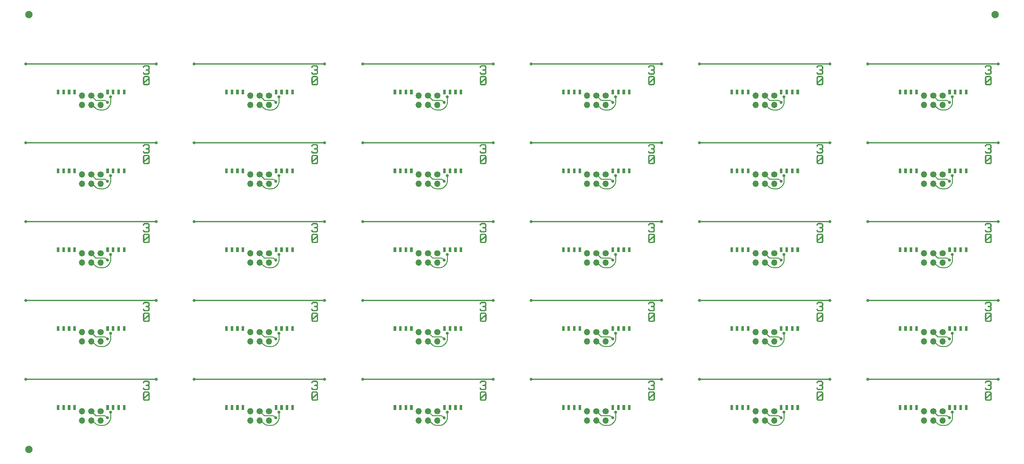
<source format=gbr>
%TF.GenerationSoftware,KiCad,Pcbnew,(6.0.5)*%
%TF.CreationDate,2022-08-09T22:24:31-06:00*%
%TF.ProjectId,modem-panel,6d6f6465-6d2d-4706-916e-656c2e6b6963,1.1*%
%TF.SameCoordinates,Original*%
%TF.FileFunction,Copper,L1,Top*%
%TF.FilePolarity,Positive*%
%FSLAX46Y46*%
G04 Gerber Fmt 4.6, Leading zero omitted, Abs format (unit mm)*
G04 Created by KiCad (PCBNEW (6.0.5)) date 2022-08-09 22:24:31*
%MOMM*%
%LPD*%
G01*
G04 APERTURE LIST*
%TA.AperFunction,ComponentPad*%
%ADD10O,1.700000X1.700000*%
%TD*%
%TA.AperFunction,ComponentPad*%
%ADD11C,1.700000*%
%TD*%
%TA.AperFunction,SMDPad,CuDef*%
%ADD12C,2.000000*%
%TD*%
%TA.AperFunction,ViaPad*%
%ADD13C,0.800000*%
%TD*%
%TA.AperFunction,Conductor*%
%ADD14C,0.304800*%
%TD*%
%TA.AperFunction,Conductor*%
%ADD15C,0.254000*%
%TD*%
G04 APERTURE END LIST*
%TO.C,G\u002A\u002A\u002A*%
G36*
X188778170Y-36039565D02*
G01*
X188775882Y-35860532D01*
X188775147Y-35724009D01*
X189155629Y-35724009D01*
X189235071Y-35654354D01*
X189271072Y-35622477D01*
X189333831Y-35566573D01*
X189418570Y-35490913D01*
X189520511Y-35399765D01*
X189634877Y-35297399D01*
X189756891Y-35188084D01*
X189785863Y-35162112D01*
X189904506Y-35054909D01*
X190012197Y-34955995D01*
X190105040Y-34869080D01*
X190179134Y-34797873D01*
X190230582Y-34746083D01*
X190255485Y-34717418D01*
X190257214Y-34713651D01*
X190238372Y-34666104D01*
X190189629Y-34619278D01*
X190122659Y-34582054D01*
X190061519Y-34564800D01*
X189991123Y-34558414D01*
X189894895Y-34555370D01*
X189781825Y-34555334D01*
X189660904Y-34557969D01*
X189541120Y-34562939D01*
X189431465Y-34569908D01*
X189340928Y-34578541D01*
X189278499Y-34588500D01*
X189258591Y-34594812D01*
X189227872Y-34612888D01*
X189203919Y-34636212D01*
X189185900Y-34669881D01*
X189172980Y-34718990D01*
X189164329Y-34788632D01*
X189159114Y-34883903D01*
X189156502Y-35009899D01*
X189155661Y-35171713D01*
X189155629Y-35224980D01*
X189155629Y-35724009D01*
X188775147Y-35724009D01*
X188774708Y-35642344D01*
X188774519Y-35473542D01*
X188774615Y-35262195D01*
X188774941Y-35088853D01*
X188775725Y-34949153D01*
X188777196Y-34838734D01*
X188779579Y-34753230D01*
X188783105Y-34688281D01*
X188787999Y-34639522D01*
X188794490Y-34602590D01*
X188802806Y-34573124D01*
X188813175Y-34546758D01*
X188824155Y-34522706D01*
X188885416Y-34424428D01*
X188970281Y-34331153D01*
X189065193Y-34256317D01*
X189125512Y-34224067D01*
X189160131Y-34214026D01*
X189213027Y-34206369D01*
X189288974Y-34200858D01*
X189392747Y-34197252D01*
X189529122Y-34195315D01*
X189702874Y-34194808D01*
X189711037Y-34194814D01*
X189875809Y-34195285D01*
X190004030Y-34196618D01*
X190101512Y-34199192D01*
X190174070Y-34203388D01*
X190227519Y-34209583D01*
X190267671Y-34218160D01*
X190300342Y-34229496D01*
X190310626Y-34233978D01*
X190383675Y-34280113D01*
X190461761Y-34349789D01*
X190534157Y-34431156D01*
X190590136Y-34512366D01*
X190616705Y-34572079D01*
X190622413Y-34614407D01*
X190627253Y-34693303D01*
X190631231Y-34802973D01*
X190634349Y-34937625D01*
X190636612Y-35091467D01*
X190638024Y-35258705D01*
X190638589Y-35433548D01*
X190638310Y-35610202D01*
X190637192Y-35782876D01*
X190635238Y-35945776D01*
X190632453Y-36093110D01*
X190628840Y-36219085D01*
X190624403Y-36317909D01*
X190619147Y-36383789D01*
X190615461Y-36405612D01*
X190579577Y-36481678D01*
X190516921Y-36565803D01*
X190438218Y-36646323D01*
X190354194Y-36711577D01*
X190312011Y-36735578D01*
X190281128Y-36749180D01*
X190247900Y-36759602D01*
X190206455Y-36767265D01*
X190150920Y-36772585D01*
X190075422Y-36775982D01*
X189974091Y-36777873D01*
X189841053Y-36778677D01*
X189705029Y-36778819D01*
X189542198Y-36778602D01*
X189415856Y-36777674D01*
X189320127Y-36775604D01*
X189249132Y-36771961D01*
X189196993Y-36766313D01*
X189157833Y-36758229D01*
X189125773Y-36747277D01*
X189097323Y-36734212D01*
X189013179Y-36678802D01*
X188929442Y-36600735D01*
X188857407Y-36512590D01*
X188808369Y-36426946D01*
X188799495Y-36402514D01*
X188792235Y-36360918D01*
X188786295Y-36287840D01*
X188784641Y-36250127D01*
X189155629Y-36250127D01*
X189168145Y-36275802D01*
X189199302Y-36318706D01*
X189210473Y-36332340D01*
X189265317Y-36397518D01*
X189703009Y-36396844D01*
X189870095Y-36395649D01*
X189997835Y-36392531D01*
X190089212Y-36387321D01*
X190147214Y-36379851D01*
X190174312Y-36370364D01*
X190199791Y-36347698D01*
X190219480Y-36320045D01*
X190234115Y-36282007D01*
X190244432Y-36228186D01*
X190251164Y-36153183D01*
X190255049Y-36051599D01*
X190256819Y-35918036D01*
X190257214Y-35761616D01*
X190256302Y-35584204D01*
X190253587Y-35446562D01*
X190249098Y-35349348D01*
X190242864Y-35293215D01*
X190235698Y-35278390D01*
X190213864Y-35294249D01*
X190165719Y-35334359D01*
X190095716Y-35394715D01*
X190008302Y-35471315D01*
X189907930Y-35560154D01*
X189799048Y-35657229D01*
X189686107Y-35758536D01*
X189573558Y-35860071D01*
X189465849Y-35957831D01*
X189367432Y-36047811D01*
X189282755Y-36126008D01*
X189216271Y-36188418D01*
X189172428Y-36231038D01*
X189155676Y-36249864D01*
X189155629Y-36250127D01*
X188784641Y-36250127D01*
X188781624Y-36181361D01*
X188778170Y-36039565D01*
G37*
G36*
X179495579Y-39257401D02*
G01*
X178796497Y-39257401D01*
X178796497Y-37943973D01*
X179495579Y-37943973D01*
X179495579Y-39257401D01*
G37*
G36*
X168988156Y-39257401D02*
G01*
X168289074Y-39257401D01*
X168289074Y-37943973D01*
X168988156Y-37943973D01*
X168988156Y-39257401D01*
G37*
G36*
X180999666Y-39257401D02*
G01*
X180300583Y-39257401D01*
X180300583Y-37943973D01*
X180999666Y-37943973D01*
X180999666Y-39257401D01*
G37*
G36*
X166001167Y-39257401D02*
G01*
X165302085Y-39257401D01*
X165302085Y-37943973D01*
X166001167Y-37943973D01*
X166001167Y-39257401D01*
G37*
G36*
X170492243Y-39257401D02*
G01*
X169793161Y-39257401D01*
X169793161Y-37943973D01*
X170492243Y-37943973D01*
X170492243Y-39257401D01*
G37*
G36*
X189854825Y-31271381D02*
G01*
X189975306Y-31272369D01*
X190066043Y-31274613D01*
X190133348Y-31278642D01*
X190183532Y-31284988D01*
X190222908Y-31294178D01*
X190257787Y-31306745D01*
X190289145Y-31320723D01*
X190407439Y-31397188D01*
X190508891Y-31504507D01*
X190577300Y-31619069D01*
X190593799Y-31663084D01*
X190605109Y-31715487D01*
X190612117Y-31784867D01*
X190615709Y-31879816D01*
X190616764Y-32001772D01*
X190615307Y-32149505D01*
X190609603Y-32262808D01*
X190598244Y-32349522D01*
X190579819Y-32417491D01*
X190552919Y-32474555D01*
X190523950Y-32518169D01*
X190472471Y-32587945D01*
X190539613Y-32683146D01*
X190565609Y-32721077D01*
X190584008Y-32754493D01*
X190596329Y-32791715D01*
X190604089Y-32841063D01*
X190608805Y-32910855D01*
X190611995Y-33009413D01*
X190613916Y-33090545D01*
X190615104Y-33221485D01*
X190612683Y-33337092D01*
X190607005Y-33428496D01*
X190598425Y-33486827D01*
X190598034Y-33488319D01*
X190549578Y-33598608D01*
X190469358Y-33704250D01*
X190367339Y-33793283D01*
X190318209Y-33824062D01*
X190204253Y-33887176D01*
X189717014Y-33891705D01*
X189544234Y-33892618D01*
X189408402Y-33891610D01*
X189304127Y-33888442D01*
X189226022Y-33882878D01*
X189168699Y-33874677D01*
X189133796Y-33865938D01*
X189011931Y-33806943D01*
X188906330Y-33716546D01*
X188823606Y-33603618D01*
X188770372Y-33477030D01*
X188753127Y-33355292D01*
X188756367Y-33285662D01*
X188770650Y-33240835D01*
X188802820Y-33203452D01*
X188818306Y-33189977D01*
X188897073Y-33146554D01*
X188976550Y-33140988D01*
X189047666Y-33170026D01*
X189101350Y-33230418D01*
X189125854Y-33300229D01*
X189140651Y-33367727D01*
X189161145Y-33419567D01*
X189192632Y-33457797D01*
X189240410Y-33484463D01*
X189309777Y-33501613D01*
X189406028Y-33511295D01*
X189534461Y-33515557D01*
X189685237Y-33516450D01*
X189852001Y-33515456D01*
X189981194Y-33510184D01*
X190077608Y-33497204D01*
X190146033Y-33473084D01*
X190191260Y-33434393D01*
X190218078Y-33377700D01*
X190231278Y-33299573D01*
X190235650Y-33196580D01*
X190236030Y-33121914D01*
X190235546Y-33022016D01*
X190232687Y-32954771D01*
X190225344Y-32910467D01*
X190211404Y-32879391D01*
X190188758Y-32851827D01*
X190174106Y-32836923D01*
X190146279Y-32810492D01*
X190119715Y-32792910D01*
X190085421Y-32782373D01*
X190034404Y-32777078D01*
X189957671Y-32775221D01*
X189865304Y-32774999D01*
X189759578Y-32774649D01*
X189687228Y-32772396D01*
X189639260Y-32766437D01*
X189606681Y-32754969D01*
X189580498Y-32736188D01*
X189556502Y-32713076D01*
X189506115Y-32638108D01*
X189493409Y-32557576D01*
X189518727Y-32480697D01*
X189546576Y-32445679D01*
X189571993Y-32422912D01*
X189599840Y-32407974D01*
X189639199Y-32399228D01*
X189699152Y-32395032D01*
X189788782Y-32393747D01*
X189834592Y-32393681D01*
X189974496Y-32390501D01*
X190077754Y-32377372D01*
X190149840Y-32348915D01*
X190196230Y-32299746D01*
X190222400Y-32224486D01*
X190233823Y-32117754D01*
X190236030Y-31999145D01*
X190235546Y-31899247D01*
X190232687Y-31832002D01*
X190225344Y-31787699D01*
X190211404Y-31756622D01*
X190188758Y-31729058D01*
X190174106Y-31714154D01*
X190112183Y-31652230D01*
X189258292Y-31652230D01*
X189196368Y-31714154D01*
X189156805Y-31764178D01*
X189135586Y-31811384D01*
X189134445Y-31821127D01*
X189122551Y-31880846D01*
X189093225Y-31942376D01*
X189056004Y-31988080D01*
X189038166Y-31999204D01*
X188994890Y-32007921D01*
X188933062Y-32012257D01*
X188922407Y-32012364D01*
X188843774Y-31994857D01*
X188788530Y-31944851D01*
X188758168Y-31866116D01*
X188754176Y-31762424D01*
X188776452Y-31643217D01*
X188811651Y-31570139D01*
X188873765Y-31488624D01*
X188951937Y-31409429D01*
X189035309Y-31343313D01*
X189113026Y-31301031D01*
X189126311Y-31296565D01*
X189185793Y-31286456D01*
X189286309Y-31278847D01*
X189426595Y-31273793D01*
X189605387Y-31271351D01*
X189698287Y-31271119D01*
X189854825Y-31271381D01*
G37*
G36*
X182503753Y-39257401D02*
G01*
X181804670Y-39257401D01*
X181804670Y-37943973D01*
X182503753Y-37943973D01*
X182503753Y-39257401D01*
G37*
G36*
X184007840Y-39257401D02*
G01*
X183308757Y-39257401D01*
X183308757Y-37943973D01*
X184007840Y-37943973D01*
X184007840Y-39257401D01*
G37*
G36*
X167484070Y-39257401D02*
G01*
X166784987Y-39257401D01*
X166784987Y-37943973D01*
X167484070Y-37943973D01*
X167484070Y-39257401D01*
G37*
G36*
X41783720Y-60769955D02*
G01*
X41084638Y-60769955D01*
X41084638Y-59456527D01*
X41783720Y-59456527D01*
X41783720Y-60769955D01*
G37*
G36*
X31276297Y-60769955D02*
G01*
X30577215Y-60769955D01*
X30577215Y-59456527D01*
X31276297Y-59456527D01*
X31276297Y-60769955D01*
G37*
G36*
X44791894Y-60769955D02*
G01*
X44092811Y-60769955D01*
X44092811Y-59456527D01*
X44791894Y-59456527D01*
X44791894Y-60769955D01*
G37*
G36*
X29772211Y-60769955D02*
G01*
X29073128Y-60769955D01*
X29073128Y-59456527D01*
X29772211Y-59456527D01*
X29772211Y-60769955D01*
G37*
G36*
X32780384Y-60769955D02*
G01*
X32081302Y-60769955D01*
X32081302Y-59456527D01*
X32780384Y-59456527D01*
X32780384Y-60769955D01*
G37*
G36*
X43287807Y-60769955D02*
G01*
X42588724Y-60769955D01*
X42588724Y-59456527D01*
X43287807Y-59456527D01*
X43287807Y-60769955D01*
G37*
G36*
X52142966Y-52783935D02*
G01*
X52263447Y-52784923D01*
X52354184Y-52787167D01*
X52421489Y-52791196D01*
X52471673Y-52797542D01*
X52511049Y-52806732D01*
X52545928Y-52819299D01*
X52577286Y-52833277D01*
X52695580Y-52909742D01*
X52797032Y-53017061D01*
X52865441Y-53131623D01*
X52881940Y-53175638D01*
X52893250Y-53228041D01*
X52900258Y-53297421D01*
X52903850Y-53392370D01*
X52904905Y-53514326D01*
X52903448Y-53662059D01*
X52897744Y-53775362D01*
X52886385Y-53862076D01*
X52867960Y-53930045D01*
X52841060Y-53987109D01*
X52812091Y-54030723D01*
X52760612Y-54100499D01*
X52827754Y-54195700D01*
X52853750Y-54233631D01*
X52872149Y-54267047D01*
X52884470Y-54304269D01*
X52892230Y-54353617D01*
X52896946Y-54423409D01*
X52900136Y-54521967D01*
X52902057Y-54603099D01*
X52903245Y-54734039D01*
X52900824Y-54849646D01*
X52895146Y-54941050D01*
X52886566Y-54999381D01*
X52886175Y-55000873D01*
X52837719Y-55111162D01*
X52757499Y-55216804D01*
X52655480Y-55305837D01*
X52606350Y-55336616D01*
X52492394Y-55399730D01*
X52005155Y-55404259D01*
X51832375Y-55405172D01*
X51696543Y-55404164D01*
X51592268Y-55400996D01*
X51514163Y-55395432D01*
X51456840Y-55387231D01*
X51421937Y-55378492D01*
X51300072Y-55319497D01*
X51194471Y-55229100D01*
X51111747Y-55116172D01*
X51058513Y-54989584D01*
X51041268Y-54867846D01*
X51044508Y-54798216D01*
X51058791Y-54753389D01*
X51090961Y-54716006D01*
X51106447Y-54702531D01*
X51185214Y-54659108D01*
X51264691Y-54653542D01*
X51335807Y-54682580D01*
X51389491Y-54742972D01*
X51413995Y-54812783D01*
X51428792Y-54880281D01*
X51449286Y-54932121D01*
X51480773Y-54970351D01*
X51528551Y-54997017D01*
X51597918Y-55014167D01*
X51694169Y-55023849D01*
X51822602Y-55028111D01*
X51973378Y-55029004D01*
X52140142Y-55028010D01*
X52269335Y-55022738D01*
X52365749Y-55009758D01*
X52434174Y-54985638D01*
X52479401Y-54946947D01*
X52506219Y-54890254D01*
X52519419Y-54812127D01*
X52523791Y-54709134D01*
X52524171Y-54634468D01*
X52523687Y-54534570D01*
X52520828Y-54467325D01*
X52513485Y-54423021D01*
X52499545Y-54391945D01*
X52476899Y-54364381D01*
X52462247Y-54349477D01*
X52434420Y-54323046D01*
X52407856Y-54305464D01*
X52373562Y-54294927D01*
X52322545Y-54289632D01*
X52245812Y-54287775D01*
X52153445Y-54287553D01*
X52047719Y-54287203D01*
X51975369Y-54284950D01*
X51927401Y-54278991D01*
X51894822Y-54267523D01*
X51868639Y-54248742D01*
X51844643Y-54225630D01*
X51794256Y-54150662D01*
X51781550Y-54070130D01*
X51806868Y-53993251D01*
X51834717Y-53958233D01*
X51860134Y-53935466D01*
X51887981Y-53920528D01*
X51927340Y-53911782D01*
X51987293Y-53907586D01*
X52076923Y-53906301D01*
X52122733Y-53906235D01*
X52262637Y-53903055D01*
X52365895Y-53889926D01*
X52437981Y-53861469D01*
X52484371Y-53812300D01*
X52510541Y-53737040D01*
X52521964Y-53630308D01*
X52524171Y-53511699D01*
X52523687Y-53411801D01*
X52520828Y-53344556D01*
X52513485Y-53300253D01*
X52499545Y-53269176D01*
X52476899Y-53241612D01*
X52462247Y-53226708D01*
X52400324Y-53164784D01*
X51546433Y-53164784D01*
X51484509Y-53226708D01*
X51444946Y-53276732D01*
X51423727Y-53323938D01*
X51422586Y-53333681D01*
X51410692Y-53393400D01*
X51381366Y-53454930D01*
X51344145Y-53500634D01*
X51326307Y-53511758D01*
X51283031Y-53520475D01*
X51221203Y-53524811D01*
X51210548Y-53524918D01*
X51131915Y-53507411D01*
X51076671Y-53457405D01*
X51046309Y-53378670D01*
X51042317Y-53274978D01*
X51064593Y-53155771D01*
X51099792Y-53082693D01*
X51161906Y-53001178D01*
X51240078Y-52921983D01*
X51323450Y-52855867D01*
X51401167Y-52813585D01*
X51414452Y-52809119D01*
X51473934Y-52799010D01*
X51574450Y-52791401D01*
X51714736Y-52786347D01*
X51893528Y-52783905D01*
X51986428Y-52783673D01*
X52142966Y-52783935D01*
G37*
G36*
X46295981Y-60769955D02*
G01*
X45596898Y-60769955D01*
X45596898Y-59456527D01*
X46295981Y-59456527D01*
X46295981Y-60769955D01*
G37*
G36*
X28289308Y-60769955D02*
G01*
X27590226Y-60769955D01*
X27590226Y-59456527D01*
X28289308Y-59456527D01*
X28289308Y-60769955D01*
G37*
G36*
X51066311Y-57552119D02*
G01*
X51064023Y-57373086D01*
X51063288Y-57236563D01*
X51443770Y-57236563D01*
X51523212Y-57166908D01*
X51559213Y-57135031D01*
X51621972Y-57079127D01*
X51706711Y-57003467D01*
X51808652Y-56912319D01*
X51923018Y-56809953D01*
X52045032Y-56700638D01*
X52074004Y-56674666D01*
X52192647Y-56567463D01*
X52300338Y-56468549D01*
X52393181Y-56381634D01*
X52467275Y-56310427D01*
X52518723Y-56258637D01*
X52543626Y-56229972D01*
X52545355Y-56226205D01*
X52526513Y-56178658D01*
X52477770Y-56131832D01*
X52410800Y-56094608D01*
X52349660Y-56077354D01*
X52279264Y-56070968D01*
X52183036Y-56067924D01*
X52069966Y-56067888D01*
X51949045Y-56070523D01*
X51829261Y-56075493D01*
X51719606Y-56082462D01*
X51629069Y-56091095D01*
X51566640Y-56101054D01*
X51546732Y-56107366D01*
X51516013Y-56125442D01*
X51492060Y-56148766D01*
X51474041Y-56182435D01*
X51461121Y-56231544D01*
X51452470Y-56301186D01*
X51447255Y-56396457D01*
X51444643Y-56522453D01*
X51443802Y-56684267D01*
X51443770Y-56737534D01*
X51443770Y-57236563D01*
X51063288Y-57236563D01*
X51062849Y-57154898D01*
X51062660Y-56986096D01*
X51062756Y-56774749D01*
X51063082Y-56601407D01*
X51063866Y-56461707D01*
X51065337Y-56351288D01*
X51067720Y-56265784D01*
X51071246Y-56200835D01*
X51076140Y-56152076D01*
X51082631Y-56115144D01*
X51090947Y-56085678D01*
X51101316Y-56059312D01*
X51112296Y-56035260D01*
X51173557Y-55936982D01*
X51258422Y-55843707D01*
X51353334Y-55768871D01*
X51413653Y-55736621D01*
X51448272Y-55726580D01*
X51501168Y-55718923D01*
X51577115Y-55713412D01*
X51680888Y-55709806D01*
X51817263Y-55707869D01*
X51991015Y-55707362D01*
X51999178Y-55707368D01*
X52163950Y-55707839D01*
X52292171Y-55709172D01*
X52389653Y-55711746D01*
X52462211Y-55715942D01*
X52515660Y-55722137D01*
X52555812Y-55730714D01*
X52588483Y-55742050D01*
X52598767Y-55746532D01*
X52671816Y-55792667D01*
X52749902Y-55862343D01*
X52822298Y-55943710D01*
X52878277Y-56024920D01*
X52904846Y-56084633D01*
X52910554Y-56126961D01*
X52915394Y-56205857D01*
X52919372Y-56315527D01*
X52922490Y-56450179D01*
X52924753Y-56604021D01*
X52926165Y-56771259D01*
X52926730Y-56946102D01*
X52926451Y-57122756D01*
X52925333Y-57295430D01*
X52923379Y-57458330D01*
X52920594Y-57605664D01*
X52916981Y-57731639D01*
X52912544Y-57830463D01*
X52907288Y-57896343D01*
X52903602Y-57918166D01*
X52867718Y-57994232D01*
X52805062Y-58078357D01*
X52726359Y-58158877D01*
X52642335Y-58224131D01*
X52600152Y-58248132D01*
X52569269Y-58261734D01*
X52536041Y-58272156D01*
X52494596Y-58279819D01*
X52439061Y-58285139D01*
X52363563Y-58288536D01*
X52262232Y-58290427D01*
X52129194Y-58291231D01*
X51993170Y-58291373D01*
X51830339Y-58291156D01*
X51703997Y-58290228D01*
X51608268Y-58288158D01*
X51537273Y-58284515D01*
X51485134Y-58278867D01*
X51445974Y-58270783D01*
X51413914Y-58259831D01*
X51385464Y-58246766D01*
X51301320Y-58191356D01*
X51217583Y-58113289D01*
X51145548Y-58025144D01*
X51096510Y-57939500D01*
X51087636Y-57915068D01*
X51080376Y-57873472D01*
X51074436Y-57800394D01*
X51072782Y-57762681D01*
X51443770Y-57762681D01*
X51456286Y-57788356D01*
X51487443Y-57831260D01*
X51498614Y-57844894D01*
X51553458Y-57910072D01*
X51991150Y-57909398D01*
X52158236Y-57908203D01*
X52285976Y-57905085D01*
X52377353Y-57899875D01*
X52435355Y-57892405D01*
X52462453Y-57882918D01*
X52487932Y-57860252D01*
X52507621Y-57832599D01*
X52522256Y-57794561D01*
X52532573Y-57740740D01*
X52539305Y-57665737D01*
X52543190Y-57564153D01*
X52544960Y-57430590D01*
X52545355Y-57274170D01*
X52544443Y-57096758D01*
X52541728Y-56959116D01*
X52537239Y-56861902D01*
X52531005Y-56805769D01*
X52523839Y-56790944D01*
X52502005Y-56806803D01*
X52453860Y-56846913D01*
X52383857Y-56907269D01*
X52296443Y-56983869D01*
X52196071Y-57072708D01*
X52087189Y-57169783D01*
X51974248Y-57271090D01*
X51861699Y-57372625D01*
X51753990Y-57470385D01*
X51655573Y-57560365D01*
X51570896Y-57638562D01*
X51504412Y-57700972D01*
X51460569Y-57743592D01*
X51443817Y-57762418D01*
X51443770Y-57762681D01*
X51072782Y-57762681D01*
X51069765Y-57693915D01*
X51066311Y-57552119D01*
G37*
G36*
X32780384Y-82282509D02*
G01*
X32081302Y-82282509D01*
X32081302Y-80969081D01*
X32780384Y-80969081D01*
X32780384Y-82282509D01*
G37*
G36*
X31276297Y-82282509D02*
G01*
X30577215Y-82282509D01*
X30577215Y-80969081D01*
X31276297Y-80969081D01*
X31276297Y-82282509D01*
G37*
G36*
X43287807Y-82282509D02*
G01*
X42588724Y-82282509D01*
X42588724Y-80969081D01*
X43287807Y-80969081D01*
X43287807Y-82282509D01*
G37*
G36*
X29772211Y-82282509D02*
G01*
X29073128Y-82282509D01*
X29073128Y-80969081D01*
X29772211Y-80969081D01*
X29772211Y-82282509D01*
G37*
G36*
X46295981Y-82282509D02*
G01*
X45596898Y-82282509D01*
X45596898Y-80969081D01*
X46295981Y-80969081D01*
X46295981Y-82282509D01*
G37*
G36*
X41783720Y-82282509D02*
G01*
X41084638Y-82282509D01*
X41084638Y-80969081D01*
X41783720Y-80969081D01*
X41783720Y-82282509D01*
G37*
G36*
X51066311Y-79064673D02*
G01*
X51064023Y-78885640D01*
X51063288Y-78749117D01*
X51443770Y-78749117D01*
X51523212Y-78679462D01*
X51559213Y-78647585D01*
X51621972Y-78591681D01*
X51706711Y-78516021D01*
X51808652Y-78424873D01*
X51923018Y-78322507D01*
X52045032Y-78213192D01*
X52074004Y-78187220D01*
X52192647Y-78080017D01*
X52300338Y-77981103D01*
X52393181Y-77894188D01*
X52467275Y-77822981D01*
X52518723Y-77771191D01*
X52543626Y-77742526D01*
X52545355Y-77738759D01*
X52526513Y-77691212D01*
X52477770Y-77644386D01*
X52410800Y-77607162D01*
X52349660Y-77589908D01*
X52279264Y-77583522D01*
X52183036Y-77580478D01*
X52069966Y-77580442D01*
X51949045Y-77583077D01*
X51829261Y-77588047D01*
X51719606Y-77595016D01*
X51629069Y-77603649D01*
X51566640Y-77613608D01*
X51546732Y-77619920D01*
X51516013Y-77637996D01*
X51492060Y-77661320D01*
X51474041Y-77694989D01*
X51461121Y-77744098D01*
X51452470Y-77813740D01*
X51447255Y-77909011D01*
X51444643Y-78035007D01*
X51443802Y-78196821D01*
X51443770Y-78250088D01*
X51443770Y-78749117D01*
X51063288Y-78749117D01*
X51062849Y-78667452D01*
X51062660Y-78498650D01*
X51062756Y-78287303D01*
X51063082Y-78113961D01*
X51063866Y-77974261D01*
X51065337Y-77863842D01*
X51067720Y-77778338D01*
X51071246Y-77713389D01*
X51076140Y-77664630D01*
X51082631Y-77627698D01*
X51090947Y-77598232D01*
X51101316Y-77571866D01*
X51112296Y-77547814D01*
X51173557Y-77449536D01*
X51258422Y-77356261D01*
X51353334Y-77281425D01*
X51413653Y-77249175D01*
X51448272Y-77239134D01*
X51501168Y-77231477D01*
X51577115Y-77225966D01*
X51680888Y-77222360D01*
X51817263Y-77220423D01*
X51991015Y-77219916D01*
X51999178Y-77219922D01*
X52163950Y-77220393D01*
X52292171Y-77221726D01*
X52389653Y-77224300D01*
X52462211Y-77228496D01*
X52515660Y-77234691D01*
X52555812Y-77243268D01*
X52588483Y-77254604D01*
X52598767Y-77259086D01*
X52671816Y-77305221D01*
X52749902Y-77374897D01*
X52822298Y-77456264D01*
X52878277Y-77537474D01*
X52904846Y-77597187D01*
X52910554Y-77639515D01*
X52915394Y-77718411D01*
X52919372Y-77828081D01*
X52922490Y-77962733D01*
X52924753Y-78116575D01*
X52926165Y-78283813D01*
X52926730Y-78458656D01*
X52926451Y-78635310D01*
X52925333Y-78807984D01*
X52923379Y-78970884D01*
X52920594Y-79118218D01*
X52916981Y-79244193D01*
X52912544Y-79343017D01*
X52907288Y-79408897D01*
X52903602Y-79430720D01*
X52867718Y-79506786D01*
X52805062Y-79590911D01*
X52726359Y-79671431D01*
X52642335Y-79736685D01*
X52600152Y-79760686D01*
X52569269Y-79774288D01*
X52536041Y-79784710D01*
X52494596Y-79792373D01*
X52439061Y-79797693D01*
X52363563Y-79801090D01*
X52262232Y-79802981D01*
X52129194Y-79803785D01*
X51993170Y-79803927D01*
X51830339Y-79803710D01*
X51703997Y-79802782D01*
X51608268Y-79800712D01*
X51537273Y-79797069D01*
X51485134Y-79791421D01*
X51445974Y-79783337D01*
X51413914Y-79772385D01*
X51385464Y-79759320D01*
X51301320Y-79703910D01*
X51217583Y-79625843D01*
X51145548Y-79537698D01*
X51096510Y-79452054D01*
X51087636Y-79427622D01*
X51080376Y-79386026D01*
X51074436Y-79312948D01*
X51072782Y-79275235D01*
X51443770Y-79275235D01*
X51456286Y-79300910D01*
X51487443Y-79343814D01*
X51498614Y-79357448D01*
X51553458Y-79422626D01*
X51991150Y-79421952D01*
X52158236Y-79420757D01*
X52285976Y-79417639D01*
X52377353Y-79412429D01*
X52435355Y-79404959D01*
X52462453Y-79395472D01*
X52487932Y-79372806D01*
X52507621Y-79345153D01*
X52522256Y-79307115D01*
X52532573Y-79253294D01*
X52539305Y-79178291D01*
X52543190Y-79076707D01*
X52544960Y-78943144D01*
X52545355Y-78786724D01*
X52544443Y-78609312D01*
X52541728Y-78471670D01*
X52537239Y-78374456D01*
X52531005Y-78318323D01*
X52523839Y-78303498D01*
X52502005Y-78319357D01*
X52453860Y-78359467D01*
X52383857Y-78419823D01*
X52296443Y-78496423D01*
X52196071Y-78585262D01*
X52087189Y-78682337D01*
X51974248Y-78783644D01*
X51861699Y-78885179D01*
X51753990Y-78982939D01*
X51655573Y-79072919D01*
X51570896Y-79151116D01*
X51504412Y-79213526D01*
X51460569Y-79256146D01*
X51443817Y-79274972D01*
X51443770Y-79275235D01*
X51072782Y-79275235D01*
X51069765Y-79206469D01*
X51066311Y-79064673D01*
G37*
G36*
X52142966Y-74296489D02*
G01*
X52263447Y-74297477D01*
X52354184Y-74299721D01*
X52421489Y-74303750D01*
X52471673Y-74310096D01*
X52511049Y-74319286D01*
X52545928Y-74331853D01*
X52577286Y-74345831D01*
X52695580Y-74422296D01*
X52797032Y-74529615D01*
X52865441Y-74644177D01*
X52881940Y-74688192D01*
X52893250Y-74740595D01*
X52900258Y-74809975D01*
X52903850Y-74904924D01*
X52904905Y-75026880D01*
X52903448Y-75174613D01*
X52897744Y-75287916D01*
X52886385Y-75374630D01*
X52867960Y-75442599D01*
X52841060Y-75499663D01*
X52812091Y-75543277D01*
X52760612Y-75613053D01*
X52827754Y-75708254D01*
X52853750Y-75746185D01*
X52872149Y-75779601D01*
X52884470Y-75816823D01*
X52892230Y-75866171D01*
X52896946Y-75935963D01*
X52900136Y-76034521D01*
X52902057Y-76115653D01*
X52903245Y-76246593D01*
X52900824Y-76362200D01*
X52895146Y-76453604D01*
X52886566Y-76511935D01*
X52886175Y-76513427D01*
X52837719Y-76623716D01*
X52757499Y-76729358D01*
X52655480Y-76818391D01*
X52606350Y-76849170D01*
X52492394Y-76912284D01*
X52005155Y-76916813D01*
X51832375Y-76917726D01*
X51696543Y-76916718D01*
X51592268Y-76913550D01*
X51514163Y-76907986D01*
X51456840Y-76899785D01*
X51421937Y-76891046D01*
X51300072Y-76832051D01*
X51194471Y-76741654D01*
X51111747Y-76628726D01*
X51058513Y-76502138D01*
X51041268Y-76380400D01*
X51044508Y-76310770D01*
X51058791Y-76265943D01*
X51090961Y-76228560D01*
X51106447Y-76215085D01*
X51185214Y-76171662D01*
X51264691Y-76166096D01*
X51335807Y-76195134D01*
X51389491Y-76255526D01*
X51413995Y-76325337D01*
X51428792Y-76392835D01*
X51449286Y-76444675D01*
X51480773Y-76482905D01*
X51528551Y-76509571D01*
X51597918Y-76526721D01*
X51694169Y-76536403D01*
X51822602Y-76540665D01*
X51973378Y-76541558D01*
X52140142Y-76540564D01*
X52269335Y-76535292D01*
X52365749Y-76522312D01*
X52434174Y-76498192D01*
X52479401Y-76459501D01*
X52506219Y-76402808D01*
X52519419Y-76324681D01*
X52523791Y-76221688D01*
X52524171Y-76147022D01*
X52523687Y-76047124D01*
X52520828Y-75979879D01*
X52513485Y-75935575D01*
X52499545Y-75904499D01*
X52476899Y-75876935D01*
X52462247Y-75862031D01*
X52434420Y-75835600D01*
X52407856Y-75818018D01*
X52373562Y-75807481D01*
X52322545Y-75802186D01*
X52245812Y-75800329D01*
X52153445Y-75800107D01*
X52047719Y-75799757D01*
X51975369Y-75797504D01*
X51927401Y-75791545D01*
X51894822Y-75780077D01*
X51868639Y-75761296D01*
X51844643Y-75738184D01*
X51794256Y-75663216D01*
X51781550Y-75582684D01*
X51806868Y-75505805D01*
X51834717Y-75470787D01*
X51860134Y-75448020D01*
X51887981Y-75433082D01*
X51927340Y-75424336D01*
X51987293Y-75420140D01*
X52076923Y-75418855D01*
X52122733Y-75418789D01*
X52262637Y-75415609D01*
X52365895Y-75402480D01*
X52437981Y-75374023D01*
X52484371Y-75324854D01*
X52510541Y-75249594D01*
X52521964Y-75142862D01*
X52524171Y-75024253D01*
X52523687Y-74924355D01*
X52520828Y-74857110D01*
X52513485Y-74812807D01*
X52499545Y-74781730D01*
X52476899Y-74754166D01*
X52462247Y-74739262D01*
X52400324Y-74677338D01*
X51546433Y-74677338D01*
X51484509Y-74739262D01*
X51444946Y-74789286D01*
X51423727Y-74836492D01*
X51422586Y-74846235D01*
X51410692Y-74905954D01*
X51381366Y-74967484D01*
X51344145Y-75013188D01*
X51326307Y-75024312D01*
X51283031Y-75033029D01*
X51221203Y-75037365D01*
X51210548Y-75037472D01*
X51131915Y-75019965D01*
X51076671Y-74969959D01*
X51046309Y-74891224D01*
X51042317Y-74787532D01*
X51064593Y-74668325D01*
X51099792Y-74595247D01*
X51161906Y-74513732D01*
X51240078Y-74434537D01*
X51323450Y-74368421D01*
X51401167Y-74326139D01*
X51414452Y-74321673D01*
X51473934Y-74311564D01*
X51574450Y-74303955D01*
X51714736Y-74298901D01*
X51893528Y-74296459D01*
X51986428Y-74296227D01*
X52142966Y-74296489D01*
G37*
G36*
X28289308Y-82282509D02*
G01*
X27590226Y-82282509D01*
X27590226Y-80969081D01*
X28289308Y-80969081D01*
X28289308Y-82282509D01*
G37*
G36*
X44791894Y-82282509D02*
G01*
X44092811Y-82282509D01*
X44092811Y-80969081D01*
X44791894Y-80969081D01*
X44791894Y-82282509D01*
G37*
G36*
X234682123Y-36039565D02*
G01*
X234679835Y-35860532D01*
X234679100Y-35724009D01*
X235059582Y-35724009D01*
X235139024Y-35654354D01*
X235175025Y-35622477D01*
X235237784Y-35566573D01*
X235322523Y-35490913D01*
X235424464Y-35399765D01*
X235538830Y-35297399D01*
X235660844Y-35188084D01*
X235689816Y-35162112D01*
X235808459Y-35054909D01*
X235916150Y-34955995D01*
X236008993Y-34869080D01*
X236083087Y-34797873D01*
X236134535Y-34746083D01*
X236159438Y-34717418D01*
X236161167Y-34713651D01*
X236142325Y-34666104D01*
X236093582Y-34619278D01*
X236026612Y-34582054D01*
X235965472Y-34564800D01*
X235895076Y-34558414D01*
X235798848Y-34555370D01*
X235685778Y-34555334D01*
X235564857Y-34557969D01*
X235445073Y-34562939D01*
X235335418Y-34569908D01*
X235244881Y-34578541D01*
X235182452Y-34588500D01*
X235162544Y-34594812D01*
X235131825Y-34612888D01*
X235107872Y-34636212D01*
X235089853Y-34669881D01*
X235076933Y-34718990D01*
X235068282Y-34788632D01*
X235063067Y-34883903D01*
X235060455Y-35009899D01*
X235059614Y-35171713D01*
X235059582Y-35224980D01*
X235059582Y-35724009D01*
X234679100Y-35724009D01*
X234678661Y-35642344D01*
X234678472Y-35473542D01*
X234678568Y-35262195D01*
X234678894Y-35088853D01*
X234679678Y-34949153D01*
X234681149Y-34838734D01*
X234683532Y-34753230D01*
X234687058Y-34688281D01*
X234691952Y-34639522D01*
X234698443Y-34602590D01*
X234706759Y-34573124D01*
X234717128Y-34546758D01*
X234728108Y-34522706D01*
X234789369Y-34424428D01*
X234874234Y-34331153D01*
X234969146Y-34256317D01*
X235029465Y-34224067D01*
X235064084Y-34214026D01*
X235116980Y-34206369D01*
X235192927Y-34200858D01*
X235296700Y-34197252D01*
X235433075Y-34195315D01*
X235606827Y-34194808D01*
X235614990Y-34194814D01*
X235779762Y-34195285D01*
X235907983Y-34196618D01*
X236005465Y-34199192D01*
X236078023Y-34203388D01*
X236131472Y-34209583D01*
X236171624Y-34218160D01*
X236204295Y-34229496D01*
X236214579Y-34233978D01*
X236287628Y-34280113D01*
X236365714Y-34349789D01*
X236438110Y-34431156D01*
X236494089Y-34512366D01*
X236520658Y-34572079D01*
X236526366Y-34614407D01*
X236531206Y-34693303D01*
X236535184Y-34802973D01*
X236538302Y-34937625D01*
X236540565Y-35091467D01*
X236541977Y-35258705D01*
X236542542Y-35433548D01*
X236542263Y-35610202D01*
X236541145Y-35782876D01*
X236539191Y-35945776D01*
X236536406Y-36093110D01*
X236532793Y-36219085D01*
X236528356Y-36317909D01*
X236523100Y-36383789D01*
X236519414Y-36405612D01*
X236483530Y-36481678D01*
X236420874Y-36565803D01*
X236342171Y-36646323D01*
X236258147Y-36711577D01*
X236215964Y-36735578D01*
X236185081Y-36749180D01*
X236151853Y-36759602D01*
X236110408Y-36767265D01*
X236054873Y-36772585D01*
X235979375Y-36775982D01*
X235878044Y-36777873D01*
X235745006Y-36778677D01*
X235608982Y-36778819D01*
X235446151Y-36778602D01*
X235319809Y-36777674D01*
X235224080Y-36775604D01*
X235153085Y-36771961D01*
X235100946Y-36766313D01*
X235061786Y-36758229D01*
X235029726Y-36747277D01*
X235001276Y-36734212D01*
X234917132Y-36678802D01*
X234833395Y-36600735D01*
X234761360Y-36512590D01*
X234712322Y-36426946D01*
X234703448Y-36402514D01*
X234696188Y-36360918D01*
X234690248Y-36287840D01*
X234688594Y-36250127D01*
X235059582Y-36250127D01*
X235072098Y-36275802D01*
X235103255Y-36318706D01*
X235114426Y-36332340D01*
X235169270Y-36397518D01*
X235606962Y-36396844D01*
X235774048Y-36395649D01*
X235901788Y-36392531D01*
X235993165Y-36387321D01*
X236051167Y-36379851D01*
X236078265Y-36370364D01*
X236103744Y-36347698D01*
X236123433Y-36320045D01*
X236138068Y-36282007D01*
X236148385Y-36228186D01*
X236155117Y-36153183D01*
X236159002Y-36051599D01*
X236160772Y-35918036D01*
X236161167Y-35761616D01*
X236160255Y-35584204D01*
X236157540Y-35446562D01*
X236153051Y-35349348D01*
X236146817Y-35293215D01*
X236139651Y-35278390D01*
X236117817Y-35294249D01*
X236069672Y-35334359D01*
X235999669Y-35394715D01*
X235912255Y-35471315D01*
X235811883Y-35560154D01*
X235703001Y-35657229D01*
X235590060Y-35758536D01*
X235477511Y-35860071D01*
X235369802Y-35957831D01*
X235271385Y-36047811D01*
X235186708Y-36126008D01*
X235120224Y-36188418D01*
X235076381Y-36231038D01*
X235059629Y-36249864D01*
X235059582Y-36250127D01*
X234688594Y-36250127D01*
X234685577Y-36181361D01*
X234682123Y-36039565D01*
G37*
G36*
X229911793Y-39257401D02*
G01*
X229212710Y-39257401D01*
X229212710Y-37943973D01*
X229911793Y-37943973D01*
X229911793Y-39257401D01*
G37*
G36*
X225399532Y-39257401D02*
G01*
X224700450Y-39257401D01*
X224700450Y-37943973D01*
X225399532Y-37943973D01*
X225399532Y-39257401D01*
G37*
G36*
X211905120Y-39257401D02*
G01*
X211206038Y-39257401D01*
X211206038Y-37943973D01*
X211905120Y-37943973D01*
X211905120Y-39257401D01*
G37*
G36*
X216396196Y-39257401D02*
G01*
X215697114Y-39257401D01*
X215697114Y-37943973D01*
X216396196Y-37943973D01*
X216396196Y-39257401D01*
G37*
G36*
X235758778Y-31271381D02*
G01*
X235879259Y-31272369D01*
X235969996Y-31274613D01*
X236037301Y-31278642D01*
X236087485Y-31284988D01*
X236126861Y-31294178D01*
X236161740Y-31306745D01*
X236193098Y-31320723D01*
X236311392Y-31397188D01*
X236412844Y-31504507D01*
X236481253Y-31619069D01*
X236497752Y-31663084D01*
X236509062Y-31715487D01*
X236516070Y-31784867D01*
X236519662Y-31879816D01*
X236520717Y-32001772D01*
X236519260Y-32149505D01*
X236513556Y-32262808D01*
X236502197Y-32349522D01*
X236483772Y-32417491D01*
X236456872Y-32474555D01*
X236427903Y-32518169D01*
X236376424Y-32587945D01*
X236443566Y-32683146D01*
X236469562Y-32721077D01*
X236487961Y-32754493D01*
X236500282Y-32791715D01*
X236508042Y-32841063D01*
X236512758Y-32910855D01*
X236515948Y-33009413D01*
X236517869Y-33090545D01*
X236519057Y-33221485D01*
X236516636Y-33337092D01*
X236510958Y-33428496D01*
X236502378Y-33486827D01*
X236501987Y-33488319D01*
X236453531Y-33598608D01*
X236373311Y-33704250D01*
X236271292Y-33793283D01*
X236222162Y-33824062D01*
X236108206Y-33887176D01*
X235620967Y-33891705D01*
X235448187Y-33892618D01*
X235312355Y-33891610D01*
X235208080Y-33888442D01*
X235129975Y-33882878D01*
X235072652Y-33874677D01*
X235037749Y-33865938D01*
X234915884Y-33806943D01*
X234810283Y-33716546D01*
X234727559Y-33603618D01*
X234674325Y-33477030D01*
X234657080Y-33355292D01*
X234660320Y-33285662D01*
X234674603Y-33240835D01*
X234706773Y-33203452D01*
X234722259Y-33189977D01*
X234801026Y-33146554D01*
X234880503Y-33140988D01*
X234951619Y-33170026D01*
X235005303Y-33230418D01*
X235029807Y-33300229D01*
X235044604Y-33367727D01*
X235065098Y-33419567D01*
X235096585Y-33457797D01*
X235144363Y-33484463D01*
X235213730Y-33501613D01*
X235309981Y-33511295D01*
X235438414Y-33515557D01*
X235589190Y-33516450D01*
X235755954Y-33515456D01*
X235885147Y-33510184D01*
X235981561Y-33497204D01*
X236049986Y-33473084D01*
X236095213Y-33434393D01*
X236122031Y-33377700D01*
X236135231Y-33299573D01*
X236139603Y-33196580D01*
X236139983Y-33121914D01*
X236139499Y-33022016D01*
X236136640Y-32954771D01*
X236129297Y-32910467D01*
X236115357Y-32879391D01*
X236092711Y-32851827D01*
X236078059Y-32836923D01*
X236050232Y-32810492D01*
X236023668Y-32792910D01*
X235989374Y-32782373D01*
X235938357Y-32777078D01*
X235861624Y-32775221D01*
X235769257Y-32774999D01*
X235663531Y-32774649D01*
X235591181Y-32772396D01*
X235543213Y-32766437D01*
X235510634Y-32754969D01*
X235484451Y-32736188D01*
X235460455Y-32713076D01*
X235410068Y-32638108D01*
X235397362Y-32557576D01*
X235422680Y-32480697D01*
X235450529Y-32445679D01*
X235475946Y-32422912D01*
X235503793Y-32407974D01*
X235543152Y-32399228D01*
X235603105Y-32395032D01*
X235692735Y-32393747D01*
X235738545Y-32393681D01*
X235878449Y-32390501D01*
X235981707Y-32377372D01*
X236053793Y-32348915D01*
X236100183Y-32299746D01*
X236126353Y-32224486D01*
X236137776Y-32117754D01*
X236139983Y-31999145D01*
X236139499Y-31899247D01*
X236136640Y-31832002D01*
X236129297Y-31787699D01*
X236115357Y-31756622D01*
X236092711Y-31729058D01*
X236078059Y-31714154D01*
X236016136Y-31652230D01*
X235162245Y-31652230D01*
X235100321Y-31714154D01*
X235060758Y-31764178D01*
X235039539Y-31811384D01*
X235038398Y-31821127D01*
X235026504Y-31880846D01*
X234997178Y-31942376D01*
X234959957Y-31988080D01*
X234942119Y-31999204D01*
X234898843Y-32007921D01*
X234837015Y-32012257D01*
X234826360Y-32012364D01*
X234747727Y-31994857D01*
X234692483Y-31944851D01*
X234662121Y-31866116D01*
X234658129Y-31762424D01*
X234680405Y-31643217D01*
X234715604Y-31570139D01*
X234777718Y-31488624D01*
X234855890Y-31409429D01*
X234939262Y-31343313D01*
X235016979Y-31301031D01*
X235030264Y-31296565D01*
X235089746Y-31286456D01*
X235190262Y-31278847D01*
X235330548Y-31273793D01*
X235509340Y-31271351D01*
X235602240Y-31271119D01*
X235758778Y-31271381D01*
G37*
G36*
X214892109Y-39257401D02*
G01*
X214193027Y-39257401D01*
X214193027Y-37943973D01*
X214892109Y-37943973D01*
X214892109Y-39257401D01*
G37*
G36*
X213388023Y-39257401D02*
G01*
X212688940Y-39257401D01*
X212688940Y-37943973D01*
X213388023Y-37943973D01*
X213388023Y-39257401D01*
G37*
G36*
X226903619Y-39257401D02*
G01*
X226204536Y-39257401D01*
X226204536Y-37943973D01*
X226903619Y-37943973D01*
X226903619Y-39257401D01*
G37*
G36*
X228407706Y-39257401D02*
G01*
X227708623Y-39257401D01*
X227708623Y-37943973D01*
X228407706Y-37943973D01*
X228407706Y-39257401D01*
G37*
G36*
X281662731Y-117321597D02*
G01*
X281783212Y-117322585D01*
X281873949Y-117324829D01*
X281941254Y-117328858D01*
X281991438Y-117335204D01*
X282030814Y-117344394D01*
X282065693Y-117356961D01*
X282097051Y-117370939D01*
X282215345Y-117447404D01*
X282316797Y-117554723D01*
X282385206Y-117669285D01*
X282401705Y-117713300D01*
X282413015Y-117765703D01*
X282420023Y-117835083D01*
X282423615Y-117930032D01*
X282424670Y-118051988D01*
X282423213Y-118199721D01*
X282417509Y-118313024D01*
X282406150Y-118399738D01*
X282387725Y-118467707D01*
X282360825Y-118524771D01*
X282331856Y-118568385D01*
X282280377Y-118638161D01*
X282347519Y-118733362D01*
X282373515Y-118771293D01*
X282391914Y-118804709D01*
X282404235Y-118841931D01*
X282411995Y-118891279D01*
X282416711Y-118961071D01*
X282419901Y-119059629D01*
X282421822Y-119140761D01*
X282423010Y-119271701D01*
X282420589Y-119387308D01*
X282414911Y-119478712D01*
X282406331Y-119537043D01*
X282405940Y-119538535D01*
X282357484Y-119648824D01*
X282277264Y-119754466D01*
X282175245Y-119843499D01*
X282126115Y-119874278D01*
X282012159Y-119937392D01*
X281524920Y-119941921D01*
X281352140Y-119942834D01*
X281216308Y-119941826D01*
X281112033Y-119938658D01*
X281033928Y-119933094D01*
X280976605Y-119924893D01*
X280941702Y-119916154D01*
X280819837Y-119857159D01*
X280714236Y-119766762D01*
X280631512Y-119653834D01*
X280578278Y-119527246D01*
X280561033Y-119405508D01*
X280564273Y-119335878D01*
X280578556Y-119291051D01*
X280610726Y-119253668D01*
X280626212Y-119240193D01*
X280704979Y-119196770D01*
X280784456Y-119191204D01*
X280855572Y-119220242D01*
X280909256Y-119280634D01*
X280933760Y-119350445D01*
X280948557Y-119417943D01*
X280969051Y-119469783D01*
X281000538Y-119508013D01*
X281048316Y-119534679D01*
X281117683Y-119551829D01*
X281213934Y-119561511D01*
X281342367Y-119565773D01*
X281493143Y-119566666D01*
X281659907Y-119565672D01*
X281789100Y-119560400D01*
X281885514Y-119547420D01*
X281953939Y-119523300D01*
X281999166Y-119484609D01*
X282025984Y-119427916D01*
X282039184Y-119349789D01*
X282043556Y-119246796D01*
X282043936Y-119172130D01*
X282043452Y-119072232D01*
X282040593Y-119004987D01*
X282033250Y-118960683D01*
X282019310Y-118929607D01*
X281996664Y-118902043D01*
X281982012Y-118887139D01*
X281954185Y-118860708D01*
X281927621Y-118843126D01*
X281893327Y-118832589D01*
X281842310Y-118827294D01*
X281765577Y-118825437D01*
X281673210Y-118825215D01*
X281567484Y-118824865D01*
X281495134Y-118822612D01*
X281447166Y-118816653D01*
X281414587Y-118805185D01*
X281388404Y-118786404D01*
X281364408Y-118763292D01*
X281314021Y-118688324D01*
X281301315Y-118607792D01*
X281326633Y-118530913D01*
X281354482Y-118495895D01*
X281379899Y-118473128D01*
X281407746Y-118458190D01*
X281447105Y-118449444D01*
X281507058Y-118445248D01*
X281596688Y-118443963D01*
X281642498Y-118443897D01*
X281782402Y-118440717D01*
X281885660Y-118427588D01*
X281957746Y-118399131D01*
X282004136Y-118349962D01*
X282030306Y-118274702D01*
X282041729Y-118167970D01*
X282043936Y-118049361D01*
X282043452Y-117949463D01*
X282040593Y-117882218D01*
X282033250Y-117837915D01*
X282019310Y-117806838D01*
X281996664Y-117779274D01*
X281982012Y-117764370D01*
X281920089Y-117702446D01*
X281066198Y-117702446D01*
X281004274Y-117764370D01*
X280964711Y-117814394D01*
X280943492Y-117861600D01*
X280942351Y-117871343D01*
X280930457Y-117931062D01*
X280901131Y-117992592D01*
X280863910Y-118038296D01*
X280846072Y-118049420D01*
X280802796Y-118058137D01*
X280740968Y-118062473D01*
X280730313Y-118062580D01*
X280651680Y-118045073D01*
X280596436Y-117995067D01*
X280566074Y-117916332D01*
X280562082Y-117812640D01*
X280584358Y-117693433D01*
X280619557Y-117620355D01*
X280681671Y-117538840D01*
X280759843Y-117459645D01*
X280843215Y-117393529D01*
X280920932Y-117351247D01*
X280934217Y-117346781D01*
X280993699Y-117336672D01*
X281094215Y-117329063D01*
X281234501Y-117324009D01*
X281413293Y-117321567D01*
X281506193Y-117321335D01*
X281662731Y-117321597D01*
G37*
G36*
X260796062Y-125307617D02*
G01*
X260096980Y-125307617D01*
X260096980Y-123994189D01*
X260796062Y-123994189D01*
X260796062Y-125307617D01*
G37*
G36*
X262300149Y-125307617D02*
G01*
X261601067Y-125307617D01*
X261601067Y-123994189D01*
X262300149Y-123994189D01*
X262300149Y-125307617D01*
G37*
G36*
X274311659Y-125307617D02*
G01*
X273612576Y-125307617D01*
X273612576Y-123994189D01*
X274311659Y-123994189D01*
X274311659Y-125307617D01*
G37*
G36*
X280586076Y-122089781D02*
G01*
X280583788Y-121910748D01*
X280583053Y-121774225D01*
X280963535Y-121774225D01*
X281042977Y-121704570D01*
X281078978Y-121672693D01*
X281141737Y-121616789D01*
X281226476Y-121541129D01*
X281328417Y-121449981D01*
X281442783Y-121347615D01*
X281564797Y-121238300D01*
X281593769Y-121212328D01*
X281712412Y-121105125D01*
X281820103Y-121006211D01*
X281912946Y-120919296D01*
X281987040Y-120848089D01*
X282038488Y-120796299D01*
X282063391Y-120767634D01*
X282065120Y-120763867D01*
X282046278Y-120716320D01*
X281997535Y-120669494D01*
X281930565Y-120632270D01*
X281869425Y-120615016D01*
X281799029Y-120608630D01*
X281702801Y-120605586D01*
X281589731Y-120605550D01*
X281468810Y-120608185D01*
X281349026Y-120613155D01*
X281239371Y-120620124D01*
X281148834Y-120628757D01*
X281086405Y-120638716D01*
X281066497Y-120645028D01*
X281035778Y-120663104D01*
X281011825Y-120686428D01*
X280993806Y-120720097D01*
X280980886Y-120769206D01*
X280972235Y-120838848D01*
X280967020Y-120934119D01*
X280964408Y-121060115D01*
X280963567Y-121221929D01*
X280963535Y-121275196D01*
X280963535Y-121774225D01*
X280583053Y-121774225D01*
X280582614Y-121692560D01*
X280582425Y-121523758D01*
X280582521Y-121312411D01*
X280582847Y-121139069D01*
X280583631Y-120999369D01*
X280585102Y-120888950D01*
X280587485Y-120803446D01*
X280591011Y-120738497D01*
X280595905Y-120689738D01*
X280602396Y-120652806D01*
X280610712Y-120623340D01*
X280621081Y-120596974D01*
X280632061Y-120572922D01*
X280693322Y-120474644D01*
X280778187Y-120381369D01*
X280873099Y-120306533D01*
X280933418Y-120274283D01*
X280968037Y-120264242D01*
X281020933Y-120256585D01*
X281096880Y-120251074D01*
X281200653Y-120247468D01*
X281337028Y-120245531D01*
X281510780Y-120245024D01*
X281518943Y-120245030D01*
X281683715Y-120245501D01*
X281811936Y-120246834D01*
X281909418Y-120249408D01*
X281981976Y-120253604D01*
X282035425Y-120259799D01*
X282075577Y-120268376D01*
X282108248Y-120279712D01*
X282118532Y-120284194D01*
X282191581Y-120330329D01*
X282269667Y-120400005D01*
X282342063Y-120481372D01*
X282398042Y-120562582D01*
X282424611Y-120622295D01*
X282430319Y-120664623D01*
X282435159Y-120743519D01*
X282439137Y-120853189D01*
X282442255Y-120987841D01*
X282444518Y-121141683D01*
X282445930Y-121308921D01*
X282446495Y-121483764D01*
X282446216Y-121660418D01*
X282445098Y-121833092D01*
X282443144Y-121995992D01*
X282440359Y-122143326D01*
X282436746Y-122269301D01*
X282432309Y-122368125D01*
X282427053Y-122434005D01*
X282423367Y-122455828D01*
X282387483Y-122531894D01*
X282324827Y-122616019D01*
X282246124Y-122696539D01*
X282162100Y-122761793D01*
X282119917Y-122785794D01*
X282089034Y-122799396D01*
X282055806Y-122809818D01*
X282014361Y-122817481D01*
X281958826Y-122822801D01*
X281883328Y-122826198D01*
X281781997Y-122828089D01*
X281648959Y-122828893D01*
X281512935Y-122829035D01*
X281350104Y-122828818D01*
X281223762Y-122827890D01*
X281128033Y-122825820D01*
X281057038Y-122822177D01*
X281004899Y-122816529D01*
X280965739Y-122808445D01*
X280933679Y-122797493D01*
X280905229Y-122784428D01*
X280821085Y-122729018D01*
X280737348Y-122650951D01*
X280665313Y-122562806D01*
X280616275Y-122477162D01*
X280607401Y-122452730D01*
X280600141Y-122411134D01*
X280594201Y-122338056D01*
X280592547Y-122300343D01*
X280963535Y-122300343D01*
X280976051Y-122326018D01*
X281007208Y-122368922D01*
X281018379Y-122382556D01*
X281073223Y-122447734D01*
X281510915Y-122447060D01*
X281678001Y-122445865D01*
X281805741Y-122442747D01*
X281897118Y-122437537D01*
X281955120Y-122430067D01*
X281982218Y-122420580D01*
X282007697Y-122397914D01*
X282027386Y-122370261D01*
X282042021Y-122332223D01*
X282052338Y-122278402D01*
X282059070Y-122203399D01*
X282062955Y-122101815D01*
X282064725Y-121968252D01*
X282065120Y-121811832D01*
X282064208Y-121634420D01*
X282061493Y-121496778D01*
X282057004Y-121399564D01*
X282050770Y-121343431D01*
X282043604Y-121328606D01*
X282021770Y-121344465D01*
X281973625Y-121384575D01*
X281903622Y-121444931D01*
X281816208Y-121521531D01*
X281715836Y-121610370D01*
X281606954Y-121707445D01*
X281494013Y-121808752D01*
X281381464Y-121910287D01*
X281273755Y-122008047D01*
X281175338Y-122098027D01*
X281090661Y-122176224D01*
X281024177Y-122238634D01*
X280980334Y-122281254D01*
X280963582Y-122300080D01*
X280963535Y-122300343D01*
X280592547Y-122300343D01*
X280589530Y-122231577D01*
X280586076Y-122089781D01*
G37*
G36*
X271303485Y-125307617D02*
G01*
X270604403Y-125307617D01*
X270604403Y-123994189D01*
X271303485Y-123994189D01*
X271303485Y-125307617D01*
G37*
G36*
X275815746Y-125307617D02*
G01*
X275116663Y-125307617D01*
X275116663Y-123994189D01*
X275815746Y-123994189D01*
X275815746Y-125307617D01*
G37*
G36*
X272807572Y-125307617D02*
G01*
X272108489Y-125307617D01*
X272108489Y-123994189D01*
X272807572Y-123994189D01*
X272807572Y-125307617D01*
G37*
G36*
X259291976Y-125307617D02*
G01*
X258592893Y-125307617D01*
X258592893Y-123994189D01*
X259291976Y-123994189D01*
X259291976Y-125307617D01*
G37*
G36*
X257809073Y-125307617D02*
G01*
X257109991Y-125307617D01*
X257109991Y-123994189D01*
X257809073Y-123994189D01*
X257809073Y-125307617D01*
G37*
G36*
X182503753Y-103795063D02*
G01*
X181804670Y-103795063D01*
X181804670Y-102481635D01*
X182503753Y-102481635D01*
X182503753Y-103795063D01*
G37*
G36*
X166001167Y-103795063D02*
G01*
X165302085Y-103795063D01*
X165302085Y-102481635D01*
X166001167Y-102481635D01*
X166001167Y-103795063D01*
G37*
G36*
X189854825Y-95809043D02*
G01*
X189975306Y-95810031D01*
X190066043Y-95812275D01*
X190133348Y-95816304D01*
X190183532Y-95822650D01*
X190222908Y-95831840D01*
X190257787Y-95844407D01*
X190289145Y-95858385D01*
X190407439Y-95934850D01*
X190508891Y-96042169D01*
X190577300Y-96156731D01*
X190593799Y-96200746D01*
X190605109Y-96253149D01*
X190612117Y-96322529D01*
X190615709Y-96417478D01*
X190616764Y-96539434D01*
X190615307Y-96687167D01*
X190609603Y-96800470D01*
X190598244Y-96887184D01*
X190579819Y-96955153D01*
X190552919Y-97012217D01*
X190523950Y-97055831D01*
X190472471Y-97125607D01*
X190539613Y-97220808D01*
X190565609Y-97258739D01*
X190584008Y-97292155D01*
X190596329Y-97329377D01*
X190604089Y-97378725D01*
X190608805Y-97448517D01*
X190611995Y-97547075D01*
X190613916Y-97628207D01*
X190615104Y-97759147D01*
X190612683Y-97874754D01*
X190607005Y-97966158D01*
X190598425Y-98024489D01*
X190598034Y-98025981D01*
X190549578Y-98136270D01*
X190469358Y-98241912D01*
X190367339Y-98330945D01*
X190318209Y-98361724D01*
X190204253Y-98424838D01*
X189717014Y-98429367D01*
X189544234Y-98430280D01*
X189408402Y-98429272D01*
X189304127Y-98426104D01*
X189226022Y-98420540D01*
X189168699Y-98412339D01*
X189133796Y-98403600D01*
X189011931Y-98344605D01*
X188906330Y-98254208D01*
X188823606Y-98141280D01*
X188770372Y-98014692D01*
X188753127Y-97892954D01*
X188756367Y-97823324D01*
X188770650Y-97778497D01*
X188802820Y-97741114D01*
X188818306Y-97727639D01*
X188897073Y-97684216D01*
X188976550Y-97678650D01*
X189047666Y-97707688D01*
X189101350Y-97768080D01*
X189125854Y-97837891D01*
X189140651Y-97905389D01*
X189161145Y-97957229D01*
X189192632Y-97995459D01*
X189240410Y-98022125D01*
X189309777Y-98039275D01*
X189406028Y-98048957D01*
X189534461Y-98053219D01*
X189685237Y-98054112D01*
X189852001Y-98053118D01*
X189981194Y-98047846D01*
X190077608Y-98034866D01*
X190146033Y-98010746D01*
X190191260Y-97972055D01*
X190218078Y-97915362D01*
X190231278Y-97837235D01*
X190235650Y-97734242D01*
X190236030Y-97659576D01*
X190235546Y-97559678D01*
X190232687Y-97492433D01*
X190225344Y-97448129D01*
X190211404Y-97417053D01*
X190188758Y-97389489D01*
X190174106Y-97374585D01*
X190146279Y-97348154D01*
X190119715Y-97330572D01*
X190085421Y-97320035D01*
X190034404Y-97314740D01*
X189957671Y-97312883D01*
X189865304Y-97312661D01*
X189759578Y-97312311D01*
X189687228Y-97310058D01*
X189639260Y-97304099D01*
X189606681Y-97292631D01*
X189580498Y-97273850D01*
X189556502Y-97250738D01*
X189506115Y-97175770D01*
X189493409Y-97095238D01*
X189518727Y-97018359D01*
X189546576Y-96983341D01*
X189571993Y-96960574D01*
X189599840Y-96945636D01*
X189639199Y-96936890D01*
X189699152Y-96932694D01*
X189788782Y-96931409D01*
X189834592Y-96931343D01*
X189974496Y-96928163D01*
X190077754Y-96915034D01*
X190149840Y-96886577D01*
X190196230Y-96837408D01*
X190222400Y-96762148D01*
X190233823Y-96655416D01*
X190236030Y-96536807D01*
X190235546Y-96436909D01*
X190232687Y-96369664D01*
X190225344Y-96325361D01*
X190211404Y-96294284D01*
X190188758Y-96266720D01*
X190174106Y-96251816D01*
X190112183Y-96189892D01*
X189258292Y-96189892D01*
X189196368Y-96251816D01*
X189156805Y-96301840D01*
X189135586Y-96349046D01*
X189134445Y-96358789D01*
X189122551Y-96418508D01*
X189093225Y-96480038D01*
X189056004Y-96525742D01*
X189038166Y-96536866D01*
X188994890Y-96545583D01*
X188933062Y-96549919D01*
X188922407Y-96550026D01*
X188843774Y-96532519D01*
X188788530Y-96482513D01*
X188758168Y-96403778D01*
X188754176Y-96300086D01*
X188776452Y-96180879D01*
X188811651Y-96107801D01*
X188873765Y-96026286D01*
X188951937Y-95947091D01*
X189035309Y-95880975D01*
X189113026Y-95838693D01*
X189126311Y-95834227D01*
X189185793Y-95824118D01*
X189286309Y-95816509D01*
X189426595Y-95811455D01*
X189605387Y-95809013D01*
X189698287Y-95808781D01*
X189854825Y-95809043D01*
G37*
G36*
X188778170Y-100577227D02*
G01*
X188775882Y-100398194D01*
X188775147Y-100261671D01*
X189155629Y-100261671D01*
X189235071Y-100192016D01*
X189271072Y-100160139D01*
X189333831Y-100104235D01*
X189418570Y-100028575D01*
X189520511Y-99937427D01*
X189634877Y-99835061D01*
X189756891Y-99725746D01*
X189785863Y-99699774D01*
X189904506Y-99592571D01*
X190012197Y-99493657D01*
X190105040Y-99406742D01*
X190179134Y-99335535D01*
X190230582Y-99283745D01*
X190255485Y-99255080D01*
X190257214Y-99251313D01*
X190238372Y-99203766D01*
X190189629Y-99156940D01*
X190122659Y-99119716D01*
X190061519Y-99102462D01*
X189991123Y-99096076D01*
X189894895Y-99093032D01*
X189781825Y-99092996D01*
X189660904Y-99095631D01*
X189541120Y-99100601D01*
X189431465Y-99107570D01*
X189340928Y-99116203D01*
X189278499Y-99126162D01*
X189258591Y-99132474D01*
X189227872Y-99150550D01*
X189203919Y-99173874D01*
X189185900Y-99207543D01*
X189172980Y-99256652D01*
X189164329Y-99326294D01*
X189159114Y-99421565D01*
X189156502Y-99547561D01*
X189155661Y-99709375D01*
X189155629Y-99762642D01*
X189155629Y-100261671D01*
X188775147Y-100261671D01*
X188774708Y-100180006D01*
X188774519Y-100011204D01*
X188774615Y-99799857D01*
X188774941Y-99626515D01*
X188775725Y-99486815D01*
X188777196Y-99376396D01*
X188779579Y-99290892D01*
X188783105Y-99225943D01*
X188787999Y-99177184D01*
X188794490Y-99140252D01*
X188802806Y-99110786D01*
X188813175Y-99084420D01*
X188824155Y-99060368D01*
X188885416Y-98962090D01*
X188970281Y-98868815D01*
X189065193Y-98793979D01*
X189125512Y-98761729D01*
X189160131Y-98751688D01*
X189213027Y-98744031D01*
X189288974Y-98738520D01*
X189392747Y-98734914D01*
X189529122Y-98732977D01*
X189702874Y-98732470D01*
X189711037Y-98732476D01*
X189875809Y-98732947D01*
X190004030Y-98734280D01*
X190101512Y-98736854D01*
X190174070Y-98741050D01*
X190227519Y-98747245D01*
X190267671Y-98755822D01*
X190300342Y-98767158D01*
X190310626Y-98771640D01*
X190383675Y-98817775D01*
X190461761Y-98887451D01*
X190534157Y-98968818D01*
X190590136Y-99050028D01*
X190616705Y-99109741D01*
X190622413Y-99152069D01*
X190627253Y-99230965D01*
X190631231Y-99340635D01*
X190634349Y-99475287D01*
X190636612Y-99629129D01*
X190638024Y-99796367D01*
X190638589Y-99971210D01*
X190638310Y-100147864D01*
X190637192Y-100320538D01*
X190635238Y-100483438D01*
X190632453Y-100630772D01*
X190628840Y-100756747D01*
X190624403Y-100855571D01*
X190619147Y-100921451D01*
X190615461Y-100943274D01*
X190579577Y-101019340D01*
X190516921Y-101103465D01*
X190438218Y-101183985D01*
X190354194Y-101249239D01*
X190312011Y-101273240D01*
X190281128Y-101286842D01*
X190247900Y-101297264D01*
X190206455Y-101304927D01*
X190150920Y-101310247D01*
X190075422Y-101313644D01*
X189974091Y-101315535D01*
X189841053Y-101316339D01*
X189705029Y-101316481D01*
X189542198Y-101316264D01*
X189415856Y-101315336D01*
X189320127Y-101313266D01*
X189249132Y-101309623D01*
X189196993Y-101303975D01*
X189157833Y-101295891D01*
X189125773Y-101284939D01*
X189097323Y-101271874D01*
X189013179Y-101216464D01*
X188929442Y-101138397D01*
X188857407Y-101050252D01*
X188808369Y-100964608D01*
X188799495Y-100940176D01*
X188792235Y-100898580D01*
X188786295Y-100825502D01*
X188784641Y-100787789D01*
X189155629Y-100787789D01*
X189168145Y-100813464D01*
X189199302Y-100856368D01*
X189210473Y-100870002D01*
X189265317Y-100935180D01*
X189703009Y-100934506D01*
X189870095Y-100933311D01*
X189997835Y-100930193D01*
X190089212Y-100924983D01*
X190147214Y-100917513D01*
X190174312Y-100908026D01*
X190199791Y-100885360D01*
X190219480Y-100857707D01*
X190234115Y-100819669D01*
X190244432Y-100765848D01*
X190251164Y-100690845D01*
X190255049Y-100589261D01*
X190256819Y-100455698D01*
X190257214Y-100299278D01*
X190256302Y-100121866D01*
X190253587Y-99984224D01*
X190249098Y-99887010D01*
X190242864Y-99830877D01*
X190235698Y-99816052D01*
X190213864Y-99831911D01*
X190165719Y-99872021D01*
X190095716Y-99932377D01*
X190008302Y-100008977D01*
X189907930Y-100097816D01*
X189799048Y-100194891D01*
X189686107Y-100296198D01*
X189573558Y-100397733D01*
X189465849Y-100495493D01*
X189367432Y-100585473D01*
X189282755Y-100663670D01*
X189216271Y-100726080D01*
X189172428Y-100768700D01*
X189155676Y-100787526D01*
X189155629Y-100787789D01*
X188784641Y-100787789D01*
X188781624Y-100719023D01*
X188778170Y-100577227D01*
G37*
G36*
X167484070Y-103795063D02*
G01*
X166784987Y-103795063D01*
X166784987Y-102481635D01*
X167484070Y-102481635D01*
X167484070Y-103795063D01*
G37*
G36*
X170492243Y-103795063D02*
G01*
X169793161Y-103795063D01*
X169793161Y-102481635D01*
X170492243Y-102481635D01*
X170492243Y-103795063D01*
G37*
G36*
X168988156Y-103795063D02*
G01*
X168289074Y-103795063D01*
X168289074Y-102481635D01*
X168988156Y-102481635D01*
X168988156Y-103795063D01*
G37*
G36*
X184007840Y-103795063D02*
G01*
X183308757Y-103795063D01*
X183308757Y-102481635D01*
X184007840Y-102481635D01*
X184007840Y-103795063D01*
G37*
G36*
X179495579Y-103795063D02*
G01*
X178796497Y-103795063D01*
X178796497Y-102481635D01*
X179495579Y-102481635D01*
X179495579Y-103795063D01*
G37*
G36*
X180999666Y-103795063D02*
G01*
X180300583Y-103795063D01*
X180300583Y-102481635D01*
X180999666Y-102481635D01*
X180999666Y-103795063D01*
G37*
G36*
X90695847Y-60769955D02*
G01*
X89996764Y-60769955D01*
X89996764Y-59456527D01*
X90695847Y-59456527D01*
X90695847Y-60769955D01*
G37*
G36*
X78684337Y-60769955D02*
G01*
X77985255Y-60769955D01*
X77985255Y-59456527D01*
X78684337Y-59456527D01*
X78684337Y-60769955D01*
G37*
G36*
X92199934Y-60769955D02*
G01*
X91500851Y-60769955D01*
X91500851Y-59456527D01*
X92199934Y-59456527D01*
X92199934Y-60769955D01*
G37*
G36*
X77180250Y-60769955D02*
G01*
X76481168Y-60769955D01*
X76481168Y-59456527D01*
X77180250Y-59456527D01*
X77180250Y-60769955D01*
G37*
G36*
X89191760Y-60769955D02*
G01*
X88492677Y-60769955D01*
X88492677Y-59456527D01*
X89191760Y-59456527D01*
X89191760Y-60769955D01*
G37*
G36*
X75676164Y-60769955D02*
G01*
X74977081Y-60769955D01*
X74977081Y-59456527D01*
X75676164Y-59456527D01*
X75676164Y-60769955D01*
G37*
G36*
X74193261Y-60769955D02*
G01*
X73494179Y-60769955D01*
X73494179Y-59456527D01*
X74193261Y-59456527D01*
X74193261Y-60769955D01*
G37*
G36*
X96970264Y-57552119D02*
G01*
X96967976Y-57373086D01*
X96967241Y-57236563D01*
X97347723Y-57236563D01*
X97427165Y-57166908D01*
X97463166Y-57135031D01*
X97525925Y-57079127D01*
X97610664Y-57003467D01*
X97712605Y-56912319D01*
X97826971Y-56809953D01*
X97948985Y-56700638D01*
X97977957Y-56674666D01*
X98096600Y-56567463D01*
X98204291Y-56468549D01*
X98297134Y-56381634D01*
X98371228Y-56310427D01*
X98422676Y-56258637D01*
X98447579Y-56229972D01*
X98449308Y-56226205D01*
X98430466Y-56178658D01*
X98381723Y-56131832D01*
X98314753Y-56094608D01*
X98253613Y-56077354D01*
X98183217Y-56070968D01*
X98086989Y-56067924D01*
X97973919Y-56067888D01*
X97852998Y-56070523D01*
X97733214Y-56075493D01*
X97623559Y-56082462D01*
X97533022Y-56091095D01*
X97470593Y-56101054D01*
X97450685Y-56107366D01*
X97419966Y-56125442D01*
X97396013Y-56148766D01*
X97377994Y-56182435D01*
X97365074Y-56231544D01*
X97356423Y-56301186D01*
X97351208Y-56396457D01*
X97348596Y-56522453D01*
X97347755Y-56684267D01*
X97347723Y-56737534D01*
X97347723Y-57236563D01*
X96967241Y-57236563D01*
X96966802Y-57154898D01*
X96966613Y-56986096D01*
X96966709Y-56774749D01*
X96967035Y-56601407D01*
X96967819Y-56461707D01*
X96969290Y-56351288D01*
X96971673Y-56265784D01*
X96975199Y-56200835D01*
X96980093Y-56152076D01*
X96986584Y-56115144D01*
X96994900Y-56085678D01*
X97005269Y-56059312D01*
X97016249Y-56035260D01*
X97077510Y-55936982D01*
X97162375Y-55843707D01*
X97257287Y-55768871D01*
X97317606Y-55736621D01*
X97352225Y-55726580D01*
X97405121Y-55718923D01*
X97481068Y-55713412D01*
X97584841Y-55709806D01*
X97721216Y-55707869D01*
X97894968Y-55707362D01*
X97903131Y-55707368D01*
X98067903Y-55707839D01*
X98196124Y-55709172D01*
X98293606Y-55711746D01*
X98366164Y-55715942D01*
X98419613Y-55722137D01*
X98459765Y-55730714D01*
X98492436Y-55742050D01*
X98502720Y-55746532D01*
X98575769Y-55792667D01*
X98653855Y-55862343D01*
X98726251Y-55943710D01*
X98782230Y-56024920D01*
X98808799Y-56084633D01*
X98814507Y-56126961D01*
X98819347Y-56205857D01*
X98823325Y-56315527D01*
X98826443Y-56450179D01*
X98828706Y-56604021D01*
X98830118Y-56771259D01*
X98830683Y-56946102D01*
X98830404Y-57122756D01*
X98829286Y-57295430D01*
X98827332Y-57458330D01*
X98824547Y-57605664D01*
X98820934Y-57731639D01*
X98816497Y-57830463D01*
X98811241Y-57896343D01*
X98807555Y-57918166D01*
X98771671Y-57994232D01*
X98709015Y-58078357D01*
X98630312Y-58158877D01*
X98546288Y-58224131D01*
X98504105Y-58248132D01*
X98473222Y-58261734D01*
X98439994Y-58272156D01*
X98398549Y-58279819D01*
X98343014Y-58285139D01*
X98267516Y-58288536D01*
X98166185Y-58290427D01*
X98033147Y-58291231D01*
X97897123Y-58291373D01*
X97734292Y-58291156D01*
X97607950Y-58290228D01*
X97512221Y-58288158D01*
X97441226Y-58284515D01*
X97389087Y-58278867D01*
X97349927Y-58270783D01*
X97317867Y-58259831D01*
X97289417Y-58246766D01*
X97205273Y-58191356D01*
X97121536Y-58113289D01*
X97049501Y-58025144D01*
X97000463Y-57939500D01*
X96991589Y-57915068D01*
X96984329Y-57873472D01*
X96978389Y-57800394D01*
X96976735Y-57762681D01*
X97347723Y-57762681D01*
X97360239Y-57788356D01*
X97391396Y-57831260D01*
X97402567Y-57844894D01*
X97457411Y-57910072D01*
X97895103Y-57909398D01*
X98062189Y-57908203D01*
X98189929Y-57905085D01*
X98281306Y-57899875D01*
X98339308Y-57892405D01*
X98366406Y-57882918D01*
X98391885Y-57860252D01*
X98411574Y-57832599D01*
X98426209Y-57794561D01*
X98436526Y-57740740D01*
X98443258Y-57665737D01*
X98447143Y-57564153D01*
X98448913Y-57430590D01*
X98449308Y-57274170D01*
X98448396Y-57096758D01*
X98445681Y-56959116D01*
X98441192Y-56861902D01*
X98434958Y-56805769D01*
X98427792Y-56790944D01*
X98405958Y-56806803D01*
X98357813Y-56846913D01*
X98287810Y-56907269D01*
X98200396Y-56983869D01*
X98100024Y-57072708D01*
X97991142Y-57169783D01*
X97878201Y-57271090D01*
X97765652Y-57372625D01*
X97657943Y-57470385D01*
X97559526Y-57560365D01*
X97474849Y-57638562D01*
X97408365Y-57700972D01*
X97364522Y-57743592D01*
X97347770Y-57762418D01*
X97347723Y-57762681D01*
X96976735Y-57762681D01*
X96973718Y-57693915D01*
X96970264Y-57552119D01*
G37*
G36*
X87687673Y-60769955D02*
G01*
X86988591Y-60769955D01*
X86988591Y-59456527D01*
X87687673Y-59456527D01*
X87687673Y-60769955D01*
G37*
G36*
X98046919Y-52783935D02*
G01*
X98167400Y-52784923D01*
X98258137Y-52787167D01*
X98325442Y-52791196D01*
X98375626Y-52797542D01*
X98415002Y-52806732D01*
X98449881Y-52819299D01*
X98481239Y-52833277D01*
X98599533Y-52909742D01*
X98700985Y-53017061D01*
X98769394Y-53131623D01*
X98785893Y-53175638D01*
X98797203Y-53228041D01*
X98804211Y-53297421D01*
X98807803Y-53392370D01*
X98808858Y-53514326D01*
X98807401Y-53662059D01*
X98801697Y-53775362D01*
X98790338Y-53862076D01*
X98771913Y-53930045D01*
X98745013Y-53987109D01*
X98716044Y-54030723D01*
X98664565Y-54100499D01*
X98731707Y-54195700D01*
X98757703Y-54233631D01*
X98776102Y-54267047D01*
X98788423Y-54304269D01*
X98796183Y-54353617D01*
X98800899Y-54423409D01*
X98804089Y-54521967D01*
X98806010Y-54603099D01*
X98807198Y-54734039D01*
X98804777Y-54849646D01*
X98799099Y-54941050D01*
X98790519Y-54999381D01*
X98790128Y-55000873D01*
X98741672Y-55111162D01*
X98661452Y-55216804D01*
X98559433Y-55305837D01*
X98510303Y-55336616D01*
X98396347Y-55399730D01*
X97909108Y-55404259D01*
X97736328Y-55405172D01*
X97600496Y-55404164D01*
X97496221Y-55400996D01*
X97418116Y-55395432D01*
X97360793Y-55387231D01*
X97325890Y-55378492D01*
X97204025Y-55319497D01*
X97098424Y-55229100D01*
X97015700Y-55116172D01*
X96962466Y-54989584D01*
X96945221Y-54867846D01*
X96948461Y-54798216D01*
X96962744Y-54753389D01*
X96994914Y-54716006D01*
X97010400Y-54702531D01*
X97089167Y-54659108D01*
X97168644Y-54653542D01*
X97239760Y-54682580D01*
X97293444Y-54742972D01*
X97317948Y-54812783D01*
X97332745Y-54880281D01*
X97353239Y-54932121D01*
X97384726Y-54970351D01*
X97432504Y-54997017D01*
X97501871Y-55014167D01*
X97598122Y-55023849D01*
X97726555Y-55028111D01*
X97877331Y-55029004D01*
X98044095Y-55028010D01*
X98173288Y-55022738D01*
X98269702Y-55009758D01*
X98338127Y-54985638D01*
X98383354Y-54946947D01*
X98410172Y-54890254D01*
X98423372Y-54812127D01*
X98427744Y-54709134D01*
X98428124Y-54634468D01*
X98427640Y-54534570D01*
X98424781Y-54467325D01*
X98417438Y-54423021D01*
X98403498Y-54391945D01*
X98380852Y-54364381D01*
X98366200Y-54349477D01*
X98338373Y-54323046D01*
X98311809Y-54305464D01*
X98277515Y-54294927D01*
X98226498Y-54289632D01*
X98149765Y-54287775D01*
X98057398Y-54287553D01*
X97951672Y-54287203D01*
X97879322Y-54284950D01*
X97831354Y-54278991D01*
X97798775Y-54267523D01*
X97772592Y-54248742D01*
X97748596Y-54225630D01*
X97698209Y-54150662D01*
X97685503Y-54070130D01*
X97710821Y-53993251D01*
X97738670Y-53958233D01*
X97764087Y-53935466D01*
X97791934Y-53920528D01*
X97831293Y-53911782D01*
X97891246Y-53907586D01*
X97980876Y-53906301D01*
X98026686Y-53906235D01*
X98166590Y-53903055D01*
X98269848Y-53889926D01*
X98341934Y-53861469D01*
X98388324Y-53812300D01*
X98414494Y-53737040D01*
X98425917Y-53630308D01*
X98428124Y-53511699D01*
X98427640Y-53411801D01*
X98424781Y-53344556D01*
X98417438Y-53300253D01*
X98403498Y-53269176D01*
X98380852Y-53241612D01*
X98366200Y-53226708D01*
X98304277Y-53164784D01*
X97450386Y-53164784D01*
X97388462Y-53226708D01*
X97348899Y-53276732D01*
X97327680Y-53323938D01*
X97326539Y-53333681D01*
X97314645Y-53393400D01*
X97285319Y-53454930D01*
X97248098Y-53500634D01*
X97230260Y-53511758D01*
X97186984Y-53520475D01*
X97125156Y-53524811D01*
X97114501Y-53524918D01*
X97035868Y-53507411D01*
X96980624Y-53457405D01*
X96950262Y-53378670D01*
X96946270Y-53274978D01*
X96968546Y-53155771D01*
X97003745Y-53082693D01*
X97065859Y-53001178D01*
X97144031Y-52921983D01*
X97227403Y-52855867D01*
X97305120Y-52813585D01*
X97318405Y-52809119D01*
X97377887Y-52799010D01*
X97478403Y-52791401D01*
X97618689Y-52786347D01*
X97797481Y-52783905D01*
X97890381Y-52783673D01*
X98046919Y-52783935D01*
G37*
G36*
X214892109Y-60769955D02*
G01*
X214193027Y-60769955D01*
X214193027Y-59456527D01*
X214892109Y-59456527D01*
X214892109Y-60769955D01*
G37*
G36*
X216396196Y-60769955D02*
G01*
X215697114Y-60769955D01*
X215697114Y-59456527D01*
X216396196Y-59456527D01*
X216396196Y-60769955D01*
G37*
G36*
X225399532Y-60769955D02*
G01*
X224700450Y-60769955D01*
X224700450Y-59456527D01*
X225399532Y-59456527D01*
X225399532Y-60769955D01*
G37*
G36*
X234682123Y-57552119D02*
G01*
X234679835Y-57373086D01*
X234679100Y-57236563D01*
X235059582Y-57236563D01*
X235139024Y-57166908D01*
X235175025Y-57135031D01*
X235237784Y-57079127D01*
X235322523Y-57003467D01*
X235424464Y-56912319D01*
X235538830Y-56809953D01*
X235660844Y-56700638D01*
X235689816Y-56674666D01*
X235808459Y-56567463D01*
X235916150Y-56468549D01*
X236008993Y-56381634D01*
X236083087Y-56310427D01*
X236134535Y-56258637D01*
X236159438Y-56229972D01*
X236161167Y-56226205D01*
X236142325Y-56178658D01*
X236093582Y-56131832D01*
X236026612Y-56094608D01*
X235965472Y-56077354D01*
X235895076Y-56070968D01*
X235798848Y-56067924D01*
X235685778Y-56067888D01*
X235564857Y-56070523D01*
X235445073Y-56075493D01*
X235335418Y-56082462D01*
X235244881Y-56091095D01*
X235182452Y-56101054D01*
X235162544Y-56107366D01*
X235131825Y-56125442D01*
X235107872Y-56148766D01*
X235089853Y-56182435D01*
X235076933Y-56231544D01*
X235068282Y-56301186D01*
X235063067Y-56396457D01*
X235060455Y-56522453D01*
X235059614Y-56684267D01*
X235059582Y-56737534D01*
X235059582Y-57236563D01*
X234679100Y-57236563D01*
X234678661Y-57154898D01*
X234678472Y-56986096D01*
X234678568Y-56774749D01*
X234678894Y-56601407D01*
X234679678Y-56461707D01*
X234681149Y-56351288D01*
X234683532Y-56265784D01*
X234687058Y-56200835D01*
X234691952Y-56152076D01*
X234698443Y-56115144D01*
X234706759Y-56085678D01*
X234717128Y-56059312D01*
X234728108Y-56035260D01*
X234789369Y-55936982D01*
X234874234Y-55843707D01*
X234969146Y-55768871D01*
X235029465Y-55736621D01*
X235064084Y-55726580D01*
X235116980Y-55718923D01*
X235192927Y-55713412D01*
X235296700Y-55709806D01*
X235433075Y-55707869D01*
X235606827Y-55707362D01*
X235614990Y-55707368D01*
X235779762Y-55707839D01*
X235907983Y-55709172D01*
X236005465Y-55711746D01*
X236078023Y-55715942D01*
X236131472Y-55722137D01*
X236171624Y-55730714D01*
X236204295Y-55742050D01*
X236214579Y-55746532D01*
X236287628Y-55792667D01*
X236365714Y-55862343D01*
X236438110Y-55943710D01*
X236494089Y-56024920D01*
X236520658Y-56084633D01*
X236526366Y-56126961D01*
X236531206Y-56205857D01*
X236535184Y-56315527D01*
X236538302Y-56450179D01*
X236540565Y-56604021D01*
X236541977Y-56771259D01*
X236542542Y-56946102D01*
X236542263Y-57122756D01*
X236541145Y-57295430D01*
X236539191Y-57458330D01*
X236536406Y-57605664D01*
X236532793Y-57731639D01*
X236528356Y-57830463D01*
X236523100Y-57896343D01*
X236519414Y-57918166D01*
X236483530Y-57994232D01*
X236420874Y-58078357D01*
X236342171Y-58158877D01*
X236258147Y-58224131D01*
X236215964Y-58248132D01*
X236185081Y-58261734D01*
X236151853Y-58272156D01*
X236110408Y-58279819D01*
X236054873Y-58285139D01*
X235979375Y-58288536D01*
X235878044Y-58290427D01*
X235745006Y-58291231D01*
X235608982Y-58291373D01*
X235446151Y-58291156D01*
X235319809Y-58290228D01*
X235224080Y-58288158D01*
X235153085Y-58284515D01*
X235100946Y-58278867D01*
X235061786Y-58270783D01*
X235029726Y-58259831D01*
X235001276Y-58246766D01*
X234917132Y-58191356D01*
X234833395Y-58113289D01*
X234761360Y-58025144D01*
X234712322Y-57939500D01*
X234703448Y-57915068D01*
X234696188Y-57873472D01*
X234690248Y-57800394D01*
X234688594Y-57762681D01*
X235059582Y-57762681D01*
X235072098Y-57788356D01*
X235103255Y-57831260D01*
X235114426Y-57844894D01*
X235169270Y-57910072D01*
X235606962Y-57909398D01*
X235774048Y-57908203D01*
X235901788Y-57905085D01*
X235993165Y-57899875D01*
X236051167Y-57892405D01*
X236078265Y-57882918D01*
X236103744Y-57860252D01*
X236123433Y-57832599D01*
X236138068Y-57794561D01*
X236148385Y-57740740D01*
X236155117Y-57665737D01*
X236159002Y-57564153D01*
X236160772Y-57430590D01*
X236161167Y-57274170D01*
X236160255Y-57096758D01*
X236157540Y-56959116D01*
X236153051Y-56861902D01*
X236146817Y-56805769D01*
X236139651Y-56790944D01*
X236117817Y-56806803D01*
X236069672Y-56846913D01*
X235999669Y-56907269D01*
X235912255Y-56983869D01*
X235811883Y-57072708D01*
X235703001Y-57169783D01*
X235590060Y-57271090D01*
X235477511Y-57372625D01*
X235369802Y-57470385D01*
X235271385Y-57560365D01*
X235186708Y-57638562D01*
X235120224Y-57700972D01*
X235076381Y-57743592D01*
X235059629Y-57762418D01*
X235059582Y-57762681D01*
X234688594Y-57762681D01*
X234685577Y-57693915D01*
X234682123Y-57552119D01*
G37*
G36*
X229911793Y-60769955D02*
G01*
X229212710Y-60769955D01*
X229212710Y-59456527D01*
X229911793Y-59456527D01*
X229911793Y-60769955D01*
G37*
G36*
X235758778Y-52783935D02*
G01*
X235879259Y-52784923D01*
X235969996Y-52787167D01*
X236037301Y-52791196D01*
X236087485Y-52797542D01*
X236126861Y-52806732D01*
X236161740Y-52819299D01*
X236193098Y-52833277D01*
X236311392Y-52909742D01*
X236412844Y-53017061D01*
X236481253Y-53131623D01*
X236497752Y-53175638D01*
X236509062Y-53228041D01*
X236516070Y-53297421D01*
X236519662Y-53392370D01*
X236520717Y-53514326D01*
X236519260Y-53662059D01*
X236513556Y-53775362D01*
X236502197Y-53862076D01*
X236483772Y-53930045D01*
X236456872Y-53987109D01*
X236427903Y-54030723D01*
X236376424Y-54100499D01*
X236443566Y-54195700D01*
X236469562Y-54233631D01*
X236487961Y-54267047D01*
X236500282Y-54304269D01*
X236508042Y-54353617D01*
X236512758Y-54423409D01*
X236515948Y-54521967D01*
X236517869Y-54603099D01*
X236519057Y-54734039D01*
X236516636Y-54849646D01*
X236510958Y-54941050D01*
X236502378Y-54999381D01*
X236501987Y-55000873D01*
X236453531Y-55111162D01*
X236373311Y-55216804D01*
X236271292Y-55305837D01*
X236222162Y-55336616D01*
X236108206Y-55399730D01*
X235620967Y-55404259D01*
X235448187Y-55405172D01*
X235312355Y-55404164D01*
X235208080Y-55400996D01*
X235129975Y-55395432D01*
X235072652Y-55387231D01*
X235037749Y-55378492D01*
X234915884Y-55319497D01*
X234810283Y-55229100D01*
X234727559Y-55116172D01*
X234674325Y-54989584D01*
X234657080Y-54867846D01*
X234660320Y-54798216D01*
X234674603Y-54753389D01*
X234706773Y-54716006D01*
X234722259Y-54702531D01*
X234801026Y-54659108D01*
X234880503Y-54653542D01*
X234951619Y-54682580D01*
X235005303Y-54742972D01*
X235029807Y-54812783D01*
X235044604Y-54880281D01*
X235065098Y-54932121D01*
X235096585Y-54970351D01*
X235144363Y-54997017D01*
X235213730Y-55014167D01*
X235309981Y-55023849D01*
X235438414Y-55028111D01*
X235589190Y-55029004D01*
X235755954Y-55028010D01*
X235885147Y-55022738D01*
X235981561Y-55009758D01*
X236049986Y-54985638D01*
X236095213Y-54946947D01*
X236122031Y-54890254D01*
X236135231Y-54812127D01*
X236139603Y-54709134D01*
X236139983Y-54634468D01*
X236139499Y-54534570D01*
X236136640Y-54467325D01*
X236129297Y-54423021D01*
X236115357Y-54391945D01*
X236092711Y-54364381D01*
X236078059Y-54349477D01*
X236050232Y-54323046D01*
X236023668Y-54305464D01*
X235989374Y-54294927D01*
X235938357Y-54289632D01*
X235861624Y-54287775D01*
X235769257Y-54287553D01*
X235663531Y-54287203D01*
X235591181Y-54284950D01*
X235543213Y-54278991D01*
X235510634Y-54267523D01*
X235484451Y-54248742D01*
X235460455Y-54225630D01*
X235410068Y-54150662D01*
X235397362Y-54070130D01*
X235422680Y-53993251D01*
X235450529Y-53958233D01*
X235475946Y-53935466D01*
X235503793Y-53920528D01*
X235543152Y-53911782D01*
X235603105Y-53907586D01*
X235692735Y-53906301D01*
X235738545Y-53906235D01*
X235878449Y-53903055D01*
X235981707Y-53889926D01*
X236053793Y-53861469D01*
X236100183Y-53812300D01*
X236126353Y-53737040D01*
X236137776Y-53630308D01*
X236139983Y-53511699D01*
X236139499Y-53411801D01*
X236136640Y-53344556D01*
X236129297Y-53300253D01*
X236115357Y-53269176D01*
X236092711Y-53241612D01*
X236078059Y-53226708D01*
X236016136Y-53164784D01*
X235162245Y-53164784D01*
X235100321Y-53226708D01*
X235060758Y-53276732D01*
X235039539Y-53323938D01*
X235038398Y-53333681D01*
X235026504Y-53393400D01*
X234997178Y-53454930D01*
X234959957Y-53500634D01*
X234942119Y-53511758D01*
X234898843Y-53520475D01*
X234837015Y-53524811D01*
X234826360Y-53524918D01*
X234747727Y-53507411D01*
X234692483Y-53457405D01*
X234662121Y-53378670D01*
X234658129Y-53274978D01*
X234680405Y-53155771D01*
X234715604Y-53082693D01*
X234777718Y-53001178D01*
X234855890Y-52921983D01*
X234939262Y-52855867D01*
X235016979Y-52813585D01*
X235030264Y-52809119D01*
X235089746Y-52799010D01*
X235190262Y-52791401D01*
X235330548Y-52786347D01*
X235509340Y-52783905D01*
X235602240Y-52783673D01*
X235758778Y-52783935D01*
G37*
G36*
X226903619Y-60769955D02*
G01*
X226204536Y-60769955D01*
X226204536Y-59456527D01*
X226903619Y-59456527D01*
X226903619Y-60769955D01*
G37*
G36*
X213388023Y-60769955D02*
G01*
X212688940Y-60769955D01*
X212688940Y-59456527D01*
X213388023Y-59456527D01*
X213388023Y-60769955D01*
G37*
G36*
X211905120Y-60769955D02*
G01*
X211206038Y-60769955D01*
X211206038Y-59456527D01*
X211905120Y-59456527D01*
X211905120Y-60769955D01*
G37*
G36*
X228407706Y-60769955D02*
G01*
X227708623Y-60769955D01*
X227708623Y-59456527D01*
X228407706Y-59456527D01*
X228407706Y-60769955D01*
G37*
G36*
X52142966Y-31271381D02*
G01*
X52263447Y-31272369D01*
X52354184Y-31274613D01*
X52421489Y-31278642D01*
X52471673Y-31284988D01*
X52511049Y-31294178D01*
X52545928Y-31306745D01*
X52577286Y-31320723D01*
X52695580Y-31397188D01*
X52797032Y-31504507D01*
X52865441Y-31619069D01*
X52881940Y-31663084D01*
X52893250Y-31715487D01*
X52900258Y-31784867D01*
X52903850Y-31879816D01*
X52904905Y-32001772D01*
X52903448Y-32149505D01*
X52897744Y-32262808D01*
X52886385Y-32349522D01*
X52867960Y-32417491D01*
X52841060Y-32474555D01*
X52812091Y-32518169D01*
X52760612Y-32587945D01*
X52827754Y-32683146D01*
X52853750Y-32721077D01*
X52872149Y-32754493D01*
X52884470Y-32791715D01*
X52892230Y-32841063D01*
X52896946Y-32910855D01*
X52900136Y-33009413D01*
X52902057Y-33090545D01*
X52903245Y-33221485D01*
X52900824Y-33337092D01*
X52895146Y-33428496D01*
X52886566Y-33486827D01*
X52886175Y-33488319D01*
X52837719Y-33598608D01*
X52757499Y-33704250D01*
X52655480Y-33793283D01*
X52606350Y-33824062D01*
X52492394Y-33887176D01*
X52005155Y-33891705D01*
X51832375Y-33892618D01*
X51696543Y-33891610D01*
X51592268Y-33888442D01*
X51514163Y-33882878D01*
X51456840Y-33874677D01*
X51421937Y-33865938D01*
X51300072Y-33806943D01*
X51194471Y-33716546D01*
X51111747Y-33603618D01*
X51058513Y-33477030D01*
X51041268Y-33355292D01*
X51044508Y-33285662D01*
X51058791Y-33240835D01*
X51090961Y-33203452D01*
X51106447Y-33189977D01*
X51185214Y-33146554D01*
X51264691Y-33140988D01*
X51335807Y-33170026D01*
X51389491Y-33230418D01*
X51413995Y-33300229D01*
X51428792Y-33367727D01*
X51449286Y-33419567D01*
X51480773Y-33457797D01*
X51528551Y-33484463D01*
X51597918Y-33501613D01*
X51694169Y-33511295D01*
X51822602Y-33515557D01*
X51973378Y-33516450D01*
X52140142Y-33515456D01*
X52269335Y-33510184D01*
X52365749Y-33497204D01*
X52434174Y-33473084D01*
X52479401Y-33434393D01*
X52506219Y-33377700D01*
X52519419Y-33299573D01*
X52523791Y-33196580D01*
X52524171Y-33121914D01*
X52523687Y-33022016D01*
X52520828Y-32954771D01*
X52513485Y-32910467D01*
X52499545Y-32879391D01*
X52476899Y-32851827D01*
X52462247Y-32836923D01*
X52434420Y-32810492D01*
X52407856Y-32792910D01*
X52373562Y-32782373D01*
X52322545Y-32777078D01*
X52245812Y-32775221D01*
X52153445Y-32774999D01*
X52047719Y-32774649D01*
X51975369Y-32772396D01*
X51927401Y-32766437D01*
X51894822Y-32754969D01*
X51868639Y-32736188D01*
X51844643Y-32713076D01*
X51794256Y-32638108D01*
X51781550Y-32557576D01*
X51806868Y-32480697D01*
X51834717Y-32445679D01*
X51860134Y-32422912D01*
X51887981Y-32407974D01*
X51927340Y-32399228D01*
X51987293Y-32395032D01*
X52076923Y-32393747D01*
X52122733Y-32393681D01*
X52262637Y-32390501D01*
X52365895Y-32377372D01*
X52437981Y-32348915D01*
X52484371Y-32299746D01*
X52510541Y-32224486D01*
X52521964Y-32117754D01*
X52524171Y-31999145D01*
X52523687Y-31899247D01*
X52520828Y-31832002D01*
X52513485Y-31787699D01*
X52499545Y-31756622D01*
X52476899Y-31729058D01*
X52462247Y-31714154D01*
X52400324Y-31652230D01*
X51546433Y-31652230D01*
X51484509Y-31714154D01*
X51444946Y-31764178D01*
X51423727Y-31811384D01*
X51422586Y-31821127D01*
X51410692Y-31880846D01*
X51381366Y-31942376D01*
X51344145Y-31988080D01*
X51326307Y-31999204D01*
X51283031Y-32007921D01*
X51221203Y-32012257D01*
X51210548Y-32012364D01*
X51131915Y-31994857D01*
X51076671Y-31944851D01*
X51046309Y-31866116D01*
X51042317Y-31762424D01*
X51064593Y-31643217D01*
X51099792Y-31570139D01*
X51161906Y-31488624D01*
X51240078Y-31409429D01*
X51323450Y-31343313D01*
X51401167Y-31301031D01*
X51414452Y-31296565D01*
X51473934Y-31286456D01*
X51574450Y-31278847D01*
X51714736Y-31273793D01*
X51893528Y-31271351D01*
X51986428Y-31271119D01*
X52142966Y-31271381D01*
G37*
G36*
X28289308Y-39257401D02*
G01*
X27590226Y-39257401D01*
X27590226Y-37943973D01*
X28289308Y-37943973D01*
X28289308Y-39257401D01*
G37*
G36*
X51066311Y-36039565D02*
G01*
X51064023Y-35860532D01*
X51063288Y-35724009D01*
X51443770Y-35724009D01*
X51523212Y-35654354D01*
X51559213Y-35622477D01*
X51621972Y-35566573D01*
X51706711Y-35490913D01*
X51808652Y-35399765D01*
X51923018Y-35297399D01*
X52045032Y-35188084D01*
X52074004Y-35162112D01*
X52192647Y-35054909D01*
X52300338Y-34955995D01*
X52393181Y-34869080D01*
X52467275Y-34797873D01*
X52518723Y-34746083D01*
X52543626Y-34717418D01*
X52545355Y-34713651D01*
X52526513Y-34666104D01*
X52477770Y-34619278D01*
X52410800Y-34582054D01*
X52349660Y-34564800D01*
X52279264Y-34558414D01*
X52183036Y-34555370D01*
X52069966Y-34555334D01*
X51949045Y-34557969D01*
X51829261Y-34562939D01*
X51719606Y-34569908D01*
X51629069Y-34578541D01*
X51566640Y-34588500D01*
X51546732Y-34594812D01*
X51516013Y-34612888D01*
X51492060Y-34636212D01*
X51474041Y-34669881D01*
X51461121Y-34718990D01*
X51452470Y-34788632D01*
X51447255Y-34883903D01*
X51444643Y-35009899D01*
X51443802Y-35171713D01*
X51443770Y-35224980D01*
X51443770Y-35724009D01*
X51063288Y-35724009D01*
X51062849Y-35642344D01*
X51062660Y-35473542D01*
X51062756Y-35262195D01*
X51063082Y-35088853D01*
X51063866Y-34949153D01*
X51065337Y-34838734D01*
X51067720Y-34753230D01*
X51071246Y-34688281D01*
X51076140Y-34639522D01*
X51082631Y-34602590D01*
X51090947Y-34573124D01*
X51101316Y-34546758D01*
X51112296Y-34522706D01*
X51173557Y-34424428D01*
X51258422Y-34331153D01*
X51353334Y-34256317D01*
X51413653Y-34224067D01*
X51448272Y-34214026D01*
X51501168Y-34206369D01*
X51577115Y-34200858D01*
X51680888Y-34197252D01*
X51817263Y-34195315D01*
X51991015Y-34194808D01*
X51999178Y-34194814D01*
X52163950Y-34195285D01*
X52292171Y-34196618D01*
X52389653Y-34199192D01*
X52462211Y-34203388D01*
X52515660Y-34209583D01*
X52555812Y-34218160D01*
X52588483Y-34229496D01*
X52598767Y-34233978D01*
X52671816Y-34280113D01*
X52749902Y-34349789D01*
X52822298Y-34431156D01*
X52878277Y-34512366D01*
X52904846Y-34572079D01*
X52910554Y-34614407D01*
X52915394Y-34693303D01*
X52919372Y-34802973D01*
X52922490Y-34937625D01*
X52924753Y-35091467D01*
X52926165Y-35258705D01*
X52926730Y-35433548D01*
X52926451Y-35610202D01*
X52925333Y-35782876D01*
X52923379Y-35945776D01*
X52920594Y-36093110D01*
X52916981Y-36219085D01*
X52912544Y-36317909D01*
X52907288Y-36383789D01*
X52903602Y-36405612D01*
X52867718Y-36481678D01*
X52805062Y-36565803D01*
X52726359Y-36646323D01*
X52642335Y-36711577D01*
X52600152Y-36735578D01*
X52569269Y-36749180D01*
X52536041Y-36759602D01*
X52494596Y-36767265D01*
X52439061Y-36772585D01*
X52363563Y-36775982D01*
X52262232Y-36777873D01*
X52129194Y-36778677D01*
X51993170Y-36778819D01*
X51830339Y-36778602D01*
X51703997Y-36777674D01*
X51608268Y-36775604D01*
X51537273Y-36771961D01*
X51485134Y-36766313D01*
X51445974Y-36758229D01*
X51413914Y-36747277D01*
X51385464Y-36734212D01*
X51301320Y-36678802D01*
X51217583Y-36600735D01*
X51145548Y-36512590D01*
X51096510Y-36426946D01*
X51087636Y-36402514D01*
X51080376Y-36360918D01*
X51074436Y-36287840D01*
X51072782Y-36250127D01*
X51443770Y-36250127D01*
X51456286Y-36275802D01*
X51487443Y-36318706D01*
X51498614Y-36332340D01*
X51553458Y-36397518D01*
X51991150Y-36396844D01*
X52158236Y-36395649D01*
X52285976Y-36392531D01*
X52377353Y-36387321D01*
X52435355Y-36379851D01*
X52462453Y-36370364D01*
X52487932Y-36347698D01*
X52507621Y-36320045D01*
X52522256Y-36282007D01*
X52532573Y-36228186D01*
X52539305Y-36153183D01*
X52543190Y-36051599D01*
X52544960Y-35918036D01*
X52545355Y-35761616D01*
X52544443Y-35584204D01*
X52541728Y-35446562D01*
X52537239Y-35349348D01*
X52531005Y-35293215D01*
X52523839Y-35278390D01*
X52502005Y-35294249D01*
X52453860Y-35334359D01*
X52383857Y-35394715D01*
X52296443Y-35471315D01*
X52196071Y-35560154D01*
X52087189Y-35657229D01*
X51974248Y-35758536D01*
X51861699Y-35860071D01*
X51753990Y-35957831D01*
X51655573Y-36047811D01*
X51570896Y-36126008D01*
X51504412Y-36188418D01*
X51460569Y-36231038D01*
X51443817Y-36249864D01*
X51443770Y-36250127D01*
X51072782Y-36250127D01*
X51069765Y-36181361D01*
X51066311Y-36039565D01*
G37*
G36*
X41783720Y-39257401D02*
G01*
X41084638Y-39257401D01*
X41084638Y-37943973D01*
X41783720Y-37943973D01*
X41783720Y-39257401D01*
G37*
G36*
X32780384Y-39257401D02*
G01*
X32081302Y-39257401D01*
X32081302Y-37943973D01*
X32780384Y-37943973D01*
X32780384Y-39257401D01*
G37*
G36*
X44791894Y-39257401D02*
G01*
X44092811Y-39257401D01*
X44092811Y-37943973D01*
X44791894Y-37943973D01*
X44791894Y-39257401D01*
G37*
G36*
X43287807Y-39257401D02*
G01*
X42588724Y-39257401D01*
X42588724Y-37943973D01*
X43287807Y-37943973D01*
X43287807Y-39257401D01*
G37*
G36*
X31276297Y-39257401D02*
G01*
X30577215Y-39257401D01*
X30577215Y-37943973D01*
X31276297Y-37943973D01*
X31276297Y-39257401D01*
G37*
G36*
X46295981Y-39257401D02*
G01*
X45596898Y-39257401D01*
X45596898Y-37943973D01*
X46295981Y-37943973D01*
X46295981Y-39257401D01*
G37*
G36*
X29772211Y-39257401D02*
G01*
X29073128Y-39257401D01*
X29073128Y-37943973D01*
X29772211Y-37943973D01*
X29772211Y-39257401D01*
G37*
G36*
X189854825Y-74296489D02*
G01*
X189975306Y-74297477D01*
X190066043Y-74299721D01*
X190133348Y-74303750D01*
X190183532Y-74310096D01*
X190222908Y-74319286D01*
X190257787Y-74331853D01*
X190289145Y-74345831D01*
X190407439Y-74422296D01*
X190508891Y-74529615D01*
X190577300Y-74644177D01*
X190593799Y-74688192D01*
X190605109Y-74740595D01*
X190612117Y-74809975D01*
X190615709Y-74904924D01*
X190616764Y-75026880D01*
X190615307Y-75174613D01*
X190609603Y-75287916D01*
X190598244Y-75374630D01*
X190579819Y-75442599D01*
X190552919Y-75499663D01*
X190523950Y-75543277D01*
X190472471Y-75613053D01*
X190539613Y-75708254D01*
X190565609Y-75746185D01*
X190584008Y-75779601D01*
X190596329Y-75816823D01*
X190604089Y-75866171D01*
X190608805Y-75935963D01*
X190611995Y-76034521D01*
X190613916Y-76115653D01*
X190615104Y-76246593D01*
X190612683Y-76362200D01*
X190607005Y-76453604D01*
X190598425Y-76511935D01*
X190598034Y-76513427D01*
X190549578Y-76623716D01*
X190469358Y-76729358D01*
X190367339Y-76818391D01*
X190318209Y-76849170D01*
X190204253Y-76912284D01*
X189717014Y-76916813D01*
X189544234Y-76917726D01*
X189408402Y-76916718D01*
X189304127Y-76913550D01*
X189226022Y-76907986D01*
X189168699Y-76899785D01*
X189133796Y-76891046D01*
X189011931Y-76832051D01*
X188906330Y-76741654D01*
X188823606Y-76628726D01*
X188770372Y-76502138D01*
X188753127Y-76380400D01*
X188756367Y-76310770D01*
X188770650Y-76265943D01*
X188802820Y-76228560D01*
X188818306Y-76215085D01*
X188897073Y-76171662D01*
X188976550Y-76166096D01*
X189047666Y-76195134D01*
X189101350Y-76255526D01*
X189125854Y-76325337D01*
X189140651Y-76392835D01*
X189161145Y-76444675D01*
X189192632Y-76482905D01*
X189240410Y-76509571D01*
X189309777Y-76526721D01*
X189406028Y-76536403D01*
X189534461Y-76540665D01*
X189685237Y-76541558D01*
X189852001Y-76540564D01*
X189981194Y-76535292D01*
X190077608Y-76522312D01*
X190146033Y-76498192D01*
X190191260Y-76459501D01*
X190218078Y-76402808D01*
X190231278Y-76324681D01*
X190235650Y-76221688D01*
X190236030Y-76147022D01*
X190235546Y-76047124D01*
X190232687Y-75979879D01*
X190225344Y-75935575D01*
X190211404Y-75904499D01*
X190188758Y-75876935D01*
X190174106Y-75862031D01*
X190146279Y-75835600D01*
X190119715Y-75818018D01*
X190085421Y-75807481D01*
X190034404Y-75802186D01*
X189957671Y-75800329D01*
X189865304Y-75800107D01*
X189759578Y-75799757D01*
X189687228Y-75797504D01*
X189639260Y-75791545D01*
X189606681Y-75780077D01*
X189580498Y-75761296D01*
X189556502Y-75738184D01*
X189506115Y-75663216D01*
X189493409Y-75582684D01*
X189518727Y-75505805D01*
X189546576Y-75470787D01*
X189571993Y-75448020D01*
X189599840Y-75433082D01*
X189639199Y-75424336D01*
X189699152Y-75420140D01*
X189788782Y-75418855D01*
X189834592Y-75418789D01*
X189974496Y-75415609D01*
X190077754Y-75402480D01*
X190149840Y-75374023D01*
X190196230Y-75324854D01*
X190222400Y-75249594D01*
X190233823Y-75142862D01*
X190236030Y-75024253D01*
X190235546Y-74924355D01*
X190232687Y-74857110D01*
X190225344Y-74812807D01*
X190211404Y-74781730D01*
X190188758Y-74754166D01*
X190174106Y-74739262D01*
X190112183Y-74677338D01*
X189258292Y-74677338D01*
X189196368Y-74739262D01*
X189156805Y-74789286D01*
X189135586Y-74836492D01*
X189134445Y-74846235D01*
X189122551Y-74905954D01*
X189093225Y-74967484D01*
X189056004Y-75013188D01*
X189038166Y-75024312D01*
X188994890Y-75033029D01*
X188933062Y-75037365D01*
X188922407Y-75037472D01*
X188843774Y-75019965D01*
X188788530Y-74969959D01*
X188758168Y-74891224D01*
X188754176Y-74787532D01*
X188776452Y-74668325D01*
X188811651Y-74595247D01*
X188873765Y-74513732D01*
X188951937Y-74434537D01*
X189035309Y-74368421D01*
X189113026Y-74326139D01*
X189126311Y-74321673D01*
X189185793Y-74311564D01*
X189286309Y-74303955D01*
X189426595Y-74298901D01*
X189605387Y-74296459D01*
X189698287Y-74296227D01*
X189854825Y-74296489D01*
G37*
G36*
X167484070Y-82282509D02*
G01*
X166784987Y-82282509D01*
X166784987Y-80969081D01*
X167484070Y-80969081D01*
X167484070Y-82282509D01*
G37*
G36*
X179495579Y-82282509D02*
G01*
X178796497Y-82282509D01*
X178796497Y-80969081D01*
X179495579Y-80969081D01*
X179495579Y-82282509D01*
G37*
G36*
X184007840Y-82282509D02*
G01*
X183308757Y-82282509D01*
X183308757Y-80969081D01*
X184007840Y-80969081D01*
X184007840Y-82282509D01*
G37*
G36*
X166001167Y-82282509D02*
G01*
X165302085Y-82282509D01*
X165302085Y-80969081D01*
X166001167Y-80969081D01*
X166001167Y-82282509D01*
G37*
G36*
X168988156Y-82282509D02*
G01*
X168289074Y-82282509D01*
X168289074Y-80969081D01*
X168988156Y-80969081D01*
X168988156Y-82282509D01*
G37*
G36*
X188778170Y-79064673D02*
G01*
X188775882Y-78885640D01*
X188775147Y-78749117D01*
X189155629Y-78749117D01*
X189235071Y-78679462D01*
X189271072Y-78647585D01*
X189333831Y-78591681D01*
X189418570Y-78516021D01*
X189520511Y-78424873D01*
X189634877Y-78322507D01*
X189756891Y-78213192D01*
X189785863Y-78187220D01*
X189904506Y-78080017D01*
X190012197Y-77981103D01*
X190105040Y-77894188D01*
X190179134Y-77822981D01*
X190230582Y-77771191D01*
X190255485Y-77742526D01*
X190257214Y-77738759D01*
X190238372Y-77691212D01*
X190189629Y-77644386D01*
X190122659Y-77607162D01*
X190061519Y-77589908D01*
X189991123Y-77583522D01*
X189894895Y-77580478D01*
X189781825Y-77580442D01*
X189660904Y-77583077D01*
X189541120Y-77588047D01*
X189431465Y-77595016D01*
X189340928Y-77603649D01*
X189278499Y-77613608D01*
X189258591Y-77619920D01*
X189227872Y-77637996D01*
X189203919Y-77661320D01*
X189185900Y-77694989D01*
X189172980Y-77744098D01*
X189164329Y-77813740D01*
X189159114Y-77909011D01*
X189156502Y-78035007D01*
X189155661Y-78196821D01*
X189155629Y-78250088D01*
X189155629Y-78749117D01*
X188775147Y-78749117D01*
X188774708Y-78667452D01*
X188774519Y-78498650D01*
X188774615Y-78287303D01*
X188774941Y-78113961D01*
X188775725Y-77974261D01*
X188777196Y-77863842D01*
X188779579Y-77778338D01*
X188783105Y-77713389D01*
X188787999Y-77664630D01*
X188794490Y-77627698D01*
X188802806Y-77598232D01*
X188813175Y-77571866D01*
X188824155Y-77547814D01*
X188885416Y-77449536D01*
X188970281Y-77356261D01*
X189065193Y-77281425D01*
X189125512Y-77249175D01*
X189160131Y-77239134D01*
X189213027Y-77231477D01*
X189288974Y-77225966D01*
X189392747Y-77222360D01*
X189529122Y-77220423D01*
X189702874Y-77219916D01*
X189711037Y-77219922D01*
X189875809Y-77220393D01*
X190004030Y-77221726D01*
X190101512Y-77224300D01*
X190174070Y-77228496D01*
X190227519Y-77234691D01*
X190267671Y-77243268D01*
X190300342Y-77254604D01*
X190310626Y-77259086D01*
X190383675Y-77305221D01*
X190461761Y-77374897D01*
X190534157Y-77456264D01*
X190590136Y-77537474D01*
X190616705Y-77597187D01*
X190622413Y-77639515D01*
X190627253Y-77718411D01*
X190631231Y-77828081D01*
X190634349Y-77962733D01*
X190636612Y-78116575D01*
X190638024Y-78283813D01*
X190638589Y-78458656D01*
X190638310Y-78635310D01*
X190637192Y-78807984D01*
X190635238Y-78970884D01*
X190632453Y-79118218D01*
X190628840Y-79244193D01*
X190624403Y-79343017D01*
X190619147Y-79408897D01*
X190615461Y-79430720D01*
X190579577Y-79506786D01*
X190516921Y-79590911D01*
X190438218Y-79671431D01*
X190354194Y-79736685D01*
X190312011Y-79760686D01*
X190281128Y-79774288D01*
X190247900Y-79784710D01*
X190206455Y-79792373D01*
X190150920Y-79797693D01*
X190075422Y-79801090D01*
X189974091Y-79802981D01*
X189841053Y-79803785D01*
X189705029Y-79803927D01*
X189542198Y-79803710D01*
X189415856Y-79802782D01*
X189320127Y-79800712D01*
X189249132Y-79797069D01*
X189196993Y-79791421D01*
X189157833Y-79783337D01*
X189125773Y-79772385D01*
X189097323Y-79759320D01*
X189013179Y-79703910D01*
X188929442Y-79625843D01*
X188857407Y-79537698D01*
X188808369Y-79452054D01*
X188799495Y-79427622D01*
X188792235Y-79386026D01*
X188786295Y-79312948D01*
X188784641Y-79275235D01*
X189155629Y-79275235D01*
X189168145Y-79300910D01*
X189199302Y-79343814D01*
X189210473Y-79357448D01*
X189265317Y-79422626D01*
X189703009Y-79421952D01*
X189870095Y-79420757D01*
X189997835Y-79417639D01*
X190089212Y-79412429D01*
X190147214Y-79404959D01*
X190174312Y-79395472D01*
X190199791Y-79372806D01*
X190219480Y-79345153D01*
X190234115Y-79307115D01*
X190244432Y-79253294D01*
X190251164Y-79178291D01*
X190255049Y-79076707D01*
X190256819Y-78943144D01*
X190257214Y-78786724D01*
X190256302Y-78609312D01*
X190253587Y-78471670D01*
X190249098Y-78374456D01*
X190242864Y-78318323D01*
X190235698Y-78303498D01*
X190213864Y-78319357D01*
X190165719Y-78359467D01*
X190095716Y-78419823D01*
X190008302Y-78496423D01*
X189907930Y-78585262D01*
X189799048Y-78682337D01*
X189686107Y-78783644D01*
X189573558Y-78885179D01*
X189465849Y-78982939D01*
X189367432Y-79072919D01*
X189282755Y-79151116D01*
X189216271Y-79213526D01*
X189172428Y-79256146D01*
X189155676Y-79274972D01*
X189155629Y-79275235D01*
X188784641Y-79275235D01*
X188781624Y-79206469D01*
X188778170Y-79064673D01*
G37*
G36*
X170492243Y-82282509D02*
G01*
X169793161Y-82282509D01*
X169793161Y-80969081D01*
X170492243Y-80969081D01*
X170492243Y-82282509D01*
G37*
G36*
X182503753Y-82282509D02*
G01*
X181804670Y-82282509D01*
X181804670Y-80969081D01*
X182503753Y-80969081D01*
X182503753Y-82282509D01*
G37*
G36*
X180999666Y-82282509D02*
G01*
X180300583Y-82282509D01*
X180300583Y-80969081D01*
X180999666Y-80969081D01*
X180999666Y-82282509D01*
G37*
G36*
X275815746Y-103795063D02*
G01*
X275116663Y-103795063D01*
X275116663Y-102481635D01*
X275815746Y-102481635D01*
X275815746Y-103795063D01*
G37*
G36*
X257809073Y-103795063D02*
G01*
X257109991Y-103795063D01*
X257109991Y-102481635D01*
X257809073Y-102481635D01*
X257809073Y-103795063D01*
G37*
G36*
X281662731Y-95809043D02*
G01*
X281783212Y-95810031D01*
X281873949Y-95812275D01*
X281941254Y-95816304D01*
X281991438Y-95822650D01*
X282030814Y-95831840D01*
X282065693Y-95844407D01*
X282097051Y-95858385D01*
X282215345Y-95934850D01*
X282316797Y-96042169D01*
X282385206Y-96156731D01*
X282401705Y-96200746D01*
X282413015Y-96253149D01*
X282420023Y-96322529D01*
X282423615Y-96417478D01*
X282424670Y-96539434D01*
X282423213Y-96687167D01*
X282417509Y-96800470D01*
X282406150Y-96887184D01*
X282387725Y-96955153D01*
X282360825Y-97012217D01*
X282331856Y-97055831D01*
X282280377Y-97125607D01*
X282347519Y-97220808D01*
X282373515Y-97258739D01*
X282391914Y-97292155D01*
X282404235Y-97329377D01*
X282411995Y-97378725D01*
X282416711Y-97448517D01*
X282419901Y-97547075D01*
X282421822Y-97628207D01*
X282423010Y-97759147D01*
X282420589Y-97874754D01*
X282414911Y-97966158D01*
X282406331Y-98024489D01*
X282405940Y-98025981D01*
X282357484Y-98136270D01*
X282277264Y-98241912D01*
X282175245Y-98330945D01*
X282126115Y-98361724D01*
X282012159Y-98424838D01*
X281524920Y-98429367D01*
X281352140Y-98430280D01*
X281216308Y-98429272D01*
X281112033Y-98426104D01*
X281033928Y-98420540D01*
X280976605Y-98412339D01*
X280941702Y-98403600D01*
X280819837Y-98344605D01*
X280714236Y-98254208D01*
X280631512Y-98141280D01*
X280578278Y-98014692D01*
X280561033Y-97892954D01*
X280564273Y-97823324D01*
X280578556Y-97778497D01*
X280610726Y-97741114D01*
X280626212Y-97727639D01*
X280704979Y-97684216D01*
X280784456Y-97678650D01*
X280855572Y-97707688D01*
X280909256Y-97768080D01*
X280933760Y-97837891D01*
X280948557Y-97905389D01*
X280969051Y-97957229D01*
X281000538Y-97995459D01*
X281048316Y-98022125D01*
X281117683Y-98039275D01*
X281213934Y-98048957D01*
X281342367Y-98053219D01*
X281493143Y-98054112D01*
X281659907Y-98053118D01*
X281789100Y-98047846D01*
X281885514Y-98034866D01*
X281953939Y-98010746D01*
X281999166Y-97972055D01*
X282025984Y-97915362D01*
X282039184Y-97837235D01*
X282043556Y-97734242D01*
X282043936Y-97659576D01*
X282043452Y-97559678D01*
X282040593Y-97492433D01*
X282033250Y-97448129D01*
X282019310Y-97417053D01*
X281996664Y-97389489D01*
X281982012Y-97374585D01*
X281954185Y-97348154D01*
X281927621Y-97330572D01*
X281893327Y-97320035D01*
X281842310Y-97314740D01*
X281765577Y-97312883D01*
X281673210Y-97312661D01*
X281567484Y-97312311D01*
X281495134Y-97310058D01*
X281447166Y-97304099D01*
X281414587Y-97292631D01*
X281388404Y-97273850D01*
X281364408Y-97250738D01*
X281314021Y-97175770D01*
X281301315Y-97095238D01*
X281326633Y-97018359D01*
X281354482Y-96983341D01*
X281379899Y-96960574D01*
X281407746Y-96945636D01*
X281447105Y-96936890D01*
X281507058Y-96932694D01*
X281596688Y-96931409D01*
X281642498Y-96931343D01*
X281782402Y-96928163D01*
X281885660Y-96915034D01*
X281957746Y-96886577D01*
X282004136Y-96837408D01*
X282030306Y-96762148D01*
X282041729Y-96655416D01*
X282043936Y-96536807D01*
X282043452Y-96436909D01*
X282040593Y-96369664D01*
X282033250Y-96325361D01*
X282019310Y-96294284D01*
X281996664Y-96266720D01*
X281982012Y-96251816D01*
X281920089Y-96189892D01*
X281066198Y-96189892D01*
X281004274Y-96251816D01*
X280964711Y-96301840D01*
X280943492Y-96349046D01*
X280942351Y-96358789D01*
X280930457Y-96418508D01*
X280901131Y-96480038D01*
X280863910Y-96525742D01*
X280846072Y-96536866D01*
X280802796Y-96545583D01*
X280740968Y-96549919D01*
X280730313Y-96550026D01*
X280651680Y-96532519D01*
X280596436Y-96482513D01*
X280566074Y-96403778D01*
X280562082Y-96300086D01*
X280584358Y-96180879D01*
X280619557Y-96107801D01*
X280681671Y-96026286D01*
X280759843Y-95947091D01*
X280843215Y-95880975D01*
X280920932Y-95838693D01*
X280934217Y-95834227D01*
X280993699Y-95824118D01*
X281094215Y-95816509D01*
X281234501Y-95811455D01*
X281413293Y-95809013D01*
X281506193Y-95808781D01*
X281662731Y-95809043D01*
G37*
G36*
X272807572Y-103795063D02*
G01*
X272108489Y-103795063D01*
X272108489Y-102481635D01*
X272807572Y-102481635D01*
X272807572Y-103795063D01*
G37*
G36*
X260796062Y-103795063D02*
G01*
X260096980Y-103795063D01*
X260096980Y-102481635D01*
X260796062Y-102481635D01*
X260796062Y-103795063D01*
G37*
G36*
X280586076Y-100577227D02*
G01*
X280583788Y-100398194D01*
X280583053Y-100261671D01*
X280963535Y-100261671D01*
X281042977Y-100192016D01*
X281078978Y-100160139D01*
X281141737Y-100104235D01*
X281226476Y-100028575D01*
X281328417Y-99937427D01*
X281442783Y-99835061D01*
X281564797Y-99725746D01*
X281593769Y-99699774D01*
X281712412Y-99592571D01*
X281820103Y-99493657D01*
X281912946Y-99406742D01*
X281987040Y-99335535D01*
X282038488Y-99283745D01*
X282063391Y-99255080D01*
X282065120Y-99251313D01*
X282046278Y-99203766D01*
X281997535Y-99156940D01*
X281930565Y-99119716D01*
X281869425Y-99102462D01*
X281799029Y-99096076D01*
X281702801Y-99093032D01*
X281589731Y-99092996D01*
X281468810Y-99095631D01*
X281349026Y-99100601D01*
X281239371Y-99107570D01*
X281148834Y-99116203D01*
X281086405Y-99126162D01*
X281066497Y-99132474D01*
X281035778Y-99150550D01*
X281011825Y-99173874D01*
X280993806Y-99207543D01*
X280980886Y-99256652D01*
X280972235Y-99326294D01*
X280967020Y-99421565D01*
X280964408Y-99547561D01*
X280963567Y-99709375D01*
X280963535Y-99762642D01*
X280963535Y-100261671D01*
X280583053Y-100261671D01*
X280582614Y-100180006D01*
X280582425Y-100011204D01*
X280582521Y-99799857D01*
X280582847Y-99626515D01*
X280583631Y-99486815D01*
X280585102Y-99376396D01*
X280587485Y-99290892D01*
X280591011Y-99225943D01*
X280595905Y-99177184D01*
X280602396Y-99140252D01*
X280610712Y-99110786D01*
X280621081Y-99084420D01*
X280632061Y-99060368D01*
X280693322Y-98962090D01*
X280778187Y-98868815D01*
X280873099Y-98793979D01*
X280933418Y-98761729D01*
X280968037Y-98751688D01*
X281020933Y-98744031D01*
X281096880Y-98738520D01*
X281200653Y-98734914D01*
X281337028Y-98732977D01*
X281510780Y-98732470D01*
X281518943Y-98732476D01*
X281683715Y-98732947D01*
X281811936Y-98734280D01*
X281909418Y-98736854D01*
X281981976Y-98741050D01*
X282035425Y-98747245D01*
X282075577Y-98755822D01*
X282108248Y-98767158D01*
X282118532Y-98771640D01*
X282191581Y-98817775D01*
X282269667Y-98887451D01*
X282342063Y-98968818D01*
X282398042Y-99050028D01*
X282424611Y-99109741D01*
X282430319Y-99152069D01*
X282435159Y-99230965D01*
X282439137Y-99340635D01*
X282442255Y-99475287D01*
X282444518Y-99629129D01*
X282445930Y-99796367D01*
X282446495Y-99971210D01*
X282446216Y-100147864D01*
X282445098Y-100320538D01*
X282443144Y-100483438D01*
X282440359Y-100630772D01*
X282436746Y-100756747D01*
X282432309Y-100855571D01*
X282427053Y-100921451D01*
X282423367Y-100943274D01*
X282387483Y-101019340D01*
X282324827Y-101103465D01*
X282246124Y-101183985D01*
X282162100Y-101249239D01*
X282119917Y-101273240D01*
X282089034Y-101286842D01*
X282055806Y-101297264D01*
X282014361Y-101304927D01*
X281958826Y-101310247D01*
X281883328Y-101313644D01*
X281781997Y-101315535D01*
X281648959Y-101316339D01*
X281512935Y-101316481D01*
X281350104Y-101316264D01*
X281223762Y-101315336D01*
X281128033Y-101313266D01*
X281057038Y-101309623D01*
X281004899Y-101303975D01*
X280965739Y-101295891D01*
X280933679Y-101284939D01*
X280905229Y-101271874D01*
X280821085Y-101216464D01*
X280737348Y-101138397D01*
X280665313Y-101050252D01*
X280616275Y-100964608D01*
X280607401Y-100940176D01*
X280600141Y-100898580D01*
X280594201Y-100825502D01*
X280592547Y-100787789D01*
X280963535Y-100787789D01*
X280976051Y-100813464D01*
X281007208Y-100856368D01*
X281018379Y-100870002D01*
X281073223Y-100935180D01*
X281510915Y-100934506D01*
X281678001Y-100933311D01*
X281805741Y-100930193D01*
X281897118Y-100924983D01*
X281955120Y-100917513D01*
X281982218Y-100908026D01*
X282007697Y-100885360D01*
X282027386Y-100857707D01*
X282042021Y-100819669D01*
X282052338Y-100765848D01*
X282059070Y-100690845D01*
X282062955Y-100589261D01*
X282064725Y-100455698D01*
X282065120Y-100299278D01*
X282064208Y-100121866D01*
X282061493Y-99984224D01*
X282057004Y-99887010D01*
X282050770Y-99830877D01*
X282043604Y-99816052D01*
X282021770Y-99831911D01*
X281973625Y-99872021D01*
X281903622Y-99932377D01*
X281816208Y-100008977D01*
X281715836Y-100097816D01*
X281606954Y-100194891D01*
X281494013Y-100296198D01*
X281381464Y-100397733D01*
X281273755Y-100495493D01*
X281175338Y-100585473D01*
X281090661Y-100663670D01*
X281024177Y-100726080D01*
X280980334Y-100768700D01*
X280963582Y-100787526D01*
X280963535Y-100787789D01*
X280592547Y-100787789D01*
X280589530Y-100719023D01*
X280586076Y-100577227D01*
G37*
G36*
X271303485Y-103795063D02*
G01*
X270604403Y-103795063D01*
X270604403Y-102481635D01*
X271303485Y-102481635D01*
X271303485Y-103795063D01*
G37*
G36*
X274311659Y-103795063D02*
G01*
X273612576Y-103795063D01*
X273612576Y-102481635D01*
X274311659Y-102481635D01*
X274311659Y-103795063D01*
G37*
G36*
X262300149Y-103795063D02*
G01*
X261601067Y-103795063D01*
X261601067Y-102481635D01*
X262300149Y-102481635D01*
X262300149Y-103795063D01*
G37*
G36*
X259291976Y-103795063D02*
G01*
X258592893Y-103795063D01*
X258592893Y-102481635D01*
X259291976Y-102481635D01*
X259291976Y-103795063D01*
G37*
G36*
X235758778Y-117321597D02*
G01*
X235879259Y-117322585D01*
X235969996Y-117324829D01*
X236037301Y-117328858D01*
X236087485Y-117335204D01*
X236126861Y-117344394D01*
X236161740Y-117356961D01*
X236193098Y-117370939D01*
X236311392Y-117447404D01*
X236412844Y-117554723D01*
X236481253Y-117669285D01*
X236497752Y-117713300D01*
X236509062Y-117765703D01*
X236516070Y-117835083D01*
X236519662Y-117930032D01*
X236520717Y-118051988D01*
X236519260Y-118199721D01*
X236513556Y-118313024D01*
X236502197Y-118399738D01*
X236483772Y-118467707D01*
X236456872Y-118524771D01*
X236427903Y-118568385D01*
X236376424Y-118638161D01*
X236443566Y-118733362D01*
X236469562Y-118771293D01*
X236487961Y-118804709D01*
X236500282Y-118841931D01*
X236508042Y-118891279D01*
X236512758Y-118961071D01*
X236515948Y-119059629D01*
X236517869Y-119140761D01*
X236519057Y-119271701D01*
X236516636Y-119387308D01*
X236510958Y-119478712D01*
X236502378Y-119537043D01*
X236501987Y-119538535D01*
X236453531Y-119648824D01*
X236373311Y-119754466D01*
X236271292Y-119843499D01*
X236222162Y-119874278D01*
X236108206Y-119937392D01*
X235620967Y-119941921D01*
X235448187Y-119942834D01*
X235312355Y-119941826D01*
X235208080Y-119938658D01*
X235129975Y-119933094D01*
X235072652Y-119924893D01*
X235037749Y-119916154D01*
X234915884Y-119857159D01*
X234810283Y-119766762D01*
X234727559Y-119653834D01*
X234674325Y-119527246D01*
X234657080Y-119405508D01*
X234660320Y-119335878D01*
X234674603Y-119291051D01*
X234706773Y-119253668D01*
X234722259Y-119240193D01*
X234801026Y-119196770D01*
X234880503Y-119191204D01*
X234951619Y-119220242D01*
X235005303Y-119280634D01*
X235029807Y-119350445D01*
X235044604Y-119417943D01*
X235065098Y-119469783D01*
X235096585Y-119508013D01*
X235144363Y-119534679D01*
X235213730Y-119551829D01*
X235309981Y-119561511D01*
X235438414Y-119565773D01*
X235589190Y-119566666D01*
X235755954Y-119565672D01*
X235885147Y-119560400D01*
X235981561Y-119547420D01*
X236049986Y-119523300D01*
X236095213Y-119484609D01*
X236122031Y-119427916D01*
X236135231Y-119349789D01*
X236139603Y-119246796D01*
X236139983Y-119172130D01*
X236139499Y-119072232D01*
X236136640Y-119004987D01*
X236129297Y-118960683D01*
X236115357Y-118929607D01*
X236092711Y-118902043D01*
X236078059Y-118887139D01*
X236050232Y-118860708D01*
X236023668Y-118843126D01*
X235989374Y-118832589D01*
X235938357Y-118827294D01*
X235861624Y-118825437D01*
X235769257Y-118825215D01*
X235663531Y-118824865D01*
X235591181Y-118822612D01*
X235543213Y-118816653D01*
X235510634Y-118805185D01*
X235484451Y-118786404D01*
X235460455Y-118763292D01*
X235410068Y-118688324D01*
X235397362Y-118607792D01*
X235422680Y-118530913D01*
X235450529Y-118495895D01*
X235475946Y-118473128D01*
X235503793Y-118458190D01*
X235543152Y-118449444D01*
X235603105Y-118445248D01*
X235692735Y-118443963D01*
X235738545Y-118443897D01*
X235878449Y-118440717D01*
X235981707Y-118427588D01*
X236053793Y-118399131D01*
X236100183Y-118349962D01*
X236126353Y-118274702D01*
X236137776Y-118167970D01*
X236139983Y-118049361D01*
X236139499Y-117949463D01*
X236136640Y-117882218D01*
X236129297Y-117837915D01*
X236115357Y-117806838D01*
X236092711Y-117779274D01*
X236078059Y-117764370D01*
X236016136Y-117702446D01*
X235162245Y-117702446D01*
X235100321Y-117764370D01*
X235060758Y-117814394D01*
X235039539Y-117861600D01*
X235038398Y-117871343D01*
X235026504Y-117931062D01*
X234997178Y-117992592D01*
X234959957Y-118038296D01*
X234942119Y-118049420D01*
X234898843Y-118058137D01*
X234837015Y-118062473D01*
X234826360Y-118062580D01*
X234747727Y-118045073D01*
X234692483Y-117995067D01*
X234662121Y-117916332D01*
X234658129Y-117812640D01*
X234680405Y-117693433D01*
X234715604Y-117620355D01*
X234777718Y-117538840D01*
X234855890Y-117459645D01*
X234939262Y-117393529D01*
X235016979Y-117351247D01*
X235030264Y-117346781D01*
X235089746Y-117336672D01*
X235190262Y-117329063D01*
X235330548Y-117324009D01*
X235509340Y-117321567D01*
X235602240Y-117321335D01*
X235758778Y-117321597D01*
G37*
G36*
X214892109Y-125307617D02*
G01*
X214193027Y-125307617D01*
X214193027Y-123994189D01*
X214892109Y-123994189D01*
X214892109Y-125307617D01*
G37*
G36*
X234682123Y-122089781D02*
G01*
X234679835Y-121910748D01*
X234679100Y-121774225D01*
X235059582Y-121774225D01*
X235139024Y-121704570D01*
X235175025Y-121672693D01*
X235237784Y-121616789D01*
X235322523Y-121541129D01*
X235424464Y-121449981D01*
X235538830Y-121347615D01*
X235660844Y-121238300D01*
X235689816Y-121212328D01*
X235808459Y-121105125D01*
X235916150Y-121006211D01*
X236008993Y-120919296D01*
X236083087Y-120848089D01*
X236134535Y-120796299D01*
X236159438Y-120767634D01*
X236161167Y-120763867D01*
X236142325Y-120716320D01*
X236093582Y-120669494D01*
X236026612Y-120632270D01*
X235965472Y-120615016D01*
X235895076Y-120608630D01*
X235798848Y-120605586D01*
X235685778Y-120605550D01*
X235564857Y-120608185D01*
X235445073Y-120613155D01*
X235335418Y-120620124D01*
X235244881Y-120628757D01*
X235182452Y-120638716D01*
X235162544Y-120645028D01*
X235131825Y-120663104D01*
X235107872Y-120686428D01*
X235089853Y-120720097D01*
X235076933Y-120769206D01*
X235068282Y-120838848D01*
X235063067Y-120934119D01*
X235060455Y-121060115D01*
X235059614Y-121221929D01*
X235059582Y-121275196D01*
X235059582Y-121774225D01*
X234679100Y-121774225D01*
X234678661Y-121692560D01*
X234678472Y-121523758D01*
X234678568Y-121312411D01*
X234678894Y-121139069D01*
X234679678Y-120999369D01*
X234681149Y-120888950D01*
X234683532Y-120803446D01*
X234687058Y-120738497D01*
X234691952Y-120689738D01*
X234698443Y-120652806D01*
X234706759Y-120623340D01*
X234717128Y-120596974D01*
X234728108Y-120572922D01*
X234789369Y-120474644D01*
X234874234Y-120381369D01*
X234969146Y-120306533D01*
X235029465Y-120274283D01*
X235064084Y-120264242D01*
X235116980Y-120256585D01*
X235192927Y-120251074D01*
X235296700Y-120247468D01*
X235433075Y-120245531D01*
X235606827Y-120245024D01*
X235614990Y-120245030D01*
X235779762Y-120245501D01*
X235907983Y-120246834D01*
X236005465Y-120249408D01*
X236078023Y-120253604D01*
X236131472Y-120259799D01*
X236171624Y-120268376D01*
X236204295Y-120279712D01*
X236214579Y-120284194D01*
X236287628Y-120330329D01*
X236365714Y-120400005D01*
X236438110Y-120481372D01*
X236494089Y-120562582D01*
X236520658Y-120622295D01*
X236526366Y-120664623D01*
X236531206Y-120743519D01*
X236535184Y-120853189D01*
X236538302Y-120987841D01*
X236540565Y-121141683D01*
X236541977Y-121308921D01*
X236542542Y-121483764D01*
X236542263Y-121660418D01*
X236541145Y-121833092D01*
X236539191Y-121995992D01*
X236536406Y-122143326D01*
X236532793Y-122269301D01*
X236528356Y-122368125D01*
X236523100Y-122434005D01*
X236519414Y-122455828D01*
X236483530Y-122531894D01*
X236420874Y-122616019D01*
X236342171Y-122696539D01*
X236258147Y-122761793D01*
X236215964Y-122785794D01*
X236185081Y-122799396D01*
X236151853Y-122809818D01*
X236110408Y-122817481D01*
X236054873Y-122822801D01*
X235979375Y-122826198D01*
X235878044Y-122828089D01*
X235745006Y-122828893D01*
X235608982Y-122829035D01*
X235446151Y-122828818D01*
X235319809Y-122827890D01*
X235224080Y-122825820D01*
X235153085Y-122822177D01*
X235100946Y-122816529D01*
X235061786Y-122808445D01*
X235029726Y-122797493D01*
X235001276Y-122784428D01*
X234917132Y-122729018D01*
X234833395Y-122650951D01*
X234761360Y-122562806D01*
X234712322Y-122477162D01*
X234703448Y-122452730D01*
X234696188Y-122411134D01*
X234690248Y-122338056D01*
X234688594Y-122300343D01*
X235059582Y-122300343D01*
X235072098Y-122326018D01*
X235103255Y-122368922D01*
X235114426Y-122382556D01*
X235169270Y-122447734D01*
X235606962Y-122447060D01*
X235774048Y-122445865D01*
X235901788Y-122442747D01*
X235993165Y-122437537D01*
X236051167Y-122430067D01*
X236078265Y-122420580D01*
X236103744Y-122397914D01*
X236123433Y-122370261D01*
X236138068Y-122332223D01*
X236148385Y-122278402D01*
X236155117Y-122203399D01*
X236159002Y-122101815D01*
X236160772Y-121968252D01*
X236161167Y-121811832D01*
X236160255Y-121634420D01*
X236157540Y-121496778D01*
X236153051Y-121399564D01*
X236146817Y-121343431D01*
X236139651Y-121328606D01*
X236117817Y-121344465D01*
X236069672Y-121384575D01*
X235999669Y-121444931D01*
X235912255Y-121521531D01*
X235811883Y-121610370D01*
X235703001Y-121707445D01*
X235590060Y-121808752D01*
X235477511Y-121910287D01*
X235369802Y-122008047D01*
X235271385Y-122098027D01*
X235186708Y-122176224D01*
X235120224Y-122238634D01*
X235076381Y-122281254D01*
X235059629Y-122300080D01*
X235059582Y-122300343D01*
X234688594Y-122300343D01*
X234685577Y-122231577D01*
X234682123Y-122089781D01*
G37*
G36*
X228407706Y-125307617D02*
G01*
X227708623Y-125307617D01*
X227708623Y-123994189D01*
X228407706Y-123994189D01*
X228407706Y-125307617D01*
G37*
G36*
X225399532Y-125307617D02*
G01*
X224700450Y-125307617D01*
X224700450Y-123994189D01*
X225399532Y-123994189D01*
X225399532Y-125307617D01*
G37*
G36*
X211905120Y-125307617D02*
G01*
X211206038Y-125307617D01*
X211206038Y-123994189D01*
X211905120Y-123994189D01*
X211905120Y-125307617D01*
G37*
G36*
X226903619Y-125307617D02*
G01*
X226204536Y-125307617D01*
X226204536Y-123994189D01*
X226903619Y-123994189D01*
X226903619Y-125307617D01*
G37*
G36*
X229911793Y-125307617D02*
G01*
X229212710Y-125307617D01*
X229212710Y-123994189D01*
X229911793Y-123994189D01*
X229911793Y-125307617D01*
G37*
G36*
X213388023Y-125307617D02*
G01*
X212688940Y-125307617D01*
X212688940Y-123994189D01*
X213388023Y-123994189D01*
X213388023Y-125307617D01*
G37*
G36*
X216396196Y-125307617D02*
G01*
X215697114Y-125307617D01*
X215697114Y-123994189D01*
X216396196Y-123994189D01*
X216396196Y-125307617D01*
G37*
G36*
X225399532Y-103795063D02*
G01*
X224700450Y-103795063D01*
X224700450Y-102481635D01*
X225399532Y-102481635D01*
X225399532Y-103795063D01*
G37*
G36*
X211905120Y-103795063D02*
G01*
X211206038Y-103795063D01*
X211206038Y-102481635D01*
X211905120Y-102481635D01*
X211905120Y-103795063D01*
G37*
G36*
X229911793Y-103795063D02*
G01*
X229212710Y-103795063D01*
X229212710Y-102481635D01*
X229911793Y-102481635D01*
X229911793Y-103795063D01*
G37*
G36*
X214892109Y-103795063D02*
G01*
X214193027Y-103795063D01*
X214193027Y-102481635D01*
X214892109Y-102481635D01*
X214892109Y-103795063D01*
G37*
G36*
X226903619Y-103795063D02*
G01*
X226204536Y-103795063D01*
X226204536Y-102481635D01*
X226903619Y-102481635D01*
X226903619Y-103795063D01*
G37*
G36*
X213388023Y-103795063D02*
G01*
X212688940Y-103795063D01*
X212688940Y-102481635D01*
X213388023Y-102481635D01*
X213388023Y-103795063D01*
G37*
G36*
X234682123Y-100577227D02*
G01*
X234679835Y-100398194D01*
X234679100Y-100261671D01*
X235059582Y-100261671D01*
X235139024Y-100192016D01*
X235175025Y-100160139D01*
X235237784Y-100104235D01*
X235322523Y-100028575D01*
X235424464Y-99937427D01*
X235538830Y-99835061D01*
X235660844Y-99725746D01*
X235689816Y-99699774D01*
X235808459Y-99592571D01*
X235916150Y-99493657D01*
X236008993Y-99406742D01*
X236083087Y-99335535D01*
X236134535Y-99283745D01*
X236159438Y-99255080D01*
X236161167Y-99251313D01*
X236142325Y-99203766D01*
X236093582Y-99156940D01*
X236026612Y-99119716D01*
X235965472Y-99102462D01*
X235895076Y-99096076D01*
X235798848Y-99093032D01*
X235685778Y-99092996D01*
X235564857Y-99095631D01*
X235445073Y-99100601D01*
X235335418Y-99107570D01*
X235244881Y-99116203D01*
X235182452Y-99126162D01*
X235162544Y-99132474D01*
X235131825Y-99150550D01*
X235107872Y-99173874D01*
X235089853Y-99207543D01*
X235076933Y-99256652D01*
X235068282Y-99326294D01*
X235063067Y-99421565D01*
X235060455Y-99547561D01*
X235059614Y-99709375D01*
X235059582Y-99762642D01*
X235059582Y-100261671D01*
X234679100Y-100261671D01*
X234678661Y-100180006D01*
X234678472Y-100011204D01*
X234678568Y-99799857D01*
X234678894Y-99626515D01*
X234679678Y-99486815D01*
X234681149Y-99376396D01*
X234683532Y-99290892D01*
X234687058Y-99225943D01*
X234691952Y-99177184D01*
X234698443Y-99140252D01*
X234706759Y-99110786D01*
X234717128Y-99084420D01*
X234728108Y-99060368D01*
X234789369Y-98962090D01*
X234874234Y-98868815D01*
X234969146Y-98793979D01*
X235029465Y-98761729D01*
X235064084Y-98751688D01*
X235116980Y-98744031D01*
X235192927Y-98738520D01*
X235296700Y-98734914D01*
X235433075Y-98732977D01*
X235606827Y-98732470D01*
X235614990Y-98732476D01*
X235779762Y-98732947D01*
X235907983Y-98734280D01*
X236005465Y-98736854D01*
X236078023Y-98741050D01*
X236131472Y-98747245D01*
X236171624Y-98755822D01*
X236204295Y-98767158D01*
X236214579Y-98771640D01*
X236287628Y-98817775D01*
X236365714Y-98887451D01*
X236438110Y-98968818D01*
X236494089Y-99050028D01*
X236520658Y-99109741D01*
X236526366Y-99152069D01*
X236531206Y-99230965D01*
X236535184Y-99340635D01*
X236538302Y-99475287D01*
X236540565Y-99629129D01*
X236541977Y-99796367D01*
X236542542Y-99971210D01*
X236542263Y-100147864D01*
X236541145Y-100320538D01*
X236539191Y-100483438D01*
X236536406Y-100630772D01*
X236532793Y-100756747D01*
X236528356Y-100855571D01*
X236523100Y-100921451D01*
X236519414Y-100943274D01*
X236483530Y-101019340D01*
X236420874Y-101103465D01*
X236342171Y-101183985D01*
X236258147Y-101249239D01*
X236215964Y-101273240D01*
X236185081Y-101286842D01*
X236151853Y-101297264D01*
X236110408Y-101304927D01*
X236054873Y-101310247D01*
X235979375Y-101313644D01*
X235878044Y-101315535D01*
X235745006Y-101316339D01*
X235608982Y-101316481D01*
X235446151Y-101316264D01*
X235319809Y-101315336D01*
X235224080Y-101313266D01*
X235153085Y-101309623D01*
X235100946Y-101303975D01*
X235061786Y-101295891D01*
X235029726Y-101284939D01*
X235001276Y-101271874D01*
X234917132Y-101216464D01*
X234833395Y-101138397D01*
X234761360Y-101050252D01*
X234712322Y-100964608D01*
X234703448Y-100940176D01*
X234696188Y-100898580D01*
X234690248Y-100825502D01*
X234688594Y-100787789D01*
X235059582Y-100787789D01*
X235072098Y-100813464D01*
X235103255Y-100856368D01*
X235114426Y-100870002D01*
X235169270Y-100935180D01*
X235606962Y-100934506D01*
X235774048Y-100933311D01*
X235901788Y-100930193D01*
X235993165Y-100924983D01*
X236051167Y-100917513D01*
X236078265Y-100908026D01*
X236103744Y-100885360D01*
X236123433Y-100857707D01*
X236138068Y-100819669D01*
X236148385Y-100765848D01*
X236155117Y-100690845D01*
X236159002Y-100589261D01*
X236160772Y-100455698D01*
X236161167Y-100299278D01*
X236160255Y-100121866D01*
X236157540Y-99984224D01*
X236153051Y-99887010D01*
X236146817Y-99830877D01*
X236139651Y-99816052D01*
X236117817Y-99831911D01*
X236069672Y-99872021D01*
X235999669Y-99932377D01*
X235912255Y-100008977D01*
X235811883Y-100097816D01*
X235703001Y-100194891D01*
X235590060Y-100296198D01*
X235477511Y-100397733D01*
X235369802Y-100495493D01*
X235271385Y-100585473D01*
X235186708Y-100663670D01*
X235120224Y-100726080D01*
X235076381Y-100768700D01*
X235059629Y-100787526D01*
X235059582Y-100787789D01*
X234688594Y-100787789D01*
X234685577Y-100719023D01*
X234682123Y-100577227D01*
G37*
G36*
X228407706Y-103795063D02*
G01*
X227708623Y-103795063D01*
X227708623Y-102481635D01*
X228407706Y-102481635D01*
X228407706Y-103795063D01*
G37*
G36*
X216396196Y-103795063D02*
G01*
X215697114Y-103795063D01*
X215697114Y-102481635D01*
X216396196Y-102481635D01*
X216396196Y-103795063D01*
G37*
G36*
X235758778Y-95809043D02*
G01*
X235879259Y-95810031D01*
X235969996Y-95812275D01*
X236037301Y-95816304D01*
X236087485Y-95822650D01*
X236126861Y-95831840D01*
X236161740Y-95844407D01*
X236193098Y-95858385D01*
X236311392Y-95934850D01*
X236412844Y-96042169D01*
X236481253Y-96156731D01*
X236497752Y-96200746D01*
X236509062Y-96253149D01*
X236516070Y-96322529D01*
X236519662Y-96417478D01*
X236520717Y-96539434D01*
X236519260Y-96687167D01*
X236513556Y-96800470D01*
X236502197Y-96887184D01*
X236483772Y-96955153D01*
X236456872Y-97012217D01*
X236427903Y-97055831D01*
X236376424Y-97125607D01*
X236443566Y-97220808D01*
X236469562Y-97258739D01*
X236487961Y-97292155D01*
X236500282Y-97329377D01*
X236508042Y-97378725D01*
X236512758Y-97448517D01*
X236515948Y-97547075D01*
X236517869Y-97628207D01*
X236519057Y-97759147D01*
X236516636Y-97874754D01*
X236510958Y-97966158D01*
X236502378Y-98024489D01*
X236501987Y-98025981D01*
X236453531Y-98136270D01*
X236373311Y-98241912D01*
X236271292Y-98330945D01*
X236222162Y-98361724D01*
X236108206Y-98424838D01*
X235620967Y-98429367D01*
X235448187Y-98430280D01*
X235312355Y-98429272D01*
X235208080Y-98426104D01*
X235129975Y-98420540D01*
X235072652Y-98412339D01*
X235037749Y-98403600D01*
X234915884Y-98344605D01*
X234810283Y-98254208D01*
X234727559Y-98141280D01*
X234674325Y-98014692D01*
X234657080Y-97892954D01*
X234660320Y-97823324D01*
X234674603Y-97778497D01*
X234706773Y-97741114D01*
X234722259Y-97727639D01*
X234801026Y-97684216D01*
X234880503Y-97678650D01*
X234951619Y-97707688D01*
X235005303Y-97768080D01*
X235029807Y-97837891D01*
X235044604Y-97905389D01*
X235065098Y-97957229D01*
X235096585Y-97995459D01*
X235144363Y-98022125D01*
X235213730Y-98039275D01*
X235309981Y-98048957D01*
X235438414Y-98053219D01*
X235589190Y-98054112D01*
X235755954Y-98053118D01*
X235885147Y-98047846D01*
X235981561Y-98034866D01*
X236049986Y-98010746D01*
X236095213Y-97972055D01*
X236122031Y-97915362D01*
X236135231Y-97837235D01*
X236139603Y-97734242D01*
X236139983Y-97659576D01*
X236139499Y-97559678D01*
X236136640Y-97492433D01*
X236129297Y-97448129D01*
X236115357Y-97417053D01*
X236092711Y-97389489D01*
X236078059Y-97374585D01*
X236050232Y-97348154D01*
X236023668Y-97330572D01*
X235989374Y-97320035D01*
X235938357Y-97314740D01*
X235861624Y-97312883D01*
X235769257Y-97312661D01*
X235663531Y-97312311D01*
X235591181Y-97310058D01*
X235543213Y-97304099D01*
X235510634Y-97292631D01*
X235484451Y-97273850D01*
X235460455Y-97250738D01*
X235410068Y-97175770D01*
X235397362Y-97095238D01*
X235422680Y-97018359D01*
X235450529Y-96983341D01*
X235475946Y-96960574D01*
X235503793Y-96945636D01*
X235543152Y-96936890D01*
X235603105Y-96932694D01*
X235692735Y-96931409D01*
X235738545Y-96931343D01*
X235878449Y-96928163D01*
X235981707Y-96915034D01*
X236053793Y-96886577D01*
X236100183Y-96837408D01*
X236126353Y-96762148D01*
X236137776Y-96655416D01*
X236139983Y-96536807D01*
X236139499Y-96436909D01*
X236136640Y-96369664D01*
X236129297Y-96325361D01*
X236115357Y-96294284D01*
X236092711Y-96266720D01*
X236078059Y-96251816D01*
X236016136Y-96189892D01*
X235162245Y-96189892D01*
X235100321Y-96251816D01*
X235060758Y-96301840D01*
X235039539Y-96349046D01*
X235038398Y-96358789D01*
X235026504Y-96418508D01*
X234997178Y-96480038D01*
X234959957Y-96525742D01*
X234942119Y-96536866D01*
X234898843Y-96545583D01*
X234837015Y-96549919D01*
X234826360Y-96550026D01*
X234747727Y-96532519D01*
X234692483Y-96482513D01*
X234662121Y-96403778D01*
X234658129Y-96300086D01*
X234680405Y-96180879D01*
X234715604Y-96107801D01*
X234777718Y-96026286D01*
X234855890Y-95947091D01*
X234939262Y-95880975D01*
X235016979Y-95838693D01*
X235030264Y-95834227D01*
X235089746Y-95824118D01*
X235190262Y-95816509D01*
X235330548Y-95811455D01*
X235509340Y-95809013D01*
X235602240Y-95808781D01*
X235758778Y-95809043D01*
G37*
G36*
X74193261Y-39257401D02*
G01*
X73494179Y-39257401D01*
X73494179Y-37943973D01*
X74193261Y-37943973D01*
X74193261Y-39257401D01*
G37*
G36*
X78684337Y-39257401D02*
G01*
X77985255Y-39257401D01*
X77985255Y-37943973D01*
X78684337Y-37943973D01*
X78684337Y-39257401D01*
G37*
G36*
X90695847Y-39257401D02*
G01*
X89996764Y-39257401D01*
X89996764Y-37943973D01*
X90695847Y-37943973D01*
X90695847Y-39257401D01*
G37*
G36*
X89191760Y-39257401D02*
G01*
X88492677Y-39257401D01*
X88492677Y-37943973D01*
X89191760Y-37943973D01*
X89191760Y-39257401D01*
G37*
G36*
X92199934Y-39257401D02*
G01*
X91500851Y-39257401D01*
X91500851Y-37943973D01*
X92199934Y-37943973D01*
X92199934Y-39257401D01*
G37*
G36*
X87687673Y-39257401D02*
G01*
X86988591Y-39257401D01*
X86988591Y-37943973D01*
X87687673Y-37943973D01*
X87687673Y-39257401D01*
G37*
G36*
X96970264Y-36039565D02*
G01*
X96967976Y-35860532D01*
X96967241Y-35724009D01*
X97347723Y-35724009D01*
X97427165Y-35654354D01*
X97463166Y-35622477D01*
X97525925Y-35566573D01*
X97610664Y-35490913D01*
X97712605Y-35399765D01*
X97826971Y-35297399D01*
X97948985Y-35188084D01*
X97977957Y-35162112D01*
X98096600Y-35054909D01*
X98204291Y-34955995D01*
X98297134Y-34869080D01*
X98371228Y-34797873D01*
X98422676Y-34746083D01*
X98447579Y-34717418D01*
X98449308Y-34713651D01*
X98430466Y-34666104D01*
X98381723Y-34619278D01*
X98314753Y-34582054D01*
X98253613Y-34564800D01*
X98183217Y-34558414D01*
X98086989Y-34555370D01*
X97973919Y-34555334D01*
X97852998Y-34557969D01*
X97733214Y-34562939D01*
X97623559Y-34569908D01*
X97533022Y-34578541D01*
X97470593Y-34588500D01*
X97450685Y-34594812D01*
X97419966Y-34612888D01*
X97396013Y-34636212D01*
X97377994Y-34669881D01*
X97365074Y-34718990D01*
X97356423Y-34788632D01*
X97351208Y-34883903D01*
X97348596Y-35009899D01*
X97347755Y-35171713D01*
X97347723Y-35224980D01*
X97347723Y-35724009D01*
X96967241Y-35724009D01*
X96966802Y-35642344D01*
X96966613Y-35473542D01*
X96966709Y-35262195D01*
X96967035Y-35088853D01*
X96967819Y-34949153D01*
X96969290Y-34838734D01*
X96971673Y-34753230D01*
X96975199Y-34688281D01*
X96980093Y-34639522D01*
X96986584Y-34602590D01*
X96994900Y-34573124D01*
X97005269Y-34546758D01*
X97016249Y-34522706D01*
X97077510Y-34424428D01*
X97162375Y-34331153D01*
X97257287Y-34256317D01*
X97317606Y-34224067D01*
X97352225Y-34214026D01*
X97405121Y-34206369D01*
X97481068Y-34200858D01*
X97584841Y-34197252D01*
X97721216Y-34195315D01*
X97894968Y-34194808D01*
X97903131Y-34194814D01*
X98067903Y-34195285D01*
X98196124Y-34196618D01*
X98293606Y-34199192D01*
X98366164Y-34203388D01*
X98419613Y-34209583D01*
X98459765Y-34218160D01*
X98492436Y-34229496D01*
X98502720Y-34233978D01*
X98575769Y-34280113D01*
X98653855Y-34349789D01*
X98726251Y-34431156D01*
X98782230Y-34512366D01*
X98808799Y-34572079D01*
X98814507Y-34614407D01*
X98819347Y-34693303D01*
X98823325Y-34802973D01*
X98826443Y-34937625D01*
X98828706Y-35091467D01*
X98830118Y-35258705D01*
X98830683Y-35433548D01*
X98830404Y-35610202D01*
X98829286Y-35782876D01*
X98827332Y-35945776D01*
X98824547Y-36093110D01*
X98820934Y-36219085D01*
X98816497Y-36317909D01*
X98811241Y-36383789D01*
X98807555Y-36405612D01*
X98771671Y-36481678D01*
X98709015Y-36565803D01*
X98630312Y-36646323D01*
X98546288Y-36711577D01*
X98504105Y-36735578D01*
X98473222Y-36749180D01*
X98439994Y-36759602D01*
X98398549Y-36767265D01*
X98343014Y-36772585D01*
X98267516Y-36775982D01*
X98166185Y-36777873D01*
X98033147Y-36778677D01*
X97897123Y-36778819D01*
X97734292Y-36778602D01*
X97607950Y-36777674D01*
X97512221Y-36775604D01*
X97441226Y-36771961D01*
X97389087Y-36766313D01*
X97349927Y-36758229D01*
X97317867Y-36747277D01*
X97289417Y-36734212D01*
X97205273Y-36678802D01*
X97121536Y-36600735D01*
X97049501Y-36512590D01*
X97000463Y-36426946D01*
X96991589Y-36402514D01*
X96984329Y-36360918D01*
X96978389Y-36287840D01*
X96976735Y-36250127D01*
X97347723Y-36250127D01*
X97360239Y-36275802D01*
X97391396Y-36318706D01*
X97402567Y-36332340D01*
X97457411Y-36397518D01*
X97895103Y-36396844D01*
X98062189Y-36395649D01*
X98189929Y-36392531D01*
X98281306Y-36387321D01*
X98339308Y-36379851D01*
X98366406Y-36370364D01*
X98391885Y-36347698D01*
X98411574Y-36320045D01*
X98426209Y-36282007D01*
X98436526Y-36228186D01*
X98443258Y-36153183D01*
X98447143Y-36051599D01*
X98448913Y-35918036D01*
X98449308Y-35761616D01*
X98448396Y-35584204D01*
X98445681Y-35446562D01*
X98441192Y-35349348D01*
X98434958Y-35293215D01*
X98427792Y-35278390D01*
X98405958Y-35294249D01*
X98357813Y-35334359D01*
X98287810Y-35394715D01*
X98200396Y-35471315D01*
X98100024Y-35560154D01*
X97991142Y-35657229D01*
X97878201Y-35758536D01*
X97765652Y-35860071D01*
X97657943Y-35957831D01*
X97559526Y-36047811D01*
X97474849Y-36126008D01*
X97408365Y-36188418D01*
X97364522Y-36231038D01*
X97347770Y-36249864D01*
X97347723Y-36250127D01*
X96976735Y-36250127D01*
X96973718Y-36181361D01*
X96970264Y-36039565D01*
G37*
G36*
X75676164Y-39257401D02*
G01*
X74977081Y-39257401D01*
X74977081Y-37943973D01*
X75676164Y-37943973D01*
X75676164Y-39257401D01*
G37*
G36*
X98046919Y-31271381D02*
G01*
X98167400Y-31272369D01*
X98258137Y-31274613D01*
X98325442Y-31278642D01*
X98375626Y-31284988D01*
X98415002Y-31294178D01*
X98449881Y-31306745D01*
X98481239Y-31320723D01*
X98599533Y-31397188D01*
X98700985Y-31504507D01*
X98769394Y-31619069D01*
X98785893Y-31663084D01*
X98797203Y-31715487D01*
X98804211Y-31784867D01*
X98807803Y-31879816D01*
X98808858Y-32001772D01*
X98807401Y-32149505D01*
X98801697Y-32262808D01*
X98790338Y-32349522D01*
X98771913Y-32417491D01*
X98745013Y-32474555D01*
X98716044Y-32518169D01*
X98664565Y-32587945D01*
X98731707Y-32683146D01*
X98757703Y-32721077D01*
X98776102Y-32754493D01*
X98788423Y-32791715D01*
X98796183Y-32841063D01*
X98800899Y-32910855D01*
X98804089Y-33009413D01*
X98806010Y-33090545D01*
X98807198Y-33221485D01*
X98804777Y-33337092D01*
X98799099Y-33428496D01*
X98790519Y-33486827D01*
X98790128Y-33488319D01*
X98741672Y-33598608D01*
X98661452Y-33704250D01*
X98559433Y-33793283D01*
X98510303Y-33824062D01*
X98396347Y-33887176D01*
X97909108Y-33891705D01*
X97736328Y-33892618D01*
X97600496Y-33891610D01*
X97496221Y-33888442D01*
X97418116Y-33882878D01*
X97360793Y-33874677D01*
X97325890Y-33865938D01*
X97204025Y-33806943D01*
X97098424Y-33716546D01*
X97015700Y-33603618D01*
X96962466Y-33477030D01*
X96945221Y-33355292D01*
X96948461Y-33285662D01*
X96962744Y-33240835D01*
X96994914Y-33203452D01*
X97010400Y-33189977D01*
X97089167Y-33146554D01*
X97168644Y-33140988D01*
X97239760Y-33170026D01*
X97293444Y-33230418D01*
X97317948Y-33300229D01*
X97332745Y-33367727D01*
X97353239Y-33419567D01*
X97384726Y-33457797D01*
X97432504Y-33484463D01*
X97501871Y-33501613D01*
X97598122Y-33511295D01*
X97726555Y-33515557D01*
X97877331Y-33516450D01*
X98044095Y-33515456D01*
X98173288Y-33510184D01*
X98269702Y-33497204D01*
X98338127Y-33473084D01*
X98383354Y-33434393D01*
X98410172Y-33377700D01*
X98423372Y-33299573D01*
X98427744Y-33196580D01*
X98428124Y-33121914D01*
X98427640Y-33022016D01*
X98424781Y-32954771D01*
X98417438Y-32910467D01*
X98403498Y-32879391D01*
X98380852Y-32851827D01*
X98366200Y-32836923D01*
X98338373Y-32810492D01*
X98311809Y-32792910D01*
X98277515Y-32782373D01*
X98226498Y-32777078D01*
X98149765Y-32775221D01*
X98057398Y-32774999D01*
X97951672Y-32774649D01*
X97879322Y-32772396D01*
X97831354Y-32766437D01*
X97798775Y-32754969D01*
X97772592Y-32736188D01*
X97748596Y-32713076D01*
X97698209Y-32638108D01*
X97685503Y-32557576D01*
X97710821Y-32480697D01*
X97738670Y-32445679D01*
X97764087Y-32422912D01*
X97791934Y-32407974D01*
X97831293Y-32399228D01*
X97891246Y-32395032D01*
X97980876Y-32393747D01*
X98026686Y-32393681D01*
X98166590Y-32390501D01*
X98269848Y-32377372D01*
X98341934Y-32348915D01*
X98388324Y-32299746D01*
X98414494Y-32224486D01*
X98425917Y-32117754D01*
X98428124Y-31999145D01*
X98427640Y-31899247D01*
X98424781Y-31832002D01*
X98417438Y-31787699D01*
X98403498Y-31756622D01*
X98380852Y-31729058D01*
X98366200Y-31714154D01*
X98304277Y-31652230D01*
X97450386Y-31652230D01*
X97388462Y-31714154D01*
X97348899Y-31764178D01*
X97327680Y-31811384D01*
X97326539Y-31821127D01*
X97314645Y-31880846D01*
X97285319Y-31942376D01*
X97248098Y-31988080D01*
X97230260Y-31999204D01*
X97186984Y-32007921D01*
X97125156Y-32012257D01*
X97114501Y-32012364D01*
X97035868Y-31994857D01*
X96980624Y-31944851D01*
X96950262Y-31866116D01*
X96946270Y-31762424D01*
X96968546Y-31643217D01*
X97003745Y-31570139D01*
X97065859Y-31488624D01*
X97144031Y-31409429D01*
X97227403Y-31343313D01*
X97305120Y-31301031D01*
X97318405Y-31296565D01*
X97377887Y-31286456D01*
X97478403Y-31278847D01*
X97618689Y-31273793D01*
X97797481Y-31271351D01*
X97890381Y-31271119D01*
X98046919Y-31271381D01*
G37*
G36*
X77180250Y-39257401D02*
G01*
X76481168Y-39257401D01*
X76481168Y-37943973D01*
X77180250Y-37943973D01*
X77180250Y-39257401D01*
G37*
G36*
X121580117Y-39257401D02*
G01*
X120881034Y-39257401D01*
X120881034Y-37943973D01*
X121580117Y-37943973D01*
X121580117Y-39257401D01*
G37*
G36*
X123084203Y-39257401D02*
G01*
X122385121Y-39257401D01*
X122385121Y-37943973D01*
X123084203Y-37943973D01*
X123084203Y-39257401D01*
G37*
G36*
X133591626Y-39257401D02*
G01*
X132892544Y-39257401D01*
X132892544Y-37943973D01*
X133591626Y-37943973D01*
X133591626Y-39257401D01*
G37*
G36*
X135095713Y-39257401D02*
G01*
X134396630Y-39257401D01*
X134396630Y-37943973D01*
X135095713Y-37943973D01*
X135095713Y-39257401D01*
G37*
G36*
X136599800Y-39257401D02*
G01*
X135900717Y-39257401D01*
X135900717Y-37943973D01*
X136599800Y-37943973D01*
X136599800Y-39257401D01*
G37*
G36*
X142874217Y-36039565D02*
G01*
X142871929Y-35860532D01*
X142871194Y-35724009D01*
X143251676Y-35724009D01*
X143331118Y-35654354D01*
X143367119Y-35622477D01*
X143429878Y-35566573D01*
X143514617Y-35490913D01*
X143616558Y-35399765D01*
X143730924Y-35297399D01*
X143852938Y-35188084D01*
X143881910Y-35162112D01*
X144000553Y-35054909D01*
X144108244Y-34955995D01*
X144201087Y-34869080D01*
X144275181Y-34797873D01*
X144326629Y-34746083D01*
X144351532Y-34717418D01*
X144353261Y-34713651D01*
X144334419Y-34666104D01*
X144285676Y-34619278D01*
X144218706Y-34582054D01*
X144157566Y-34564800D01*
X144087170Y-34558414D01*
X143990942Y-34555370D01*
X143877872Y-34555334D01*
X143756951Y-34557969D01*
X143637167Y-34562939D01*
X143527512Y-34569908D01*
X143436975Y-34578541D01*
X143374546Y-34588500D01*
X143354638Y-34594812D01*
X143323919Y-34612888D01*
X143299966Y-34636212D01*
X143281947Y-34669881D01*
X143269027Y-34718990D01*
X143260376Y-34788632D01*
X143255161Y-34883903D01*
X143252549Y-35009899D01*
X143251708Y-35171713D01*
X143251676Y-35224980D01*
X143251676Y-35724009D01*
X142871194Y-35724009D01*
X142870755Y-35642344D01*
X142870566Y-35473542D01*
X142870662Y-35262195D01*
X142870988Y-35088853D01*
X142871772Y-34949153D01*
X142873243Y-34838734D01*
X142875626Y-34753230D01*
X142879152Y-34688281D01*
X142884046Y-34639522D01*
X142890537Y-34602590D01*
X142898853Y-34573124D01*
X142909222Y-34546758D01*
X142920202Y-34522706D01*
X142981463Y-34424428D01*
X143066328Y-34331153D01*
X143161240Y-34256317D01*
X143221559Y-34224067D01*
X143256178Y-34214026D01*
X143309074Y-34206369D01*
X143385021Y-34200858D01*
X143488794Y-34197252D01*
X143625169Y-34195315D01*
X143798921Y-34194808D01*
X143807084Y-34194814D01*
X143971856Y-34195285D01*
X144100077Y-34196618D01*
X144197559Y-34199192D01*
X144270117Y-34203388D01*
X144323566Y-34209583D01*
X144363718Y-34218160D01*
X144396389Y-34229496D01*
X144406673Y-34233978D01*
X144479722Y-34280113D01*
X144557808Y-34349789D01*
X144630204Y-34431156D01*
X144686183Y-34512366D01*
X144712752Y-34572079D01*
X144718460Y-34614407D01*
X144723300Y-34693303D01*
X144727278Y-34802973D01*
X144730396Y-34937625D01*
X144732659Y-35091467D01*
X144734071Y-35258705D01*
X144734636Y-35433548D01*
X144734357Y-35610202D01*
X144733239Y-35782876D01*
X144731285Y-35945776D01*
X144728500Y-36093110D01*
X144724887Y-36219085D01*
X144720450Y-36317909D01*
X144715194Y-36383789D01*
X144711508Y-36405612D01*
X144675624Y-36481678D01*
X144612968Y-36565803D01*
X144534265Y-36646323D01*
X144450241Y-36711577D01*
X144408058Y-36735578D01*
X144377175Y-36749180D01*
X144343947Y-36759602D01*
X144302502Y-36767265D01*
X144246967Y-36772585D01*
X144171469Y-36775982D01*
X144070138Y-36777873D01*
X143937100Y-36778677D01*
X143801076Y-36778819D01*
X143638245Y-36778602D01*
X143511903Y-36777674D01*
X143416174Y-36775604D01*
X143345179Y-36771961D01*
X143293040Y-36766313D01*
X143253880Y-36758229D01*
X143221820Y-36747277D01*
X143193370Y-36734212D01*
X143109226Y-36678802D01*
X143025489Y-36600735D01*
X142953454Y-36512590D01*
X142904416Y-36426946D01*
X142895542Y-36402514D01*
X142888282Y-36360918D01*
X142882342Y-36287840D01*
X142880688Y-36250127D01*
X143251676Y-36250127D01*
X143264192Y-36275802D01*
X143295349Y-36318706D01*
X143306520Y-36332340D01*
X143361364Y-36397518D01*
X143799056Y-36396844D01*
X143966142Y-36395649D01*
X144093882Y-36392531D01*
X144185259Y-36387321D01*
X144243261Y-36379851D01*
X144270359Y-36370364D01*
X144295838Y-36347698D01*
X144315527Y-36320045D01*
X144330162Y-36282007D01*
X144340479Y-36228186D01*
X144347211Y-36153183D01*
X144351096Y-36051599D01*
X144352866Y-35918036D01*
X144353261Y-35761616D01*
X144352349Y-35584204D01*
X144349634Y-35446562D01*
X144345145Y-35349348D01*
X144338911Y-35293215D01*
X144331745Y-35278390D01*
X144309911Y-35294249D01*
X144261766Y-35334359D01*
X144191763Y-35394715D01*
X144104349Y-35471315D01*
X144003977Y-35560154D01*
X143895095Y-35657229D01*
X143782154Y-35758536D01*
X143669605Y-35860071D01*
X143561896Y-35957831D01*
X143463479Y-36047811D01*
X143378802Y-36126008D01*
X143312318Y-36188418D01*
X143268475Y-36231038D01*
X143251723Y-36249864D01*
X143251676Y-36250127D01*
X142880688Y-36250127D01*
X142877671Y-36181361D01*
X142874217Y-36039565D01*
G37*
G36*
X138103887Y-39257401D02*
G01*
X137404804Y-39257401D01*
X137404804Y-37943973D01*
X138103887Y-37943973D01*
X138103887Y-39257401D01*
G37*
G36*
X120097214Y-39257401D02*
G01*
X119398132Y-39257401D01*
X119398132Y-37943973D01*
X120097214Y-37943973D01*
X120097214Y-39257401D01*
G37*
G36*
X124588290Y-39257401D02*
G01*
X123889208Y-39257401D01*
X123889208Y-37943973D01*
X124588290Y-37943973D01*
X124588290Y-39257401D01*
G37*
G36*
X143950872Y-31271381D02*
G01*
X144071353Y-31272369D01*
X144162090Y-31274613D01*
X144229395Y-31278642D01*
X144279579Y-31284988D01*
X144318955Y-31294178D01*
X144353834Y-31306745D01*
X144385192Y-31320723D01*
X144503486Y-31397188D01*
X144604938Y-31504507D01*
X144673347Y-31619069D01*
X144689846Y-31663084D01*
X144701156Y-31715487D01*
X144708164Y-31784867D01*
X144711756Y-31879816D01*
X144712811Y-32001772D01*
X144711354Y-32149505D01*
X144705650Y-32262808D01*
X144694291Y-32349522D01*
X144675866Y-32417491D01*
X144648966Y-32474555D01*
X144619997Y-32518169D01*
X144568518Y-32587945D01*
X144635660Y-32683146D01*
X144661656Y-32721077D01*
X144680055Y-32754493D01*
X144692376Y-32791715D01*
X144700136Y-32841063D01*
X144704852Y-32910855D01*
X144708042Y-33009413D01*
X144709963Y-33090545D01*
X144711151Y-33221485D01*
X144708730Y-33337092D01*
X144703052Y-33428496D01*
X144694472Y-33486827D01*
X144694081Y-33488319D01*
X144645625Y-33598608D01*
X144565405Y-33704250D01*
X144463386Y-33793283D01*
X144414256Y-33824062D01*
X144300300Y-33887176D01*
X143813061Y-33891705D01*
X143640281Y-33892618D01*
X143504449Y-33891610D01*
X143400174Y-33888442D01*
X143322069Y-33882878D01*
X143264746Y-33874677D01*
X143229843Y-33865938D01*
X143107978Y-33806943D01*
X143002377Y-33716546D01*
X142919653Y-33603618D01*
X142866419Y-33477030D01*
X142849174Y-33355292D01*
X142852414Y-33285662D01*
X142866697Y-33240835D01*
X142898867Y-33203452D01*
X142914353Y-33189977D01*
X142993120Y-33146554D01*
X143072597Y-33140988D01*
X143143713Y-33170026D01*
X143197397Y-33230418D01*
X143221901Y-33300229D01*
X143236698Y-33367727D01*
X143257192Y-33419567D01*
X143288679Y-33457797D01*
X143336457Y-33484463D01*
X143405824Y-33501613D01*
X143502075Y-33511295D01*
X143630508Y-33515557D01*
X143781284Y-33516450D01*
X143948048Y-33515456D01*
X144077241Y-33510184D01*
X144173655Y-33497204D01*
X144242080Y-33473084D01*
X144287307Y-33434393D01*
X144314125Y-33377700D01*
X144327325Y-33299573D01*
X144331697Y-33196580D01*
X144332077Y-33121914D01*
X144331593Y-33022016D01*
X144328734Y-32954771D01*
X144321391Y-32910467D01*
X144307451Y-32879391D01*
X144284805Y-32851827D01*
X144270153Y-32836923D01*
X144242326Y-32810492D01*
X144215762Y-32792910D01*
X144181468Y-32782373D01*
X144130451Y-32777078D01*
X144053718Y-32775221D01*
X143961351Y-32774999D01*
X143855625Y-32774649D01*
X143783275Y-32772396D01*
X143735307Y-32766437D01*
X143702728Y-32754969D01*
X143676545Y-32736188D01*
X143652549Y-32713076D01*
X143602162Y-32638108D01*
X143589456Y-32557576D01*
X143614774Y-32480697D01*
X143642623Y-32445679D01*
X143668040Y-32422912D01*
X143695887Y-32407974D01*
X143735246Y-32399228D01*
X143795199Y-32395032D01*
X143884829Y-32393747D01*
X143930639Y-32393681D01*
X144070543Y-32390501D01*
X144173801Y-32377372D01*
X144245887Y-32348915D01*
X144292277Y-32299746D01*
X144318447Y-32224486D01*
X144329870Y-32117754D01*
X144332077Y-31999145D01*
X144331593Y-31899247D01*
X144328734Y-31832002D01*
X144321391Y-31787699D01*
X144307451Y-31756622D01*
X144284805Y-31729058D01*
X144270153Y-31714154D01*
X144208230Y-31652230D01*
X143354339Y-31652230D01*
X143292415Y-31714154D01*
X143252852Y-31764178D01*
X143231633Y-31811384D01*
X143230492Y-31821127D01*
X143218598Y-31880846D01*
X143189272Y-31942376D01*
X143152051Y-31988080D01*
X143134213Y-31999204D01*
X143090937Y-32007921D01*
X143029109Y-32012257D01*
X143018454Y-32012364D01*
X142939821Y-31994857D01*
X142884577Y-31944851D01*
X142854215Y-31866116D01*
X142850223Y-31762424D01*
X142872499Y-31643217D01*
X142907698Y-31570139D01*
X142969812Y-31488624D01*
X143047984Y-31409429D01*
X143131356Y-31343313D01*
X143209073Y-31301031D01*
X143222358Y-31296565D01*
X143281840Y-31286456D01*
X143382356Y-31278847D01*
X143522642Y-31273793D01*
X143701434Y-31271351D01*
X143794334Y-31271119D01*
X143950872Y-31271381D01*
G37*
G36*
X43287807Y-103795063D02*
G01*
X42588724Y-103795063D01*
X42588724Y-102481635D01*
X43287807Y-102481635D01*
X43287807Y-103795063D01*
G37*
G36*
X41783720Y-103795063D02*
G01*
X41084638Y-103795063D01*
X41084638Y-102481635D01*
X41783720Y-102481635D01*
X41783720Y-103795063D01*
G37*
G36*
X28289308Y-103795063D02*
G01*
X27590226Y-103795063D01*
X27590226Y-102481635D01*
X28289308Y-102481635D01*
X28289308Y-103795063D01*
G37*
G36*
X46295981Y-103795063D02*
G01*
X45596898Y-103795063D01*
X45596898Y-102481635D01*
X46295981Y-102481635D01*
X46295981Y-103795063D01*
G37*
G36*
X31276297Y-103795063D02*
G01*
X30577215Y-103795063D01*
X30577215Y-102481635D01*
X31276297Y-102481635D01*
X31276297Y-103795063D01*
G37*
G36*
X51066311Y-100577227D02*
G01*
X51064023Y-100398194D01*
X51063288Y-100261671D01*
X51443770Y-100261671D01*
X51523212Y-100192016D01*
X51559213Y-100160139D01*
X51621972Y-100104235D01*
X51706711Y-100028575D01*
X51808652Y-99937427D01*
X51923018Y-99835061D01*
X52045032Y-99725746D01*
X52074004Y-99699774D01*
X52192647Y-99592571D01*
X52300338Y-99493657D01*
X52393181Y-99406742D01*
X52467275Y-99335535D01*
X52518723Y-99283745D01*
X52543626Y-99255080D01*
X52545355Y-99251313D01*
X52526513Y-99203766D01*
X52477770Y-99156940D01*
X52410800Y-99119716D01*
X52349660Y-99102462D01*
X52279264Y-99096076D01*
X52183036Y-99093032D01*
X52069966Y-99092996D01*
X51949045Y-99095631D01*
X51829261Y-99100601D01*
X51719606Y-99107570D01*
X51629069Y-99116203D01*
X51566640Y-99126162D01*
X51546732Y-99132474D01*
X51516013Y-99150550D01*
X51492060Y-99173874D01*
X51474041Y-99207543D01*
X51461121Y-99256652D01*
X51452470Y-99326294D01*
X51447255Y-99421565D01*
X51444643Y-99547561D01*
X51443802Y-99709375D01*
X51443770Y-99762642D01*
X51443770Y-100261671D01*
X51063288Y-100261671D01*
X51062849Y-100180006D01*
X51062660Y-100011204D01*
X51062756Y-99799857D01*
X51063082Y-99626515D01*
X51063866Y-99486815D01*
X51065337Y-99376396D01*
X51067720Y-99290892D01*
X51071246Y-99225943D01*
X51076140Y-99177184D01*
X51082631Y-99140252D01*
X51090947Y-99110786D01*
X51101316Y-99084420D01*
X51112296Y-99060368D01*
X51173557Y-98962090D01*
X51258422Y-98868815D01*
X51353334Y-98793979D01*
X51413653Y-98761729D01*
X51448272Y-98751688D01*
X51501168Y-98744031D01*
X51577115Y-98738520D01*
X51680888Y-98734914D01*
X51817263Y-98732977D01*
X51991015Y-98732470D01*
X51999178Y-98732476D01*
X52163950Y-98732947D01*
X52292171Y-98734280D01*
X52389653Y-98736854D01*
X52462211Y-98741050D01*
X52515660Y-98747245D01*
X52555812Y-98755822D01*
X52588483Y-98767158D01*
X52598767Y-98771640D01*
X52671816Y-98817775D01*
X52749902Y-98887451D01*
X52822298Y-98968818D01*
X52878277Y-99050028D01*
X52904846Y-99109741D01*
X52910554Y-99152069D01*
X52915394Y-99230965D01*
X52919372Y-99340635D01*
X52922490Y-99475287D01*
X52924753Y-99629129D01*
X52926165Y-99796367D01*
X52926730Y-99971210D01*
X52926451Y-100147864D01*
X52925333Y-100320538D01*
X52923379Y-100483438D01*
X52920594Y-100630772D01*
X52916981Y-100756747D01*
X52912544Y-100855571D01*
X52907288Y-100921451D01*
X52903602Y-100943274D01*
X52867718Y-101019340D01*
X52805062Y-101103465D01*
X52726359Y-101183985D01*
X52642335Y-101249239D01*
X52600152Y-101273240D01*
X52569269Y-101286842D01*
X52536041Y-101297264D01*
X52494596Y-101304927D01*
X52439061Y-101310247D01*
X52363563Y-101313644D01*
X52262232Y-101315535D01*
X52129194Y-101316339D01*
X51993170Y-101316481D01*
X51830339Y-101316264D01*
X51703997Y-101315336D01*
X51608268Y-101313266D01*
X51537273Y-101309623D01*
X51485134Y-101303975D01*
X51445974Y-101295891D01*
X51413914Y-101284939D01*
X51385464Y-101271874D01*
X51301320Y-101216464D01*
X51217583Y-101138397D01*
X51145548Y-101050252D01*
X51096510Y-100964608D01*
X51087636Y-100940176D01*
X51080376Y-100898580D01*
X51074436Y-100825502D01*
X51072782Y-100787789D01*
X51443770Y-100787789D01*
X51456286Y-100813464D01*
X51487443Y-100856368D01*
X51498614Y-100870002D01*
X51553458Y-100935180D01*
X51991150Y-100934506D01*
X52158236Y-100933311D01*
X52285976Y-100930193D01*
X52377353Y-100924983D01*
X52435355Y-100917513D01*
X52462453Y-100908026D01*
X52487932Y-100885360D01*
X52507621Y-100857707D01*
X52522256Y-100819669D01*
X52532573Y-100765848D01*
X52539305Y-100690845D01*
X52543190Y-100589261D01*
X52544960Y-100455698D01*
X52545355Y-100299278D01*
X52544443Y-100121866D01*
X52541728Y-99984224D01*
X52537239Y-99887010D01*
X52531005Y-99830877D01*
X52523839Y-99816052D01*
X52502005Y-99831911D01*
X52453860Y-99872021D01*
X52383857Y-99932377D01*
X52296443Y-100008977D01*
X52196071Y-100097816D01*
X52087189Y-100194891D01*
X51974248Y-100296198D01*
X51861699Y-100397733D01*
X51753990Y-100495493D01*
X51655573Y-100585473D01*
X51570896Y-100663670D01*
X51504412Y-100726080D01*
X51460569Y-100768700D01*
X51443817Y-100787526D01*
X51443770Y-100787789D01*
X51072782Y-100787789D01*
X51069765Y-100719023D01*
X51066311Y-100577227D01*
G37*
G36*
X52142966Y-95809043D02*
G01*
X52263447Y-95810031D01*
X52354184Y-95812275D01*
X52421489Y-95816304D01*
X52471673Y-95822650D01*
X52511049Y-95831840D01*
X52545928Y-95844407D01*
X52577286Y-95858385D01*
X52695580Y-95934850D01*
X52797032Y-96042169D01*
X52865441Y-96156731D01*
X52881940Y-96200746D01*
X52893250Y-96253149D01*
X52900258Y-96322529D01*
X52903850Y-96417478D01*
X52904905Y-96539434D01*
X52903448Y-96687167D01*
X52897744Y-96800470D01*
X52886385Y-96887184D01*
X52867960Y-96955153D01*
X52841060Y-97012217D01*
X52812091Y-97055831D01*
X52760612Y-97125607D01*
X52827754Y-97220808D01*
X52853750Y-97258739D01*
X52872149Y-97292155D01*
X52884470Y-97329377D01*
X52892230Y-97378725D01*
X52896946Y-97448517D01*
X52900136Y-97547075D01*
X52902057Y-97628207D01*
X52903245Y-97759147D01*
X52900824Y-97874754D01*
X52895146Y-97966158D01*
X52886566Y-98024489D01*
X52886175Y-98025981D01*
X52837719Y-98136270D01*
X52757499Y-98241912D01*
X52655480Y-98330945D01*
X52606350Y-98361724D01*
X52492394Y-98424838D01*
X52005155Y-98429367D01*
X51832375Y-98430280D01*
X51696543Y-98429272D01*
X51592268Y-98426104D01*
X51514163Y-98420540D01*
X51456840Y-98412339D01*
X51421937Y-98403600D01*
X51300072Y-98344605D01*
X51194471Y-98254208D01*
X51111747Y-98141280D01*
X51058513Y-98014692D01*
X51041268Y-97892954D01*
X51044508Y-97823324D01*
X51058791Y-97778497D01*
X51090961Y-97741114D01*
X51106447Y-97727639D01*
X51185214Y-97684216D01*
X51264691Y-97678650D01*
X51335807Y-97707688D01*
X51389491Y-97768080D01*
X51413995Y-97837891D01*
X51428792Y-97905389D01*
X51449286Y-97957229D01*
X51480773Y-97995459D01*
X51528551Y-98022125D01*
X51597918Y-98039275D01*
X51694169Y-98048957D01*
X51822602Y-98053219D01*
X51973378Y-98054112D01*
X52140142Y-98053118D01*
X52269335Y-98047846D01*
X52365749Y-98034866D01*
X52434174Y-98010746D01*
X52479401Y-97972055D01*
X52506219Y-97915362D01*
X52519419Y-97837235D01*
X52523791Y-97734242D01*
X52524171Y-97659576D01*
X52523687Y-97559678D01*
X52520828Y-97492433D01*
X52513485Y-97448129D01*
X52499545Y-97417053D01*
X52476899Y-97389489D01*
X52462247Y-97374585D01*
X52434420Y-97348154D01*
X52407856Y-97330572D01*
X52373562Y-97320035D01*
X52322545Y-97314740D01*
X52245812Y-97312883D01*
X52153445Y-97312661D01*
X52047719Y-97312311D01*
X51975369Y-97310058D01*
X51927401Y-97304099D01*
X51894822Y-97292631D01*
X51868639Y-97273850D01*
X51844643Y-97250738D01*
X51794256Y-97175770D01*
X51781550Y-97095238D01*
X51806868Y-97018359D01*
X51834717Y-96983341D01*
X51860134Y-96960574D01*
X51887981Y-96945636D01*
X51927340Y-96936890D01*
X51987293Y-96932694D01*
X52076923Y-96931409D01*
X52122733Y-96931343D01*
X52262637Y-96928163D01*
X52365895Y-96915034D01*
X52437981Y-96886577D01*
X52484371Y-96837408D01*
X52510541Y-96762148D01*
X52521964Y-96655416D01*
X52524171Y-96536807D01*
X52523687Y-96436909D01*
X52520828Y-96369664D01*
X52513485Y-96325361D01*
X52499545Y-96294284D01*
X52476899Y-96266720D01*
X52462247Y-96251816D01*
X52400324Y-96189892D01*
X51546433Y-96189892D01*
X51484509Y-96251816D01*
X51444946Y-96301840D01*
X51423727Y-96349046D01*
X51422586Y-96358789D01*
X51410692Y-96418508D01*
X51381366Y-96480038D01*
X51344145Y-96525742D01*
X51326307Y-96536866D01*
X51283031Y-96545583D01*
X51221203Y-96549919D01*
X51210548Y-96550026D01*
X51131915Y-96532519D01*
X51076671Y-96482513D01*
X51046309Y-96403778D01*
X51042317Y-96300086D01*
X51064593Y-96180879D01*
X51099792Y-96107801D01*
X51161906Y-96026286D01*
X51240078Y-95947091D01*
X51323450Y-95880975D01*
X51401167Y-95838693D01*
X51414452Y-95834227D01*
X51473934Y-95824118D01*
X51574450Y-95816509D01*
X51714736Y-95811455D01*
X51893528Y-95809013D01*
X51986428Y-95808781D01*
X52142966Y-95809043D01*
G37*
G36*
X44791894Y-103795063D02*
G01*
X44092811Y-103795063D01*
X44092811Y-102481635D01*
X44791894Y-102481635D01*
X44791894Y-103795063D01*
G37*
G36*
X29772211Y-103795063D02*
G01*
X29073128Y-103795063D01*
X29073128Y-102481635D01*
X29772211Y-102481635D01*
X29772211Y-103795063D01*
G37*
G36*
X32780384Y-103795063D02*
G01*
X32081302Y-103795063D01*
X32081302Y-102481635D01*
X32780384Y-102481635D01*
X32780384Y-103795063D01*
G37*
G36*
X90695847Y-103795063D02*
G01*
X89996764Y-103795063D01*
X89996764Y-102481635D01*
X90695847Y-102481635D01*
X90695847Y-103795063D01*
G37*
G36*
X87687673Y-103795063D02*
G01*
X86988591Y-103795063D01*
X86988591Y-102481635D01*
X87687673Y-102481635D01*
X87687673Y-103795063D01*
G37*
G36*
X89191760Y-103795063D02*
G01*
X88492677Y-103795063D01*
X88492677Y-102481635D01*
X89191760Y-102481635D01*
X89191760Y-103795063D01*
G37*
G36*
X77180250Y-103795063D02*
G01*
X76481168Y-103795063D01*
X76481168Y-102481635D01*
X77180250Y-102481635D01*
X77180250Y-103795063D01*
G37*
G36*
X92199934Y-103795063D02*
G01*
X91500851Y-103795063D01*
X91500851Y-102481635D01*
X92199934Y-102481635D01*
X92199934Y-103795063D01*
G37*
G36*
X96970264Y-100577227D02*
G01*
X96967976Y-100398194D01*
X96967241Y-100261671D01*
X97347723Y-100261671D01*
X97427165Y-100192016D01*
X97463166Y-100160139D01*
X97525925Y-100104235D01*
X97610664Y-100028575D01*
X97712605Y-99937427D01*
X97826971Y-99835061D01*
X97948985Y-99725746D01*
X97977957Y-99699774D01*
X98096600Y-99592571D01*
X98204291Y-99493657D01*
X98297134Y-99406742D01*
X98371228Y-99335535D01*
X98422676Y-99283745D01*
X98447579Y-99255080D01*
X98449308Y-99251313D01*
X98430466Y-99203766D01*
X98381723Y-99156940D01*
X98314753Y-99119716D01*
X98253613Y-99102462D01*
X98183217Y-99096076D01*
X98086989Y-99093032D01*
X97973919Y-99092996D01*
X97852998Y-99095631D01*
X97733214Y-99100601D01*
X97623559Y-99107570D01*
X97533022Y-99116203D01*
X97470593Y-99126162D01*
X97450685Y-99132474D01*
X97419966Y-99150550D01*
X97396013Y-99173874D01*
X97377994Y-99207543D01*
X97365074Y-99256652D01*
X97356423Y-99326294D01*
X97351208Y-99421565D01*
X97348596Y-99547561D01*
X97347755Y-99709375D01*
X97347723Y-99762642D01*
X97347723Y-100261671D01*
X96967241Y-100261671D01*
X96966802Y-100180006D01*
X96966613Y-100011204D01*
X96966709Y-99799857D01*
X96967035Y-99626515D01*
X96967819Y-99486815D01*
X96969290Y-99376396D01*
X96971673Y-99290892D01*
X96975199Y-99225943D01*
X96980093Y-99177184D01*
X96986584Y-99140252D01*
X96994900Y-99110786D01*
X97005269Y-99084420D01*
X97016249Y-99060368D01*
X97077510Y-98962090D01*
X97162375Y-98868815D01*
X97257287Y-98793979D01*
X97317606Y-98761729D01*
X97352225Y-98751688D01*
X97405121Y-98744031D01*
X97481068Y-98738520D01*
X97584841Y-98734914D01*
X97721216Y-98732977D01*
X97894968Y-98732470D01*
X97903131Y-98732476D01*
X98067903Y-98732947D01*
X98196124Y-98734280D01*
X98293606Y-98736854D01*
X98366164Y-98741050D01*
X98419613Y-98747245D01*
X98459765Y-98755822D01*
X98492436Y-98767158D01*
X98502720Y-98771640D01*
X98575769Y-98817775D01*
X98653855Y-98887451D01*
X98726251Y-98968818D01*
X98782230Y-99050028D01*
X98808799Y-99109741D01*
X98814507Y-99152069D01*
X98819347Y-99230965D01*
X98823325Y-99340635D01*
X98826443Y-99475287D01*
X98828706Y-99629129D01*
X98830118Y-99796367D01*
X98830683Y-99971210D01*
X98830404Y-100147864D01*
X98829286Y-100320538D01*
X98827332Y-100483438D01*
X98824547Y-100630772D01*
X98820934Y-100756747D01*
X98816497Y-100855571D01*
X98811241Y-100921451D01*
X98807555Y-100943274D01*
X98771671Y-101019340D01*
X98709015Y-101103465D01*
X98630312Y-101183985D01*
X98546288Y-101249239D01*
X98504105Y-101273240D01*
X98473222Y-101286842D01*
X98439994Y-101297264D01*
X98398549Y-101304927D01*
X98343014Y-101310247D01*
X98267516Y-101313644D01*
X98166185Y-101315535D01*
X98033147Y-101316339D01*
X97897123Y-101316481D01*
X97734292Y-101316264D01*
X97607950Y-101315336D01*
X97512221Y-101313266D01*
X97441226Y-101309623D01*
X97389087Y-101303975D01*
X97349927Y-101295891D01*
X97317867Y-101284939D01*
X97289417Y-101271874D01*
X97205273Y-101216464D01*
X97121536Y-101138397D01*
X97049501Y-101050252D01*
X97000463Y-100964608D01*
X96991589Y-100940176D01*
X96984329Y-100898580D01*
X96978389Y-100825502D01*
X96976735Y-100787789D01*
X97347723Y-100787789D01*
X97360239Y-100813464D01*
X97391396Y-100856368D01*
X97402567Y-100870002D01*
X97457411Y-100935180D01*
X97895103Y-100934506D01*
X98062189Y-100933311D01*
X98189929Y-100930193D01*
X98281306Y-100924983D01*
X98339308Y-100917513D01*
X98366406Y-100908026D01*
X98391885Y-100885360D01*
X98411574Y-100857707D01*
X98426209Y-100819669D01*
X98436526Y-100765848D01*
X98443258Y-100690845D01*
X98447143Y-100589261D01*
X98448913Y-100455698D01*
X98449308Y-100299278D01*
X98448396Y-100121866D01*
X98445681Y-99984224D01*
X98441192Y-99887010D01*
X98434958Y-99830877D01*
X98427792Y-99816052D01*
X98405958Y-99831911D01*
X98357813Y-99872021D01*
X98287810Y-99932377D01*
X98200396Y-100008977D01*
X98100024Y-100097816D01*
X97991142Y-100194891D01*
X97878201Y-100296198D01*
X97765652Y-100397733D01*
X97657943Y-100495493D01*
X97559526Y-100585473D01*
X97474849Y-100663670D01*
X97408365Y-100726080D01*
X97364522Y-100768700D01*
X97347770Y-100787526D01*
X97347723Y-100787789D01*
X96976735Y-100787789D01*
X96973718Y-100719023D01*
X96970264Y-100577227D01*
G37*
G36*
X78684337Y-103795063D02*
G01*
X77985255Y-103795063D01*
X77985255Y-102481635D01*
X78684337Y-102481635D01*
X78684337Y-103795063D01*
G37*
G36*
X74193261Y-103795063D02*
G01*
X73494179Y-103795063D01*
X73494179Y-102481635D01*
X74193261Y-102481635D01*
X74193261Y-103795063D01*
G37*
G36*
X98046919Y-95809043D02*
G01*
X98167400Y-95810031D01*
X98258137Y-95812275D01*
X98325442Y-95816304D01*
X98375626Y-95822650D01*
X98415002Y-95831840D01*
X98449881Y-95844407D01*
X98481239Y-95858385D01*
X98599533Y-95934850D01*
X98700985Y-96042169D01*
X98769394Y-96156731D01*
X98785893Y-96200746D01*
X98797203Y-96253149D01*
X98804211Y-96322529D01*
X98807803Y-96417478D01*
X98808858Y-96539434D01*
X98807401Y-96687167D01*
X98801697Y-96800470D01*
X98790338Y-96887184D01*
X98771913Y-96955153D01*
X98745013Y-97012217D01*
X98716044Y-97055831D01*
X98664565Y-97125607D01*
X98731707Y-97220808D01*
X98757703Y-97258739D01*
X98776102Y-97292155D01*
X98788423Y-97329377D01*
X98796183Y-97378725D01*
X98800899Y-97448517D01*
X98804089Y-97547075D01*
X98806010Y-97628207D01*
X98807198Y-97759147D01*
X98804777Y-97874754D01*
X98799099Y-97966158D01*
X98790519Y-98024489D01*
X98790128Y-98025981D01*
X98741672Y-98136270D01*
X98661452Y-98241912D01*
X98559433Y-98330945D01*
X98510303Y-98361724D01*
X98396347Y-98424838D01*
X97909108Y-98429367D01*
X97736328Y-98430280D01*
X97600496Y-98429272D01*
X97496221Y-98426104D01*
X97418116Y-98420540D01*
X97360793Y-98412339D01*
X97325890Y-98403600D01*
X97204025Y-98344605D01*
X97098424Y-98254208D01*
X97015700Y-98141280D01*
X96962466Y-98014692D01*
X96945221Y-97892954D01*
X96948461Y-97823324D01*
X96962744Y-97778497D01*
X96994914Y-97741114D01*
X97010400Y-97727639D01*
X97089167Y-97684216D01*
X97168644Y-97678650D01*
X97239760Y-97707688D01*
X97293444Y-97768080D01*
X97317948Y-97837891D01*
X97332745Y-97905389D01*
X97353239Y-97957229D01*
X97384726Y-97995459D01*
X97432504Y-98022125D01*
X97501871Y-98039275D01*
X97598122Y-98048957D01*
X97726555Y-98053219D01*
X97877331Y-98054112D01*
X98044095Y-98053118D01*
X98173288Y-98047846D01*
X98269702Y-98034866D01*
X98338127Y-98010746D01*
X98383354Y-97972055D01*
X98410172Y-97915362D01*
X98423372Y-97837235D01*
X98427744Y-97734242D01*
X98428124Y-97659576D01*
X98427640Y-97559678D01*
X98424781Y-97492433D01*
X98417438Y-97448129D01*
X98403498Y-97417053D01*
X98380852Y-97389489D01*
X98366200Y-97374585D01*
X98338373Y-97348154D01*
X98311809Y-97330572D01*
X98277515Y-97320035D01*
X98226498Y-97314740D01*
X98149765Y-97312883D01*
X98057398Y-97312661D01*
X97951672Y-97312311D01*
X97879322Y-97310058D01*
X97831354Y-97304099D01*
X97798775Y-97292631D01*
X97772592Y-97273850D01*
X97748596Y-97250738D01*
X97698209Y-97175770D01*
X97685503Y-97095238D01*
X97710821Y-97018359D01*
X97738670Y-96983341D01*
X97764087Y-96960574D01*
X97791934Y-96945636D01*
X97831293Y-96936890D01*
X97891246Y-96932694D01*
X97980876Y-96931409D01*
X98026686Y-96931343D01*
X98166590Y-96928163D01*
X98269848Y-96915034D01*
X98341934Y-96886577D01*
X98388324Y-96837408D01*
X98414494Y-96762148D01*
X98425917Y-96655416D01*
X98428124Y-96536807D01*
X98427640Y-96436909D01*
X98424781Y-96369664D01*
X98417438Y-96325361D01*
X98403498Y-96294284D01*
X98380852Y-96266720D01*
X98366200Y-96251816D01*
X98304277Y-96189892D01*
X97450386Y-96189892D01*
X97388462Y-96251816D01*
X97348899Y-96301840D01*
X97327680Y-96349046D01*
X97326539Y-96358789D01*
X97314645Y-96418508D01*
X97285319Y-96480038D01*
X97248098Y-96525742D01*
X97230260Y-96536866D01*
X97186984Y-96545583D01*
X97125156Y-96549919D01*
X97114501Y-96550026D01*
X97035868Y-96532519D01*
X96980624Y-96482513D01*
X96950262Y-96403778D01*
X96946270Y-96300086D01*
X96968546Y-96180879D01*
X97003745Y-96107801D01*
X97065859Y-96026286D01*
X97144031Y-95947091D01*
X97227403Y-95880975D01*
X97305120Y-95838693D01*
X97318405Y-95834227D01*
X97377887Y-95824118D01*
X97478403Y-95816509D01*
X97618689Y-95811455D01*
X97797481Y-95809013D01*
X97890381Y-95808781D01*
X98046919Y-95809043D01*
G37*
G36*
X75676164Y-103795063D02*
G01*
X74977081Y-103795063D01*
X74977081Y-102481635D01*
X75676164Y-102481635D01*
X75676164Y-103795063D01*
G37*
G36*
X274311659Y-82282509D02*
G01*
X273612576Y-82282509D01*
X273612576Y-80969081D01*
X274311659Y-80969081D01*
X274311659Y-82282509D01*
G37*
G36*
X259291976Y-82282509D02*
G01*
X258592893Y-82282509D01*
X258592893Y-80969081D01*
X259291976Y-80969081D01*
X259291976Y-82282509D01*
G37*
G36*
X272807572Y-82282509D02*
G01*
X272108489Y-82282509D01*
X272108489Y-80969081D01*
X272807572Y-80969081D01*
X272807572Y-82282509D01*
G37*
G36*
X262300149Y-82282509D02*
G01*
X261601067Y-82282509D01*
X261601067Y-80969081D01*
X262300149Y-80969081D01*
X262300149Y-82282509D01*
G37*
G36*
X280586076Y-79064673D02*
G01*
X280583788Y-78885640D01*
X280583053Y-78749117D01*
X280963535Y-78749117D01*
X281042977Y-78679462D01*
X281078978Y-78647585D01*
X281141737Y-78591681D01*
X281226476Y-78516021D01*
X281328417Y-78424873D01*
X281442783Y-78322507D01*
X281564797Y-78213192D01*
X281593769Y-78187220D01*
X281712412Y-78080017D01*
X281820103Y-77981103D01*
X281912946Y-77894188D01*
X281987040Y-77822981D01*
X282038488Y-77771191D01*
X282063391Y-77742526D01*
X282065120Y-77738759D01*
X282046278Y-77691212D01*
X281997535Y-77644386D01*
X281930565Y-77607162D01*
X281869425Y-77589908D01*
X281799029Y-77583522D01*
X281702801Y-77580478D01*
X281589731Y-77580442D01*
X281468810Y-77583077D01*
X281349026Y-77588047D01*
X281239371Y-77595016D01*
X281148834Y-77603649D01*
X281086405Y-77613608D01*
X281066497Y-77619920D01*
X281035778Y-77637996D01*
X281011825Y-77661320D01*
X280993806Y-77694989D01*
X280980886Y-77744098D01*
X280972235Y-77813740D01*
X280967020Y-77909011D01*
X280964408Y-78035007D01*
X280963567Y-78196821D01*
X280963535Y-78250088D01*
X280963535Y-78749117D01*
X280583053Y-78749117D01*
X280582614Y-78667452D01*
X280582425Y-78498650D01*
X280582521Y-78287303D01*
X280582847Y-78113961D01*
X280583631Y-77974261D01*
X280585102Y-77863842D01*
X280587485Y-77778338D01*
X280591011Y-77713389D01*
X280595905Y-77664630D01*
X280602396Y-77627698D01*
X280610712Y-77598232D01*
X280621081Y-77571866D01*
X280632061Y-77547814D01*
X280693322Y-77449536D01*
X280778187Y-77356261D01*
X280873099Y-77281425D01*
X280933418Y-77249175D01*
X280968037Y-77239134D01*
X281020933Y-77231477D01*
X281096880Y-77225966D01*
X281200653Y-77222360D01*
X281337028Y-77220423D01*
X281510780Y-77219916D01*
X281518943Y-77219922D01*
X281683715Y-77220393D01*
X281811936Y-77221726D01*
X281909418Y-77224300D01*
X281981976Y-77228496D01*
X282035425Y-77234691D01*
X282075577Y-77243268D01*
X282108248Y-77254604D01*
X282118532Y-77259086D01*
X282191581Y-77305221D01*
X282269667Y-77374897D01*
X282342063Y-77456264D01*
X282398042Y-77537474D01*
X282424611Y-77597187D01*
X282430319Y-77639515D01*
X282435159Y-77718411D01*
X282439137Y-77828081D01*
X282442255Y-77962733D01*
X282444518Y-78116575D01*
X282445930Y-78283813D01*
X282446495Y-78458656D01*
X282446216Y-78635310D01*
X282445098Y-78807984D01*
X282443144Y-78970884D01*
X282440359Y-79118218D01*
X282436746Y-79244193D01*
X282432309Y-79343017D01*
X282427053Y-79408897D01*
X282423367Y-79430720D01*
X282387483Y-79506786D01*
X282324827Y-79590911D01*
X282246124Y-79671431D01*
X282162100Y-79736685D01*
X282119917Y-79760686D01*
X282089034Y-79774288D01*
X282055806Y-79784710D01*
X282014361Y-79792373D01*
X281958826Y-79797693D01*
X281883328Y-79801090D01*
X281781997Y-79802981D01*
X281648959Y-79803785D01*
X281512935Y-79803927D01*
X281350104Y-79803710D01*
X281223762Y-79802782D01*
X281128033Y-79800712D01*
X281057038Y-79797069D01*
X281004899Y-79791421D01*
X280965739Y-79783337D01*
X280933679Y-79772385D01*
X280905229Y-79759320D01*
X280821085Y-79703910D01*
X280737348Y-79625843D01*
X280665313Y-79537698D01*
X280616275Y-79452054D01*
X280607401Y-79427622D01*
X280600141Y-79386026D01*
X280594201Y-79312948D01*
X280592547Y-79275235D01*
X280963535Y-79275235D01*
X280976051Y-79300910D01*
X281007208Y-79343814D01*
X281018379Y-79357448D01*
X281073223Y-79422626D01*
X281510915Y-79421952D01*
X281678001Y-79420757D01*
X281805741Y-79417639D01*
X281897118Y-79412429D01*
X281955120Y-79404959D01*
X281982218Y-79395472D01*
X282007697Y-79372806D01*
X282027386Y-79345153D01*
X282042021Y-79307115D01*
X282052338Y-79253294D01*
X282059070Y-79178291D01*
X282062955Y-79076707D01*
X282064725Y-78943144D01*
X282065120Y-78786724D01*
X282064208Y-78609312D01*
X282061493Y-78471670D01*
X282057004Y-78374456D01*
X282050770Y-78318323D01*
X282043604Y-78303498D01*
X282021770Y-78319357D01*
X281973625Y-78359467D01*
X281903622Y-78419823D01*
X281816208Y-78496423D01*
X281715836Y-78585262D01*
X281606954Y-78682337D01*
X281494013Y-78783644D01*
X281381464Y-78885179D01*
X281273755Y-78982939D01*
X281175338Y-79072919D01*
X281090661Y-79151116D01*
X281024177Y-79213526D01*
X280980334Y-79256146D01*
X280963582Y-79274972D01*
X280963535Y-79275235D01*
X280592547Y-79275235D01*
X280589530Y-79206469D01*
X280586076Y-79064673D01*
G37*
G36*
X275815746Y-82282509D02*
G01*
X275116663Y-82282509D01*
X275116663Y-80969081D01*
X275815746Y-80969081D01*
X275815746Y-82282509D01*
G37*
G36*
X257809073Y-82282509D02*
G01*
X257109991Y-82282509D01*
X257109991Y-80969081D01*
X257809073Y-80969081D01*
X257809073Y-82282509D01*
G37*
G36*
X260796062Y-82282509D02*
G01*
X260096980Y-82282509D01*
X260096980Y-80969081D01*
X260796062Y-80969081D01*
X260796062Y-82282509D01*
G37*
G36*
X271303485Y-82282509D02*
G01*
X270604403Y-82282509D01*
X270604403Y-80969081D01*
X271303485Y-80969081D01*
X271303485Y-82282509D01*
G37*
G36*
X281662731Y-74296489D02*
G01*
X281783212Y-74297477D01*
X281873949Y-74299721D01*
X281941254Y-74303750D01*
X281991438Y-74310096D01*
X282030814Y-74319286D01*
X282065693Y-74331853D01*
X282097051Y-74345831D01*
X282215345Y-74422296D01*
X282316797Y-74529615D01*
X282385206Y-74644177D01*
X282401705Y-74688192D01*
X282413015Y-74740595D01*
X282420023Y-74809975D01*
X282423615Y-74904924D01*
X282424670Y-75026880D01*
X282423213Y-75174613D01*
X282417509Y-75287916D01*
X282406150Y-75374630D01*
X282387725Y-75442599D01*
X282360825Y-75499663D01*
X282331856Y-75543277D01*
X282280377Y-75613053D01*
X282347519Y-75708254D01*
X282373515Y-75746185D01*
X282391914Y-75779601D01*
X282404235Y-75816823D01*
X282411995Y-75866171D01*
X282416711Y-75935963D01*
X282419901Y-76034521D01*
X282421822Y-76115653D01*
X282423010Y-76246593D01*
X282420589Y-76362200D01*
X282414911Y-76453604D01*
X282406331Y-76511935D01*
X282405940Y-76513427D01*
X282357484Y-76623716D01*
X282277264Y-76729358D01*
X282175245Y-76818391D01*
X282126115Y-76849170D01*
X282012159Y-76912284D01*
X281524920Y-76916813D01*
X281352140Y-76917726D01*
X281216308Y-76916718D01*
X281112033Y-76913550D01*
X281033928Y-76907986D01*
X280976605Y-76899785D01*
X280941702Y-76891046D01*
X280819837Y-76832051D01*
X280714236Y-76741654D01*
X280631512Y-76628726D01*
X280578278Y-76502138D01*
X280561033Y-76380400D01*
X280564273Y-76310770D01*
X280578556Y-76265943D01*
X280610726Y-76228560D01*
X280626212Y-76215085D01*
X280704979Y-76171662D01*
X280784456Y-76166096D01*
X280855572Y-76195134D01*
X280909256Y-76255526D01*
X280933760Y-76325337D01*
X280948557Y-76392835D01*
X280969051Y-76444675D01*
X281000538Y-76482905D01*
X281048316Y-76509571D01*
X281117683Y-76526721D01*
X281213934Y-76536403D01*
X281342367Y-76540665D01*
X281493143Y-76541558D01*
X281659907Y-76540564D01*
X281789100Y-76535292D01*
X281885514Y-76522312D01*
X281953939Y-76498192D01*
X281999166Y-76459501D01*
X282025984Y-76402808D01*
X282039184Y-76324681D01*
X282043556Y-76221688D01*
X282043936Y-76147022D01*
X282043452Y-76047124D01*
X282040593Y-75979879D01*
X282033250Y-75935575D01*
X282019310Y-75904499D01*
X281996664Y-75876935D01*
X281982012Y-75862031D01*
X281954185Y-75835600D01*
X281927621Y-75818018D01*
X281893327Y-75807481D01*
X281842310Y-75802186D01*
X281765577Y-75800329D01*
X281673210Y-75800107D01*
X281567484Y-75799757D01*
X281495134Y-75797504D01*
X281447166Y-75791545D01*
X281414587Y-75780077D01*
X281388404Y-75761296D01*
X281364408Y-75738184D01*
X281314021Y-75663216D01*
X281301315Y-75582684D01*
X281326633Y-75505805D01*
X281354482Y-75470787D01*
X281379899Y-75448020D01*
X281407746Y-75433082D01*
X281447105Y-75424336D01*
X281507058Y-75420140D01*
X281596688Y-75418855D01*
X281642498Y-75418789D01*
X281782402Y-75415609D01*
X281885660Y-75402480D01*
X281957746Y-75374023D01*
X282004136Y-75324854D01*
X282030306Y-75249594D01*
X282041729Y-75142862D01*
X282043936Y-75024253D01*
X282043452Y-74924355D01*
X282040593Y-74857110D01*
X282033250Y-74812807D01*
X282019310Y-74781730D01*
X281996664Y-74754166D01*
X281982012Y-74739262D01*
X281920089Y-74677338D01*
X281066198Y-74677338D01*
X281004274Y-74739262D01*
X280964711Y-74789286D01*
X280943492Y-74836492D01*
X280942351Y-74846235D01*
X280930457Y-74905954D01*
X280901131Y-74967484D01*
X280863910Y-75013188D01*
X280846072Y-75024312D01*
X280802796Y-75033029D01*
X280740968Y-75037365D01*
X280730313Y-75037472D01*
X280651680Y-75019965D01*
X280596436Y-74969959D01*
X280566074Y-74891224D01*
X280562082Y-74787532D01*
X280584358Y-74668325D01*
X280619557Y-74595247D01*
X280681671Y-74513732D01*
X280759843Y-74434537D01*
X280843215Y-74368421D01*
X280920932Y-74326139D01*
X280934217Y-74321673D01*
X280993699Y-74311564D01*
X281094215Y-74303955D01*
X281234501Y-74298901D01*
X281413293Y-74296459D01*
X281506193Y-74296227D01*
X281662731Y-74296489D01*
G37*
G36*
X228407706Y-82282509D02*
G01*
X227708623Y-82282509D01*
X227708623Y-80969081D01*
X228407706Y-80969081D01*
X228407706Y-82282509D01*
G37*
G36*
X216396196Y-82282509D02*
G01*
X215697114Y-82282509D01*
X215697114Y-80969081D01*
X216396196Y-80969081D01*
X216396196Y-82282509D01*
G37*
G36*
X229911793Y-82282509D02*
G01*
X229212710Y-82282509D01*
X229212710Y-80969081D01*
X229911793Y-80969081D01*
X229911793Y-82282509D01*
G37*
G36*
X235758778Y-74296489D02*
G01*
X235879259Y-74297477D01*
X235969996Y-74299721D01*
X236037301Y-74303750D01*
X236087485Y-74310096D01*
X236126861Y-74319286D01*
X236161740Y-74331853D01*
X236193098Y-74345831D01*
X236311392Y-74422296D01*
X236412844Y-74529615D01*
X236481253Y-74644177D01*
X236497752Y-74688192D01*
X236509062Y-74740595D01*
X236516070Y-74809975D01*
X236519662Y-74904924D01*
X236520717Y-75026880D01*
X236519260Y-75174613D01*
X236513556Y-75287916D01*
X236502197Y-75374630D01*
X236483772Y-75442599D01*
X236456872Y-75499663D01*
X236427903Y-75543277D01*
X236376424Y-75613053D01*
X236443566Y-75708254D01*
X236469562Y-75746185D01*
X236487961Y-75779601D01*
X236500282Y-75816823D01*
X236508042Y-75866171D01*
X236512758Y-75935963D01*
X236515948Y-76034521D01*
X236517869Y-76115653D01*
X236519057Y-76246593D01*
X236516636Y-76362200D01*
X236510958Y-76453604D01*
X236502378Y-76511935D01*
X236501987Y-76513427D01*
X236453531Y-76623716D01*
X236373311Y-76729358D01*
X236271292Y-76818391D01*
X236222162Y-76849170D01*
X236108206Y-76912284D01*
X235620967Y-76916813D01*
X235448187Y-76917726D01*
X235312355Y-76916718D01*
X235208080Y-76913550D01*
X235129975Y-76907986D01*
X235072652Y-76899785D01*
X235037749Y-76891046D01*
X234915884Y-76832051D01*
X234810283Y-76741654D01*
X234727559Y-76628726D01*
X234674325Y-76502138D01*
X234657080Y-76380400D01*
X234660320Y-76310770D01*
X234674603Y-76265943D01*
X234706773Y-76228560D01*
X234722259Y-76215085D01*
X234801026Y-76171662D01*
X234880503Y-76166096D01*
X234951619Y-76195134D01*
X235005303Y-76255526D01*
X235029807Y-76325337D01*
X235044604Y-76392835D01*
X235065098Y-76444675D01*
X235096585Y-76482905D01*
X235144363Y-76509571D01*
X235213730Y-76526721D01*
X235309981Y-76536403D01*
X235438414Y-76540665D01*
X235589190Y-76541558D01*
X235755954Y-76540564D01*
X235885147Y-76535292D01*
X235981561Y-76522312D01*
X236049986Y-76498192D01*
X236095213Y-76459501D01*
X236122031Y-76402808D01*
X236135231Y-76324681D01*
X236139603Y-76221688D01*
X236139983Y-76147022D01*
X236139499Y-76047124D01*
X236136640Y-75979879D01*
X236129297Y-75935575D01*
X236115357Y-75904499D01*
X236092711Y-75876935D01*
X236078059Y-75862031D01*
X236050232Y-75835600D01*
X236023668Y-75818018D01*
X235989374Y-75807481D01*
X235938357Y-75802186D01*
X235861624Y-75800329D01*
X235769257Y-75800107D01*
X235663531Y-75799757D01*
X235591181Y-75797504D01*
X235543213Y-75791545D01*
X235510634Y-75780077D01*
X235484451Y-75761296D01*
X235460455Y-75738184D01*
X235410068Y-75663216D01*
X235397362Y-75582684D01*
X235422680Y-75505805D01*
X235450529Y-75470787D01*
X235475946Y-75448020D01*
X235503793Y-75433082D01*
X235543152Y-75424336D01*
X235603105Y-75420140D01*
X235692735Y-75418855D01*
X235738545Y-75418789D01*
X235878449Y-75415609D01*
X235981707Y-75402480D01*
X236053793Y-75374023D01*
X236100183Y-75324854D01*
X236126353Y-75249594D01*
X236137776Y-75142862D01*
X236139983Y-75024253D01*
X236139499Y-74924355D01*
X236136640Y-74857110D01*
X236129297Y-74812807D01*
X236115357Y-74781730D01*
X236092711Y-74754166D01*
X236078059Y-74739262D01*
X236016136Y-74677338D01*
X235162245Y-74677338D01*
X235100321Y-74739262D01*
X235060758Y-74789286D01*
X235039539Y-74836492D01*
X235038398Y-74846235D01*
X235026504Y-74905954D01*
X234997178Y-74967484D01*
X234959957Y-75013188D01*
X234942119Y-75024312D01*
X234898843Y-75033029D01*
X234837015Y-75037365D01*
X234826360Y-75037472D01*
X234747727Y-75019965D01*
X234692483Y-74969959D01*
X234662121Y-74891224D01*
X234658129Y-74787532D01*
X234680405Y-74668325D01*
X234715604Y-74595247D01*
X234777718Y-74513732D01*
X234855890Y-74434537D01*
X234939262Y-74368421D01*
X235016979Y-74326139D01*
X235030264Y-74321673D01*
X235089746Y-74311564D01*
X235190262Y-74303955D01*
X235330548Y-74298901D01*
X235509340Y-74296459D01*
X235602240Y-74296227D01*
X235758778Y-74296489D01*
G37*
G36*
X213388023Y-82282509D02*
G01*
X212688940Y-82282509D01*
X212688940Y-80969081D01*
X213388023Y-80969081D01*
X213388023Y-82282509D01*
G37*
G36*
X234682123Y-79064673D02*
G01*
X234679835Y-78885640D01*
X234679100Y-78749117D01*
X235059582Y-78749117D01*
X235139024Y-78679462D01*
X235175025Y-78647585D01*
X235237784Y-78591681D01*
X235322523Y-78516021D01*
X235424464Y-78424873D01*
X235538830Y-78322507D01*
X235660844Y-78213192D01*
X235689816Y-78187220D01*
X235808459Y-78080017D01*
X235916150Y-77981103D01*
X236008993Y-77894188D01*
X236083087Y-77822981D01*
X236134535Y-77771191D01*
X236159438Y-77742526D01*
X236161167Y-77738759D01*
X236142325Y-77691212D01*
X236093582Y-77644386D01*
X236026612Y-77607162D01*
X235965472Y-77589908D01*
X235895076Y-77583522D01*
X235798848Y-77580478D01*
X235685778Y-77580442D01*
X235564857Y-77583077D01*
X235445073Y-77588047D01*
X235335418Y-77595016D01*
X235244881Y-77603649D01*
X235182452Y-77613608D01*
X235162544Y-77619920D01*
X235131825Y-77637996D01*
X235107872Y-77661320D01*
X235089853Y-77694989D01*
X235076933Y-77744098D01*
X235068282Y-77813740D01*
X235063067Y-77909011D01*
X235060455Y-78035007D01*
X235059614Y-78196821D01*
X235059582Y-78250088D01*
X235059582Y-78749117D01*
X234679100Y-78749117D01*
X234678661Y-78667452D01*
X234678472Y-78498650D01*
X234678568Y-78287303D01*
X234678894Y-78113961D01*
X234679678Y-77974261D01*
X234681149Y-77863842D01*
X234683532Y-77778338D01*
X234687058Y-77713389D01*
X234691952Y-77664630D01*
X234698443Y-77627698D01*
X234706759Y-77598232D01*
X234717128Y-77571866D01*
X234728108Y-77547814D01*
X234789369Y-77449536D01*
X234874234Y-77356261D01*
X234969146Y-77281425D01*
X235029465Y-77249175D01*
X235064084Y-77239134D01*
X235116980Y-77231477D01*
X235192927Y-77225966D01*
X235296700Y-77222360D01*
X235433075Y-77220423D01*
X235606827Y-77219916D01*
X235614990Y-77219922D01*
X235779762Y-77220393D01*
X235907983Y-77221726D01*
X236005465Y-77224300D01*
X236078023Y-77228496D01*
X236131472Y-77234691D01*
X236171624Y-77243268D01*
X236204295Y-77254604D01*
X236214579Y-77259086D01*
X236287628Y-77305221D01*
X236365714Y-77374897D01*
X236438110Y-77456264D01*
X236494089Y-77537474D01*
X236520658Y-77597187D01*
X236526366Y-77639515D01*
X236531206Y-77718411D01*
X236535184Y-77828081D01*
X236538302Y-77962733D01*
X236540565Y-78116575D01*
X236541977Y-78283813D01*
X236542542Y-78458656D01*
X236542263Y-78635310D01*
X236541145Y-78807984D01*
X236539191Y-78970884D01*
X236536406Y-79118218D01*
X236532793Y-79244193D01*
X236528356Y-79343017D01*
X236523100Y-79408897D01*
X236519414Y-79430720D01*
X236483530Y-79506786D01*
X236420874Y-79590911D01*
X236342171Y-79671431D01*
X236258147Y-79736685D01*
X236215964Y-79760686D01*
X236185081Y-79774288D01*
X236151853Y-79784710D01*
X236110408Y-79792373D01*
X236054873Y-79797693D01*
X235979375Y-79801090D01*
X235878044Y-79802981D01*
X235745006Y-79803785D01*
X235608982Y-79803927D01*
X235446151Y-79803710D01*
X235319809Y-79802782D01*
X235224080Y-79800712D01*
X235153085Y-79797069D01*
X235100946Y-79791421D01*
X235061786Y-79783337D01*
X235029726Y-79772385D01*
X235001276Y-79759320D01*
X234917132Y-79703910D01*
X234833395Y-79625843D01*
X234761360Y-79537698D01*
X234712322Y-79452054D01*
X234703448Y-79427622D01*
X234696188Y-79386026D01*
X234690248Y-79312948D01*
X234688594Y-79275235D01*
X235059582Y-79275235D01*
X235072098Y-79300910D01*
X235103255Y-79343814D01*
X235114426Y-79357448D01*
X235169270Y-79422626D01*
X235606962Y-79421952D01*
X235774048Y-79420757D01*
X235901788Y-79417639D01*
X235993165Y-79412429D01*
X236051167Y-79404959D01*
X236078265Y-79395472D01*
X236103744Y-79372806D01*
X236123433Y-79345153D01*
X236138068Y-79307115D01*
X236148385Y-79253294D01*
X236155117Y-79178291D01*
X236159002Y-79076707D01*
X236160772Y-78943144D01*
X236161167Y-78786724D01*
X236160255Y-78609312D01*
X236157540Y-78471670D01*
X236153051Y-78374456D01*
X236146817Y-78318323D01*
X236139651Y-78303498D01*
X236117817Y-78319357D01*
X236069672Y-78359467D01*
X235999669Y-78419823D01*
X235912255Y-78496423D01*
X235811883Y-78585262D01*
X235703001Y-78682337D01*
X235590060Y-78783644D01*
X235477511Y-78885179D01*
X235369802Y-78982939D01*
X235271385Y-79072919D01*
X235186708Y-79151116D01*
X235120224Y-79213526D01*
X235076381Y-79256146D01*
X235059629Y-79274972D01*
X235059582Y-79275235D01*
X234688594Y-79275235D01*
X234685577Y-79206469D01*
X234682123Y-79064673D01*
G37*
G36*
X226903619Y-82282509D02*
G01*
X226204536Y-82282509D01*
X226204536Y-80969081D01*
X226903619Y-80969081D01*
X226903619Y-82282509D01*
G37*
G36*
X225399532Y-82282509D02*
G01*
X224700450Y-82282509D01*
X224700450Y-80969081D01*
X225399532Y-80969081D01*
X225399532Y-82282509D01*
G37*
G36*
X214892109Y-82282509D02*
G01*
X214193027Y-82282509D01*
X214193027Y-80969081D01*
X214892109Y-80969081D01*
X214892109Y-82282509D01*
G37*
G36*
X211905120Y-82282509D02*
G01*
X211206038Y-82282509D01*
X211206038Y-80969081D01*
X211905120Y-80969081D01*
X211905120Y-82282509D01*
G37*
G36*
X281662731Y-31271381D02*
G01*
X281783212Y-31272369D01*
X281873949Y-31274613D01*
X281941254Y-31278642D01*
X281991438Y-31284988D01*
X282030814Y-31294178D01*
X282065693Y-31306745D01*
X282097051Y-31320723D01*
X282215345Y-31397188D01*
X282316797Y-31504507D01*
X282385206Y-31619069D01*
X282401705Y-31663084D01*
X282413015Y-31715487D01*
X282420023Y-31784867D01*
X282423615Y-31879816D01*
X282424670Y-32001772D01*
X282423213Y-32149505D01*
X282417509Y-32262808D01*
X282406150Y-32349522D01*
X282387725Y-32417491D01*
X282360825Y-32474555D01*
X282331856Y-32518169D01*
X282280377Y-32587945D01*
X282347519Y-32683146D01*
X282373515Y-32721077D01*
X282391914Y-32754493D01*
X282404235Y-32791715D01*
X282411995Y-32841063D01*
X282416711Y-32910855D01*
X282419901Y-33009413D01*
X282421822Y-33090545D01*
X282423010Y-33221485D01*
X282420589Y-33337092D01*
X282414911Y-33428496D01*
X282406331Y-33486827D01*
X282405940Y-33488319D01*
X282357484Y-33598608D01*
X282277264Y-33704250D01*
X282175245Y-33793283D01*
X282126115Y-33824062D01*
X282012159Y-33887176D01*
X281524920Y-33891705D01*
X281352140Y-33892618D01*
X281216308Y-33891610D01*
X281112033Y-33888442D01*
X281033928Y-33882878D01*
X280976605Y-33874677D01*
X280941702Y-33865938D01*
X280819837Y-33806943D01*
X280714236Y-33716546D01*
X280631512Y-33603618D01*
X280578278Y-33477030D01*
X280561033Y-33355292D01*
X280564273Y-33285662D01*
X280578556Y-33240835D01*
X280610726Y-33203452D01*
X280626212Y-33189977D01*
X280704979Y-33146554D01*
X280784456Y-33140988D01*
X280855572Y-33170026D01*
X280909256Y-33230418D01*
X280933760Y-33300229D01*
X280948557Y-33367727D01*
X280969051Y-33419567D01*
X281000538Y-33457797D01*
X281048316Y-33484463D01*
X281117683Y-33501613D01*
X281213934Y-33511295D01*
X281342367Y-33515557D01*
X281493143Y-33516450D01*
X281659907Y-33515456D01*
X281789100Y-33510184D01*
X281885514Y-33497204D01*
X281953939Y-33473084D01*
X281999166Y-33434393D01*
X282025984Y-33377700D01*
X282039184Y-33299573D01*
X282043556Y-33196580D01*
X282043936Y-33121914D01*
X282043452Y-33022016D01*
X282040593Y-32954771D01*
X282033250Y-32910467D01*
X282019310Y-32879391D01*
X281996664Y-32851827D01*
X281982012Y-32836923D01*
X281954185Y-32810492D01*
X281927621Y-32792910D01*
X281893327Y-32782373D01*
X281842310Y-32777078D01*
X281765577Y-32775221D01*
X281673210Y-32774999D01*
X281567484Y-32774649D01*
X281495134Y-32772396D01*
X281447166Y-32766437D01*
X281414587Y-32754969D01*
X281388404Y-32736188D01*
X281364408Y-32713076D01*
X281314021Y-32638108D01*
X281301315Y-32557576D01*
X281326633Y-32480697D01*
X281354482Y-32445679D01*
X281379899Y-32422912D01*
X281407746Y-32407974D01*
X281447105Y-32399228D01*
X281507058Y-32395032D01*
X281596688Y-32393747D01*
X281642498Y-32393681D01*
X281782402Y-32390501D01*
X281885660Y-32377372D01*
X281957746Y-32348915D01*
X282004136Y-32299746D01*
X282030306Y-32224486D01*
X282041729Y-32117754D01*
X282043936Y-31999145D01*
X282043452Y-31899247D01*
X282040593Y-31832002D01*
X282033250Y-31787699D01*
X282019310Y-31756622D01*
X281996664Y-31729058D01*
X281982012Y-31714154D01*
X281920089Y-31652230D01*
X281066198Y-31652230D01*
X281004274Y-31714154D01*
X280964711Y-31764178D01*
X280943492Y-31811384D01*
X280942351Y-31821127D01*
X280930457Y-31880846D01*
X280901131Y-31942376D01*
X280863910Y-31988080D01*
X280846072Y-31999204D01*
X280802796Y-32007921D01*
X280740968Y-32012257D01*
X280730313Y-32012364D01*
X280651680Y-31994857D01*
X280596436Y-31944851D01*
X280566074Y-31866116D01*
X280562082Y-31762424D01*
X280584358Y-31643217D01*
X280619557Y-31570139D01*
X280681671Y-31488624D01*
X280759843Y-31409429D01*
X280843215Y-31343313D01*
X280920932Y-31301031D01*
X280934217Y-31296565D01*
X280993699Y-31286456D01*
X281094215Y-31278847D01*
X281234501Y-31273793D01*
X281413293Y-31271351D01*
X281506193Y-31271119D01*
X281662731Y-31271381D01*
G37*
G36*
X280586076Y-36039565D02*
G01*
X280583788Y-35860532D01*
X280583053Y-35724009D01*
X280963535Y-35724009D01*
X281042977Y-35654354D01*
X281078978Y-35622477D01*
X281141737Y-35566573D01*
X281226476Y-35490913D01*
X281328417Y-35399765D01*
X281442783Y-35297399D01*
X281564797Y-35188084D01*
X281593769Y-35162112D01*
X281712412Y-35054909D01*
X281820103Y-34955995D01*
X281912946Y-34869080D01*
X281987040Y-34797873D01*
X282038488Y-34746083D01*
X282063391Y-34717418D01*
X282065120Y-34713651D01*
X282046278Y-34666104D01*
X281997535Y-34619278D01*
X281930565Y-34582054D01*
X281869425Y-34564800D01*
X281799029Y-34558414D01*
X281702801Y-34555370D01*
X281589731Y-34555334D01*
X281468810Y-34557969D01*
X281349026Y-34562939D01*
X281239371Y-34569908D01*
X281148834Y-34578541D01*
X281086405Y-34588500D01*
X281066497Y-34594812D01*
X281035778Y-34612888D01*
X281011825Y-34636212D01*
X280993806Y-34669881D01*
X280980886Y-34718990D01*
X280972235Y-34788632D01*
X280967020Y-34883903D01*
X280964408Y-35009899D01*
X280963567Y-35171713D01*
X280963535Y-35224980D01*
X280963535Y-35724009D01*
X280583053Y-35724009D01*
X280582614Y-35642344D01*
X280582425Y-35473542D01*
X280582521Y-35262195D01*
X280582847Y-35088853D01*
X280583631Y-34949153D01*
X280585102Y-34838734D01*
X280587485Y-34753230D01*
X280591011Y-34688281D01*
X280595905Y-34639522D01*
X280602396Y-34602590D01*
X280610712Y-34573124D01*
X280621081Y-34546758D01*
X280632061Y-34522706D01*
X280693322Y-34424428D01*
X280778187Y-34331153D01*
X280873099Y-34256317D01*
X280933418Y-34224067D01*
X280968037Y-34214026D01*
X281020933Y-34206369D01*
X281096880Y-34200858D01*
X281200653Y-34197252D01*
X281337028Y-34195315D01*
X281510780Y-34194808D01*
X281518943Y-34194814D01*
X281683715Y-34195285D01*
X281811936Y-34196618D01*
X281909418Y-34199192D01*
X281981976Y-34203388D01*
X282035425Y-34209583D01*
X282075577Y-34218160D01*
X282108248Y-34229496D01*
X282118532Y-34233978D01*
X282191581Y-34280113D01*
X282269667Y-34349789D01*
X282342063Y-34431156D01*
X282398042Y-34512366D01*
X282424611Y-34572079D01*
X282430319Y-34614407D01*
X282435159Y-34693303D01*
X282439137Y-34802973D01*
X282442255Y-34937625D01*
X282444518Y-35091467D01*
X282445930Y-35258705D01*
X282446495Y-35433548D01*
X282446216Y-35610202D01*
X282445098Y-35782876D01*
X282443144Y-35945776D01*
X282440359Y-36093110D01*
X282436746Y-36219085D01*
X282432309Y-36317909D01*
X282427053Y-36383789D01*
X282423367Y-36405612D01*
X282387483Y-36481678D01*
X282324827Y-36565803D01*
X282246124Y-36646323D01*
X282162100Y-36711577D01*
X282119917Y-36735578D01*
X282089034Y-36749180D01*
X282055806Y-36759602D01*
X282014361Y-36767265D01*
X281958826Y-36772585D01*
X281883328Y-36775982D01*
X281781997Y-36777873D01*
X281648959Y-36778677D01*
X281512935Y-36778819D01*
X281350104Y-36778602D01*
X281223762Y-36777674D01*
X281128033Y-36775604D01*
X281057038Y-36771961D01*
X281004899Y-36766313D01*
X280965739Y-36758229D01*
X280933679Y-36747277D01*
X280905229Y-36734212D01*
X280821085Y-36678802D01*
X280737348Y-36600735D01*
X280665313Y-36512590D01*
X280616275Y-36426946D01*
X280607401Y-36402514D01*
X280600141Y-36360918D01*
X280594201Y-36287840D01*
X280592547Y-36250127D01*
X280963535Y-36250127D01*
X280976051Y-36275802D01*
X281007208Y-36318706D01*
X281018379Y-36332340D01*
X281073223Y-36397518D01*
X281510915Y-36396844D01*
X281678001Y-36395649D01*
X281805741Y-36392531D01*
X281897118Y-36387321D01*
X281955120Y-36379851D01*
X281982218Y-36370364D01*
X282007697Y-36347698D01*
X282027386Y-36320045D01*
X282042021Y-36282007D01*
X282052338Y-36228186D01*
X282059070Y-36153183D01*
X282062955Y-36051599D01*
X282064725Y-35918036D01*
X282065120Y-35761616D01*
X282064208Y-35584204D01*
X282061493Y-35446562D01*
X282057004Y-35349348D01*
X282050770Y-35293215D01*
X282043604Y-35278390D01*
X282021770Y-35294249D01*
X281973625Y-35334359D01*
X281903622Y-35394715D01*
X281816208Y-35471315D01*
X281715836Y-35560154D01*
X281606954Y-35657229D01*
X281494013Y-35758536D01*
X281381464Y-35860071D01*
X281273755Y-35957831D01*
X281175338Y-36047811D01*
X281090661Y-36126008D01*
X281024177Y-36188418D01*
X280980334Y-36231038D01*
X280963582Y-36249864D01*
X280963535Y-36250127D01*
X280592547Y-36250127D01*
X280589530Y-36181361D01*
X280586076Y-36039565D01*
G37*
G36*
X274311659Y-39257401D02*
G01*
X273612576Y-39257401D01*
X273612576Y-37943973D01*
X274311659Y-37943973D01*
X274311659Y-39257401D01*
G37*
G36*
X262300149Y-39257401D02*
G01*
X261601067Y-39257401D01*
X261601067Y-37943973D01*
X262300149Y-37943973D01*
X262300149Y-39257401D01*
G37*
G36*
X271303485Y-39257401D02*
G01*
X270604403Y-39257401D01*
X270604403Y-37943973D01*
X271303485Y-37943973D01*
X271303485Y-39257401D01*
G37*
G36*
X260796062Y-39257401D02*
G01*
X260096980Y-39257401D01*
X260096980Y-37943973D01*
X260796062Y-37943973D01*
X260796062Y-39257401D01*
G37*
G36*
X259291976Y-39257401D02*
G01*
X258592893Y-39257401D01*
X258592893Y-37943973D01*
X259291976Y-37943973D01*
X259291976Y-39257401D01*
G37*
G36*
X275815746Y-39257401D02*
G01*
X275116663Y-39257401D01*
X275116663Y-37943973D01*
X275815746Y-37943973D01*
X275815746Y-39257401D01*
G37*
G36*
X272807572Y-39257401D02*
G01*
X272108489Y-39257401D01*
X272108489Y-37943973D01*
X272807572Y-37943973D01*
X272807572Y-39257401D01*
G37*
G36*
X257809073Y-39257401D02*
G01*
X257109991Y-39257401D01*
X257109991Y-37943973D01*
X257809073Y-37943973D01*
X257809073Y-39257401D01*
G37*
G36*
X189854825Y-117321597D02*
G01*
X189975306Y-117322585D01*
X190066043Y-117324829D01*
X190133348Y-117328858D01*
X190183532Y-117335204D01*
X190222908Y-117344394D01*
X190257787Y-117356961D01*
X190289145Y-117370939D01*
X190407439Y-117447404D01*
X190508891Y-117554723D01*
X190577300Y-117669285D01*
X190593799Y-117713300D01*
X190605109Y-117765703D01*
X190612117Y-117835083D01*
X190615709Y-117930032D01*
X190616764Y-118051988D01*
X190615307Y-118199721D01*
X190609603Y-118313024D01*
X190598244Y-118399738D01*
X190579819Y-118467707D01*
X190552919Y-118524771D01*
X190523950Y-118568385D01*
X190472471Y-118638161D01*
X190539613Y-118733362D01*
X190565609Y-118771293D01*
X190584008Y-118804709D01*
X190596329Y-118841931D01*
X190604089Y-118891279D01*
X190608805Y-118961071D01*
X190611995Y-119059629D01*
X190613916Y-119140761D01*
X190615104Y-119271701D01*
X190612683Y-119387308D01*
X190607005Y-119478712D01*
X190598425Y-119537043D01*
X190598034Y-119538535D01*
X190549578Y-119648824D01*
X190469358Y-119754466D01*
X190367339Y-119843499D01*
X190318209Y-119874278D01*
X190204253Y-119937392D01*
X189717014Y-119941921D01*
X189544234Y-119942834D01*
X189408402Y-119941826D01*
X189304127Y-119938658D01*
X189226022Y-119933094D01*
X189168699Y-119924893D01*
X189133796Y-119916154D01*
X189011931Y-119857159D01*
X188906330Y-119766762D01*
X188823606Y-119653834D01*
X188770372Y-119527246D01*
X188753127Y-119405508D01*
X188756367Y-119335878D01*
X188770650Y-119291051D01*
X188802820Y-119253668D01*
X188818306Y-119240193D01*
X188897073Y-119196770D01*
X188976550Y-119191204D01*
X189047666Y-119220242D01*
X189101350Y-119280634D01*
X189125854Y-119350445D01*
X189140651Y-119417943D01*
X189161145Y-119469783D01*
X189192632Y-119508013D01*
X189240410Y-119534679D01*
X189309777Y-119551829D01*
X189406028Y-119561511D01*
X189534461Y-119565773D01*
X189685237Y-119566666D01*
X189852001Y-119565672D01*
X189981194Y-119560400D01*
X190077608Y-119547420D01*
X190146033Y-119523300D01*
X190191260Y-119484609D01*
X190218078Y-119427916D01*
X190231278Y-119349789D01*
X190235650Y-119246796D01*
X190236030Y-119172130D01*
X190235546Y-119072232D01*
X190232687Y-119004987D01*
X190225344Y-118960683D01*
X190211404Y-118929607D01*
X190188758Y-118902043D01*
X190174106Y-118887139D01*
X190146279Y-118860708D01*
X190119715Y-118843126D01*
X190085421Y-118832589D01*
X190034404Y-118827294D01*
X189957671Y-118825437D01*
X189865304Y-118825215D01*
X189759578Y-118824865D01*
X189687228Y-118822612D01*
X189639260Y-118816653D01*
X189606681Y-118805185D01*
X189580498Y-118786404D01*
X189556502Y-118763292D01*
X189506115Y-118688324D01*
X189493409Y-118607792D01*
X189518727Y-118530913D01*
X189546576Y-118495895D01*
X189571993Y-118473128D01*
X189599840Y-118458190D01*
X189639199Y-118449444D01*
X189699152Y-118445248D01*
X189788782Y-118443963D01*
X189834592Y-118443897D01*
X189974496Y-118440717D01*
X190077754Y-118427588D01*
X190149840Y-118399131D01*
X190196230Y-118349962D01*
X190222400Y-118274702D01*
X190233823Y-118167970D01*
X190236030Y-118049361D01*
X190235546Y-117949463D01*
X190232687Y-117882218D01*
X190225344Y-117837915D01*
X190211404Y-117806838D01*
X190188758Y-117779274D01*
X190174106Y-117764370D01*
X190112183Y-117702446D01*
X189258292Y-117702446D01*
X189196368Y-117764370D01*
X189156805Y-117814394D01*
X189135586Y-117861600D01*
X189134445Y-117871343D01*
X189122551Y-117931062D01*
X189093225Y-117992592D01*
X189056004Y-118038296D01*
X189038166Y-118049420D01*
X188994890Y-118058137D01*
X188933062Y-118062473D01*
X188922407Y-118062580D01*
X188843774Y-118045073D01*
X188788530Y-117995067D01*
X188758168Y-117916332D01*
X188754176Y-117812640D01*
X188776452Y-117693433D01*
X188811651Y-117620355D01*
X188873765Y-117538840D01*
X188951937Y-117459645D01*
X189035309Y-117393529D01*
X189113026Y-117351247D01*
X189126311Y-117346781D01*
X189185793Y-117336672D01*
X189286309Y-117329063D01*
X189426595Y-117324009D01*
X189605387Y-117321567D01*
X189698287Y-117321335D01*
X189854825Y-117321597D01*
G37*
G36*
X188778170Y-122089781D02*
G01*
X188775882Y-121910748D01*
X188775147Y-121774225D01*
X189155629Y-121774225D01*
X189235071Y-121704570D01*
X189271072Y-121672693D01*
X189333831Y-121616789D01*
X189418570Y-121541129D01*
X189520511Y-121449981D01*
X189634877Y-121347615D01*
X189756891Y-121238300D01*
X189785863Y-121212328D01*
X189904506Y-121105125D01*
X190012197Y-121006211D01*
X190105040Y-120919296D01*
X190179134Y-120848089D01*
X190230582Y-120796299D01*
X190255485Y-120767634D01*
X190257214Y-120763867D01*
X190238372Y-120716320D01*
X190189629Y-120669494D01*
X190122659Y-120632270D01*
X190061519Y-120615016D01*
X189991123Y-120608630D01*
X189894895Y-120605586D01*
X189781825Y-120605550D01*
X189660904Y-120608185D01*
X189541120Y-120613155D01*
X189431465Y-120620124D01*
X189340928Y-120628757D01*
X189278499Y-120638716D01*
X189258591Y-120645028D01*
X189227872Y-120663104D01*
X189203919Y-120686428D01*
X189185900Y-120720097D01*
X189172980Y-120769206D01*
X189164329Y-120838848D01*
X189159114Y-120934119D01*
X189156502Y-121060115D01*
X189155661Y-121221929D01*
X189155629Y-121275196D01*
X189155629Y-121774225D01*
X188775147Y-121774225D01*
X188774708Y-121692560D01*
X188774519Y-121523758D01*
X188774615Y-121312411D01*
X188774941Y-121139069D01*
X188775725Y-120999369D01*
X188777196Y-120888950D01*
X188779579Y-120803446D01*
X188783105Y-120738497D01*
X188787999Y-120689738D01*
X188794490Y-120652806D01*
X188802806Y-120623340D01*
X188813175Y-120596974D01*
X188824155Y-120572922D01*
X188885416Y-120474644D01*
X188970281Y-120381369D01*
X189065193Y-120306533D01*
X189125512Y-120274283D01*
X189160131Y-120264242D01*
X189213027Y-120256585D01*
X189288974Y-120251074D01*
X189392747Y-120247468D01*
X189529122Y-120245531D01*
X189702874Y-120245024D01*
X189711037Y-120245030D01*
X189875809Y-120245501D01*
X190004030Y-120246834D01*
X190101512Y-120249408D01*
X190174070Y-120253604D01*
X190227519Y-120259799D01*
X190267671Y-120268376D01*
X190300342Y-120279712D01*
X190310626Y-120284194D01*
X190383675Y-120330329D01*
X190461761Y-120400005D01*
X190534157Y-120481372D01*
X190590136Y-120562582D01*
X190616705Y-120622295D01*
X190622413Y-120664623D01*
X190627253Y-120743519D01*
X190631231Y-120853189D01*
X190634349Y-120987841D01*
X190636612Y-121141683D01*
X190638024Y-121308921D01*
X190638589Y-121483764D01*
X190638310Y-121660418D01*
X190637192Y-121833092D01*
X190635238Y-121995992D01*
X190632453Y-122143326D01*
X190628840Y-122269301D01*
X190624403Y-122368125D01*
X190619147Y-122434005D01*
X190615461Y-122455828D01*
X190579577Y-122531894D01*
X190516921Y-122616019D01*
X190438218Y-122696539D01*
X190354194Y-122761793D01*
X190312011Y-122785794D01*
X190281128Y-122799396D01*
X190247900Y-122809818D01*
X190206455Y-122817481D01*
X190150920Y-122822801D01*
X190075422Y-122826198D01*
X189974091Y-122828089D01*
X189841053Y-122828893D01*
X189705029Y-122829035D01*
X189542198Y-122828818D01*
X189415856Y-122827890D01*
X189320127Y-122825820D01*
X189249132Y-122822177D01*
X189196993Y-122816529D01*
X189157833Y-122808445D01*
X189125773Y-122797493D01*
X189097323Y-122784428D01*
X189013179Y-122729018D01*
X188929442Y-122650951D01*
X188857407Y-122562806D01*
X188808369Y-122477162D01*
X188799495Y-122452730D01*
X188792235Y-122411134D01*
X188786295Y-122338056D01*
X188784641Y-122300343D01*
X189155629Y-122300343D01*
X189168145Y-122326018D01*
X189199302Y-122368922D01*
X189210473Y-122382556D01*
X189265317Y-122447734D01*
X189703009Y-122447060D01*
X189870095Y-122445865D01*
X189997835Y-122442747D01*
X190089212Y-122437537D01*
X190147214Y-122430067D01*
X190174312Y-122420580D01*
X190199791Y-122397914D01*
X190219480Y-122370261D01*
X190234115Y-122332223D01*
X190244432Y-122278402D01*
X190251164Y-122203399D01*
X190255049Y-122101815D01*
X190256819Y-121968252D01*
X190257214Y-121811832D01*
X190256302Y-121634420D01*
X190253587Y-121496778D01*
X190249098Y-121399564D01*
X190242864Y-121343431D01*
X190235698Y-121328606D01*
X190213864Y-121344465D01*
X190165719Y-121384575D01*
X190095716Y-121444931D01*
X190008302Y-121521531D01*
X189907930Y-121610370D01*
X189799048Y-121707445D01*
X189686107Y-121808752D01*
X189573558Y-121910287D01*
X189465849Y-122008047D01*
X189367432Y-122098027D01*
X189282755Y-122176224D01*
X189216271Y-122238634D01*
X189172428Y-122281254D01*
X189155676Y-122300080D01*
X189155629Y-122300343D01*
X188784641Y-122300343D01*
X188781624Y-122231577D01*
X188778170Y-122089781D01*
G37*
G36*
X167484070Y-125307617D02*
G01*
X166784987Y-125307617D01*
X166784987Y-123994189D01*
X167484070Y-123994189D01*
X167484070Y-125307617D01*
G37*
G36*
X168988156Y-125307617D02*
G01*
X168289074Y-125307617D01*
X168289074Y-123994189D01*
X168988156Y-123994189D01*
X168988156Y-125307617D01*
G37*
G36*
X166001167Y-125307617D02*
G01*
X165302085Y-125307617D01*
X165302085Y-123994189D01*
X166001167Y-123994189D01*
X166001167Y-125307617D01*
G37*
G36*
X182503753Y-125307617D02*
G01*
X181804670Y-125307617D01*
X181804670Y-123994189D01*
X182503753Y-123994189D01*
X182503753Y-125307617D01*
G37*
G36*
X184007840Y-125307617D02*
G01*
X183308757Y-125307617D01*
X183308757Y-123994189D01*
X184007840Y-123994189D01*
X184007840Y-125307617D01*
G37*
G36*
X180999666Y-125307617D02*
G01*
X180300583Y-125307617D01*
X180300583Y-123994189D01*
X180999666Y-123994189D01*
X180999666Y-125307617D01*
G37*
G36*
X170492243Y-125307617D02*
G01*
X169793161Y-125307617D01*
X169793161Y-123994189D01*
X170492243Y-123994189D01*
X170492243Y-125307617D01*
G37*
G36*
X179495579Y-125307617D02*
G01*
X178796497Y-125307617D01*
X178796497Y-123994189D01*
X179495579Y-123994189D01*
X179495579Y-125307617D01*
G37*
G36*
X51066311Y-122089781D02*
G01*
X51064023Y-121910748D01*
X51063288Y-121774225D01*
X51443770Y-121774225D01*
X51523212Y-121704570D01*
X51559213Y-121672693D01*
X51621972Y-121616789D01*
X51706711Y-121541129D01*
X51808652Y-121449981D01*
X51923018Y-121347615D01*
X52045032Y-121238300D01*
X52074004Y-121212328D01*
X52192647Y-121105125D01*
X52300338Y-121006211D01*
X52393181Y-120919296D01*
X52467275Y-120848089D01*
X52518723Y-120796299D01*
X52543626Y-120767634D01*
X52545355Y-120763867D01*
X52526513Y-120716320D01*
X52477770Y-120669494D01*
X52410800Y-120632270D01*
X52349660Y-120615016D01*
X52279264Y-120608630D01*
X52183036Y-120605586D01*
X52069966Y-120605550D01*
X51949045Y-120608185D01*
X51829261Y-120613155D01*
X51719606Y-120620124D01*
X51629069Y-120628757D01*
X51566640Y-120638716D01*
X51546732Y-120645028D01*
X51516013Y-120663104D01*
X51492060Y-120686428D01*
X51474041Y-120720097D01*
X51461121Y-120769206D01*
X51452470Y-120838848D01*
X51447255Y-120934119D01*
X51444643Y-121060115D01*
X51443802Y-121221929D01*
X51443770Y-121275196D01*
X51443770Y-121774225D01*
X51063288Y-121774225D01*
X51062849Y-121692560D01*
X51062660Y-121523758D01*
X51062756Y-121312411D01*
X51063082Y-121139069D01*
X51063866Y-120999369D01*
X51065337Y-120888950D01*
X51067720Y-120803446D01*
X51071246Y-120738497D01*
X51076140Y-120689738D01*
X51082631Y-120652806D01*
X51090947Y-120623340D01*
X51101316Y-120596974D01*
X51112296Y-120572922D01*
X51173557Y-120474644D01*
X51258422Y-120381369D01*
X51353334Y-120306533D01*
X51413653Y-120274283D01*
X51448272Y-120264242D01*
X51501168Y-120256585D01*
X51577115Y-120251074D01*
X51680888Y-120247468D01*
X51817263Y-120245531D01*
X51991015Y-120245024D01*
X51999178Y-120245030D01*
X52163950Y-120245501D01*
X52292171Y-120246834D01*
X52389653Y-120249408D01*
X52462211Y-120253604D01*
X52515660Y-120259799D01*
X52555812Y-120268376D01*
X52588483Y-120279712D01*
X52598767Y-120284194D01*
X52671816Y-120330329D01*
X52749902Y-120400005D01*
X52822298Y-120481372D01*
X52878277Y-120562582D01*
X52904846Y-120622295D01*
X52910554Y-120664623D01*
X52915394Y-120743519D01*
X52919372Y-120853189D01*
X52922490Y-120987841D01*
X52924753Y-121141683D01*
X52926165Y-121308921D01*
X52926730Y-121483764D01*
X52926451Y-121660418D01*
X52925333Y-121833092D01*
X52923379Y-121995992D01*
X52920594Y-122143326D01*
X52916981Y-122269301D01*
X52912544Y-122368125D01*
X52907288Y-122434005D01*
X52903602Y-122455828D01*
X52867718Y-122531894D01*
X52805062Y-122616019D01*
X52726359Y-122696539D01*
X52642335Y-122761793D01*
X52600152Y-122785794D01*
X52569269Y-122799396D01*
X52536041Y-122809818D01*
X52494596Y-122817481D01*
X52439061Y-122822801D01*
X52363563Y-122826198D01*
X52262232Y-122828089D01*
X52129194Y-122828893D01*
X51993170Y-122829035D01*
X51830339Y-122828818D01*
X51703997Y-122827890D01*
X51608268Y-122825820D01*
X51537273Y-122822177D01*
X51485134Y-122816529D01*
X51445974Y-122808445D01*
X51413914Y-122797493D01*
X51385464Y-122784428D01*
X51301320Y-122729018D01*
X51217583Y-122650951D01*
X51145548Y-122562806D01*
X51096510Y-122477162D01*
X51087636Y-122452730D01*
X51080376Y-122411134D01*
X51074436Y-122338056D01*
X51072782Y-122300343D01*
X51443770Y-122300343D01*
X51456286Y-122326018D01*
X51487443Y-122368922D01*
X51498614Y-122382556D01*
X51553458Y-122447734D01*
X51991150Y-122447060D01*
X52158236Y-122445865D01*
X52285976Y-122442747D01*
X52377353Y-122437537D01*
X52435355Y-122430067D01*
X52462453Y-122420580D01*
X52487932Y-122397914D01*
X52507621Y-122370261D01*
X52522256Y-122332223D01*
X52532573Y-122278402D01*
X52539305Y-122203399D01*
X52543190Y-122101815D01*
X52544960Y-121968252D01*
X52545355Y-121811832D01*
X52544443Y-121634420D01*
X52541728Y-121496778D01*
X52537239Y-121399564D01*
X52531005Y-121343431D01*
X52523839Y-121328606D01*
X52502005Y-121344465D01*
X52453860Y-121384575D01*
X52383857Y-121444931D01*
X52296443Y-121521531D01*
X52196071Y-121610370D01*
X52087189Y-121707445D01*
X51974248Y-121808752D01*
X51861699Y-121910287D01*
X51753990Y-122008047D01*
X51655573Y-122098027D01*
X51570896Y-122176224D01*
X51504412Y-122238634D01*
X51460569Y-122281254D01*
X51443817Y-122300080D01*
X51443770Y-122300343D01*
X51072782Y-122300343D01*
X51069765Y-122231577D01*
X51066311Y-122089781D01*
G37*
G36*
X41783720Y-125307617D02*
G01*
X41084638Y-125307617D01*
X41084638Y-123994189D01*
X41783720Y-123994189D01*
X41783720Y-125307617D01*
G37*
G36*
X32780384Y-125307617D02*
G01*
X32081302Y-125307617D01*
X32081302Y-123994189D01*
X32780384Y-123994189D01*
X32780384Y-125307617D01*
G37*
G36*
X31276297Y-125307617D02*
G01*
X30577215Y-125307617D01*
X30577215Y-123994189D01*
X31276297Y-123994189D01*
X31276297Y-125307617D01*
G37*
G36*
X29772211Y-125307617D02*
G01*
X29073128Y-125307617D01*
X29073128Y-123994189D01*
X29772211Y-123994189D01*
X29772211Y-125307617D01*
G37*
G36*
X46295981Y-125307617D02*
G01*
X45596898Y-125307617D01*
X45596898Y-123994189D01*
X46295981Y-123994189D01*
X46295981Y-125307617D01*
G37*
G36*
X43287807Y-125307617D02*
G01*
X42588724Y-125307617D01*
X42588724Y-123994189D01*
X43287807Y-123994189D01*
X43287807Y-125307617D01*
G37*
G36*
X28289308Y-125307617D02*
G01*
X27590226Y-125307617D01*
X27590226Y-123994189D01*
X28289308Y-123994189D01*
X28289308Y-125307617D01*
G37*
G36*
X44791894Y-125307617D02*
G01*
X44092811Y-125307617D01*
X44092811Y-123994189D01*
X44791894Y-123994189D01*
X44791894Y-125307617D01*
G37*
G36*
X52142966Y-117321597D02*
G01*
X52263447Y-117322585D01*
X52354184Y-117324829D01*
X52421489Y-117328858D01*
X52471673Y-117335204D01*
X52511049Y-117344394D01*
X52545928Y-117356961D01*
X52577286Y-117370939D01*
X52695580Y-117447404D01*
X52797032Y-117554723D01*
X52865441Y-117669285D01*
X52881940Y-117713300D01*
X52893250Y-117765703D01*
X52900258Y-117835083D01*
X52903850Y-117930032D01*
X52904905Y-118051988D01*
X52903448Y-118199721D01*
X52897744Y-118313024D01*
X52886385Y-118399738D01*
X52867960Y-118467707D01*
X52841060Y-118524771D01*
X52812091Y-118568385D01*
X52760612Y-118638161D01*
X52827754Y-118733362D01*
X52853750Y-118771293D01*
X52872149Y-118804709D01*
X52884470Y-118841931D01*
X52892230Y-118891279D01*
X52896946Y-118961071D01*
X52900136Y-119059629D01*
X52902057Y-119140761D01*
X52903245Y-119271701D01*
X52900824Y-119387308D01*
X52895146Y-119478712D01*
X52886566Y-119537043D01*
X52886175Y-119538535D01*
X52837719Y-119648824D01*
X52757499Y-119754466D01*
X52655480Y-119843499D01*
X52606350Y-119874278D01*
X52492394Y-119937392D01*
X52005155Y-119941921D01*
X51832375Y-119942834D01*
X51696543Y-119941826D01*
X51592268Y-119938658D01*
X51514163Y-119933094D01*
X51456840Y-119924893D01*
X51421937Y-119916154D01*
X51300072Y-119857159D01*
X51194471Y-119766762D01*
X51111747Y-119653834D01*
X51058513Y-119527246D01*
X51041268Y-119405508D01*
X51044508Y-119335878D01*
X51058791Y-119291051D01*
X51090961Y-119253668D01*
X51106447Y-119240193D01*
X51185214Y-119196770D01*
X51264691Y-119191204D01*
X51335807Y-119220242D01*
X51389491Y-119280634D01*
X51413995Y-119350445D01*
X51428792Y-119417943D01*
X51449286Y-119469783D01*
X51480773Y-119508013D01*
X51528551Y-119534679D01*
X51597918Y-119551829D01*
X51694169Y-119561511D01*
X51822602Y-119565773D01*
X51973378Y-119566666D01*
X52140142Y-119565672D01*
X52269335Y-119560400D01*
X52365749Y-119547420D01*
X52434174Y-119523300D01*
X52479401Y-119484609D01*
X52506219Y-119427916D01*
X52519419Y-119349789D01*
X52523791Y-119246796D01*
X52524171Y-119172130D01*
X52523687Y-119072232D01*
X52520828Y-119004987D01*
X52513485Y-118960683D01*
X52499545Y-118929607D01*
X52476899Y-118902043D01*
X52462247Y-118887139D01*
X52434420Y-118860708D01*
X52407856Y-118843126D01*
X52373562Y-118832589D01*
X52322545Y-118827294D01*
X52245812Y-118825437D01*
X52153445Y-118825215D01*
X52047719Y-118824865D01*
X51975369Y-118822612D01*
X51927401Y-118816653D01*
X51894822Y-118805185D01*
X51868639Y-118786404D01*
X51844643Y-118763292D01*
X51794256Y-118688324D01*
X51781550Y-118607792D01*
X51806868Y-118530913D01*
X51834717Y-118495895D01*
X51860134Y-118473128D01*
X51887981Y-118458190D01*
X51927340Y-118449444D01*
X51987293Y-118445248D01*
X52076923Y-118443963D01*
X52122733Y-118443897D01*
X52262637Y-118440717D01*
X52365895Y-118427588D01*
X52437981Y-118399131D01*
X52484371Y-118349962D01*
X52510541Y-118274702D01*
X52521964Y-118167970D01*
X52524171Y-118049361D01*
X52523687Y-117949463D01*
X52520828Y-117882218D01*
X52513485Y-117837915D01*
X52499545Y-117806838D01*
X52476899Y-117779274D01*
X52462247Y-117764370D01*
X52400324Y-117702446D01*
X51546433Y-117702446D01*
X51484509Y-117764370D01*
X51444946Y-117814394D01*
X51423727Y-117861600D01*
X51422586Y-117871343D01*
X51410692Y-117931062D01*
X51381366Y-117992592D01*
X51344145Y-118038296D01*
X51326307Y-118049420D01*
X51283031Y-118058137D01*
X51221203Y-118062473D01*
X51210548Y-118062580D01*
X51131915Y-118045073D01*
X51076671Y-117995067D01*
X51046309Y-117916332D01*
X51042317Y-117812640D01*
X51064593Y-117693433D01*
X51099792Y-117620355D01*
X51161906Y-117538840D01*
X51240078Y-117459645D01*
X51323450Y-117393529D01*
X51401167Y-117351247D01*
X51414452Y-117346781D01*
X51473934Y-117336672D01*
X51574450Y-117329063D01*
X51714736Y-117324009D01*
X51893528Y-117321567D01*
X51986428Y-117321335D01*
X52142966Y-117321597D01*
G37*
G36*
X135095713Y-82282509D02*
G01*
X134396630Y-82282509D01*
X134396630Y-80969081D01*
X135095713Y-80969081D01*
X135095713Y-82282509D01*
G37*
G36*
X133591626Y-82282509D02*
G01*
X132892544Y-82282509D01*
X132892544Y-80969081D01*
X133591626Y-80969081D01*
X133591626Y-82282509D01*
G37*
G36*
X136599800Y-82282509D02*
G01*
X135900717Y-82282509D01*
X135900717Y-80969081D01*
X136599800Y-80969081D01*
X136599800Y-82282509D01*
G37*
G36*
X138103887Y-82282509D02*
G01*
X137404804Y-82282509D01*
X137404804Y-80969081D01*
X138103887Y-80969081D01*
X138103887Y-82282509D01*
G37*
G36*
X120097214Y-82282509D02*
G01*
X119398132Y-82282509D01*
X119398132Y-80969081D01*
X120097214Y-80969081D01*
X120097214Y-82282509D01*
G37*
G36*
X143950872Y-74296489D02*
G01*
X144071353Y-74297477D01*
X144162090Y-74299721D01*
X144229395Y-74303750D01*
X144279579Y-74310096D01*
X144318955Y-74319286D01*
X144353834Y-74331853D
... [171415 chars truncated]
</source>
